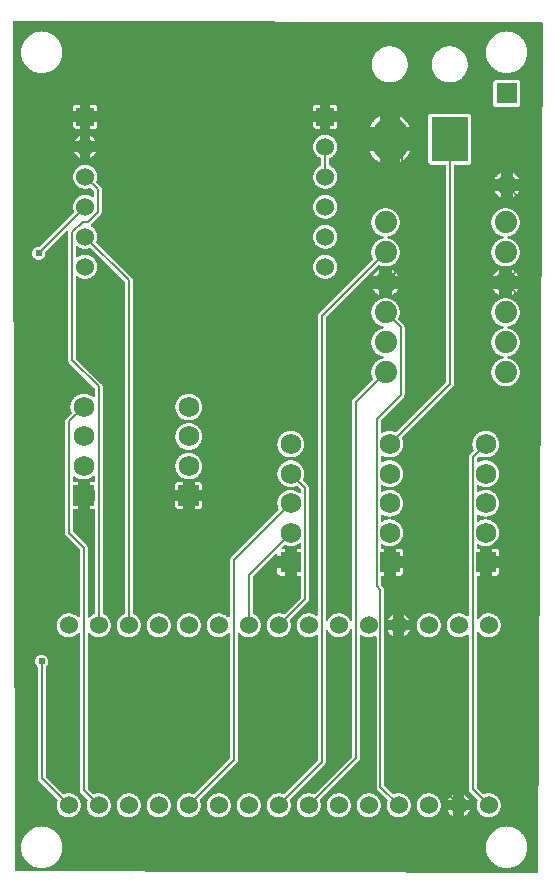
<source format=gtl>
G04 Layer: TopLayer*
G04 EasyEDA v6.4.5, 2020-09-15T20:10:03+02:00*
G04 89610be28746463fae7f6a063ad526cf,a876551235204336a4c6776009a4e884,10*
G04 Gerber Generator version 0.2*
G04 Scale: 100 percent, Rotated: No, Reflected: No *
G04 Dimensions in inches *
G04 leading zeros omitted , absolute positions ,2 integer and 4 decimal *
%FSLAX24Y24*%
%MOIN*%
G90*
G70D02*

%ADD11C,0.006000*%
%ADD12C,0.008000*%
%ADD13C,0.024000*%
%ADD14R,0.124000X0.150000*%
%ADD15R,0.068897X0.068897*%
%ADD16C,0.068897*%
%ADD18C,0.060000*%
%ADD19C,0.074000*%
%ADD20C,0.070000*%
%ADD21R,0.070000X0.070000*%
%ADD22C,0.124000*%

%LPD*%
G36*
G01X141Y28498D02*
G01X135Y28498D01*
G01X129Y28496D01*
G01X119Y28492D01*
G01X114Y28488D01*
G01X110Y28484D01*
G01X107Y28480D01*
G01X104Y28475D01*
G01X102Y28469D01*
G01X101Y28464D01*
G01X101Y24600D01*
G01X150Y190D01*
G01X151Y184D01*
G01X152Y179D01*
G01X154Y173D01*
G01X157Y169D01*
G01X160Y164D01*
G01X164Y160D01*
G01X169Y157D01*
G01X173Y154D01*
G01X179Y152D01*
G01X184Y151D01*
G01X190Y150D01*
G01X17559Y101D01*
G01X17565Y101D01*
G01X17571Y103D01*
G01X17581Y107D01*
G01X17593Y119D01*
G01X17596Y124D01*
G01X17597Y130D01*
G01X17599Y135D01*
G01X17599Y141D01*
G01X17748Y28409D01*
G01X17747Y28415D01*
G01X17746Y28420D01*
G01X17744Y28426D01*
G01X17742Y28430D01*
G01X17738Y28435D01*
G01X17734Y28439D01*
G01X17730Y28442D01*
G01X17725Y28445D01*
G01X17719Y28447D01*
G01X17714Y28448D01*
G01X17708Y28449D01*
G01X141Y28498D01*
G37*

%LPC*%
G36*
G01X16573Y1641D02*
G01X16526Y1641D01*
G01X16502Y1640D01*
G01X16479Y1638D01*
G01X16455Y1635D01*
G01X16432Y1631D01*
G01X16386Y1621D01*
G01X16340Y1609D01*
G01X16296Y1593D01*
G01X16274Y1584D01*
G01X16252Y1574D01*
G01X16210Y1552D01*
G01X16170Y1528D01*
G01X16151Y1515D01*
G01X16132Y1501D01*
G01X16113Y1486D01*
G01X16095Y1471D01*
G01X16077Y1455D01*
G01X16060Y1438D01*
G01X16028Y1404D01*
G01X16013Y1386D01*
G01X15998Y1367D01*
G01X15985Y1348D01*
G01X15971Y1329D01*
G01X15959Y1309D01*
G01X15947Y1288D01*
G01X15935Y1268D01*
G01X15925Y1246D01*
G01X15915Y1225D01*
G01X15906Y1203D01*
G01X15890Y1159D01*
G01X15872Y1090D01*
G01X15864Y1044D01*
G01X15861Y1020D01*
G01X15860Y997D01*
G01X15858Y973D01*
G01X15858Y926D01*
G01X15860Y902D01*
G01X15861Y879D01*
G01X15864Y855D01*
G01X15872Y809D01*
G01X15890Y740D01*
G01X15906Y696D01*
G01X15915Y674D01*
G01X15925Y653D01*
G01X15935Y631D01*
G01X15947Y611D01*
G01X15959Y590D01*
G01X15971Y570D01*
G01X15985Y551D01*
G01X15998Y532D01*
G01X16013Y513D01*
G01X16028Y495D01*
G01X16060Y461D01*
G01X16077Y444D01*
G01X16095Y428D01*
G01X16113Y413D01*
G01X16132Y398D01*
G01X16151Y384D01*
G01X16170Y371D01*
G01X16210Y347D01*
G01X16252Y325D01*
G01X16274Y315D01*
G01X16296Y306D01*
G01X16340Y290D01*
G01X16386Y278D01*
G01X16432Y268D01*
G01X16455Y264D01*
G01X16479Y261D01*
G01X16502Y259D01*
G01X16526Y258D01*
G01X16573Y258D01*
G01X16597Y259D01*
G01X16620Y261D01*
G01X16644Y264D01*
G01X16667Y268D01*
G01X16713Y278D01*
G01X16759Y290D01*
G01X16803Y306D01*
G01X16825Y315D01*
G01X16847Y325D01*
G01X16889Y347D01*
G01X16929Y371D01*
G01X16948Y384D01*
G01X16967Y398D01*
G01X16986Y413D01*
G01X17004Y428D01*
G01X17022Y444D01*
G01X17039Y461D01*
G01X17071Y495D01*
G01X17086Y513D01*
G01X17101Y532D01*
G01X17114Y551D01*
G01X17128Y570D01*
G01X17140Y590D01*
G01X17152Y611D01*
G01X17164Y631D01*
G01X17174Y653D01*
G01X17184Y674D01*
G01X17193Y696D01*
G01X17209Y740D01*
G01X17227Y809D01*
G01X17235Y855D01*
G01X17238Y879D01*
G01X17239Y902D01*
G01X17241Y926D01*
G01X17241Y973D01*
G01X17239Y997D01*
G01X17238Y1020D01*
G01X17235Y1044D01*
G01X17227Y1090D01*
G01X17209Y1159D01*
G01X17193Y1203D01*
G01X17184Y1225D01*
G01X17174Y1246D01*
G01X17164Y1268D01*
G01X17152Y1288D01*
G01X17140Y1309D01*
G01X17128Y1329D01*
G01X17114Y1348D01*
G01X17101Y1367D01*
G01X17086Y1386D01*
G01X17071Y1404D01*
G01X17039Y1438D01*
G01X17022Y1455D01*
G01X17004Y1471D01*
G01X16986Y1486D01*
G01X16967Y1501D01*
G01X16948Y1515D01*
G01X16929Y1528D01*
G01X16889Y1552D01*
G01X16847Y1574D01*
G01X16825Y1584D01*
G01X16803Y1593D01*
G01X16759Y1609D01*
G01X16713Y1621D01*
G01X16667Y1631D01*
G01X16644Y1635D01*
G01X16620Y1638D01*
G01X16597Y1640D01*
G01X16573Y1641D01*
G37*
G36*
G01X1073Y1641D02*
G01X1026Y1641D01*
G01X1002Y1640D01*
G01X979Y1638D01*
G01X955Y1635D01*
G01X932Y1631D01*
G01X886Y1621D01*
G01X840Y1609D01*
G01X796Y1593D01*
G01X774Y1584D01*
G01X753Y1574D01*
G01X731Y1563D01*
G01X711Y1552D01*
G01X690Y1540D01*
G01X670Y1528D01*
G01X651Y1515D01*
G01X632Y1501D01*
G01X613Y1486D01*
G01X595Y1471D01*
G01X578Y1455D01*
G01X544Y1421D01*
G01X528Y1404D01*
G01X513Y1386D01*
G01X498Y1367D01*
G01X484Y1348D01*
G01X471Y1329D01*
G01X459Y1309D01*
G01X447Y1288D01*
G01X436Y1268D01*
G01X425Y1246D01*
G01X415Y1225D01*
G01X406Y1203D01*
G01X390Y1159D01*
G01X378Y1113D01*
G01X368Y1067D01*
G01X364Y1044D01*
G01X361Y1020D01*
G01X359Y997D01*
G01X358Y973D01*
G01X358Y926D01*
G01X359Y902D01*
G01X361Y879D01*
G01X364Y855D01*
G01X368Y832D01*
G01X378Y786D01*
G01X390Y740D01*
G01X406Y696D01*
G01X415Y674D01*
G01X425Y653D01*
G01X436Y631D01*
G01X447Y611D01*
G01X459Y590D01*
G01X471Y570D01*
G01X484Y551D01*
G01X498Y532D01*
G01X513Y513D01*
G01X528Y495D01*
G01X544Y478D01*
G01X578Y444D01*
G01X595Y428D01*
G01X613Y413D01*
G01X632Y398D01*
G01X651Y384D01*
G01X670Y371D01*
G01X690Y359D01*
G01X711Y347D01*
G01X731Y336D01*
G01X753Y325D01*
G01X774Y315D01*
G01X796Y306D01*
G01X840Y290D01*
G01X886Y278D01*
G01X932Y268D01*
G01X955Y264D01*
G01X979Y261D01*
G01X1002Y259D01*
G01X1026Y258D01*
G01X1073Y258D01*
G01X1097Y259D01*
G01X1120Y261D01*
G01X1144Y264D01*
G01X1167Y268D01*
G01X1213Y278D01*
G01X1259Y290D01*
G01X1303Y306D01*
G01X1325Y315D01*
G01X1346Y325D01*
G01X1368Y336D01*
G01X1388Y347D01*
G01X1409Y359D01*
G01X1429Y371D01*
G01X1448Y384D01*
G01X1467Y398D01*
G01X1486Y413D01*
G01X1504Y428D01*
G01X1521Y444D01*
G01X1555Y478D01*
G01X1571Y495D01*
G01X1586Y513D01*
G01X1601Y532D01*
G01X1615Y551D01*
G01X1628Y570D01*
G01X1640Y590D01*
G01X1652Y611D01*
G01X1663Y631D01*
G01X1674Y653D01*
G01X1684Y674D01*
G01X1693Y696D01*
G01X1709Y740D01*
G01X1721Y786D01*
G01X1731Y832D01*
G01X1735Y855D01*
G01X1738Y879D01*
G01X1740Y902D01*
G01X1741Y926D01*
G01X1741Y973D01*
G01X1740Y997D01*
G01X1738Y1020D01*
G01X1735Y1044D01*
G01X1731Y1067D01*
G01X1721Y1113D01*
G01X1709Y1159D01*
G01X1693Y1203D01*
G01X1684Y1225D01*
G01X1674Y1246D01*
G01X1663Y1268D01*
G01X1652Y1288D01*
G01X1640Y1309D01*
G01X1628Y1329D01*
G01X1615Y1348D01*
G01X1601Y1367D01*
G01X1586Y1386D01*
G01X1571Y1404D01*
G01X1555Y1421D01*
G01X1521Y1455D01*
G01X1504Y1471D01*
G01X1486Y1486D01*
G01X1467Y1501D01*
G01X1448Y1515D01*
G01X1429Y1528D01*
G01X1409Y1540D01*
G01X1388Y1552D01*
G01X1368Y1563D01*
G01X1346Y1574D01*
G01X1325Y1584D01*
G01X1303Y1593D01*
G01X1259Y1609D01*
G01X1213Y1621D01*
G01X1167Y1631D01*
G01X1144Y1635D01*
G01X1120Y1638D01*
G01X1097Y1640D01*
G01X1073Y1641D01*
G37*
G36*
G01X10968Y2750D02*
G01X10950Y2751D01*
G01X10931Y2750D01*
G01X10914Y2749D01*
G01X10896Y2747D01*
G01X10878Y2744D01*
G01X10860Y2740D01*
G01X10843Y2736D01*
G01X10826Y2731D01*
G01X10809Y2725D01*
G01X10792Y2718D01*
G01X10776Y2711D01*
G01X10760Y2703D01*
G01X10744Y2694D01*
G01X10728Y2684D01*
G01X10714Y2674D01*
G01X10700Y2663D01*
G01X10672Y2639D01*
G01X10660Y2627D01*
G01X10647Y2613D01*
G01X10636Y2600D01*
G01X10625Y2585D01*
G01X10615Y2571D01*
G01X10605Y2555D01*
G01X10596Y2540D01*
G01X10588Y2523D01*
G01X10581Y2507D01*
G01X10574Y2490D01*
G01X10568Y2473D01*
G01X10563Y2456D01*
G01X10559Y2439D01*
G01X10555Y2421D01*
G01X10552Y2403D01*
G01X10550Y2386D01*
G01X10549Y2367D01*
G01X10548Y2350D01*
G01X10549Y2332D01*
G01X10550Y2313D01*
G01X10552Y2296D01*
G01X10555Y2278D01*
G01X10559Y2260D01*
G01X10563Y2243D01*
G01X10568Y2226D01*
G01X10574Y2209D01*
G01X10581Y2192D01*
G01X10588Y2176D01*
G01X10596Y2159D01*
G01X10605Y2144D01*
G01X10615Y2128D01*
G01X10625Y2114D01*
G01X10647Y2086D01*
G01X10660Y2072D01*
G01X10672Y2060D01*
G01X10700Y2036D01*
G01X10714Y2025D01*
G01X10728Y2015D01*
G01X10744Y2005D01*
G01X10760Y1996D01*
G01X10776Y1988D01*
G01X10792Y1981D01*
G01X10809Y1974D01*
G01X10826Y1968D01*
G01X10843Y1963D01*
G01X10860Y1959D01*
G01X10878Y1955D01*
G01X10896Y1952D01*
G01X10914Y1950D01*
G01X10931Y1949D01*
G01X10950Y1948D01*
G01X10968Y1949D01*
G01X10985Y1950D01*
G01X11003Y1952D01*
G01X11021Y1955D01*
G01X11039Y1959D01*
G01X11056Y1963D01*
G01X11073Y1968D01*
G01X11090Y1974D01*
G01X11107Y1981D01*
G01X11123Y1988D01*
G01X11139Y1996D01*
G01X11155Y2005D01*
G01X11171Y2015D01*
G01X11185Y2025D01*
G01X11200Y2036D01*
G01X11213Y2048D01*
G01X11227Y2060D01*
G01X11239Y2072D01*
G01X11252Y2086D01*
G01X11274Y2114D01*
G01X11284Y2128D01*
G01X11294Y2144D01*
G01X11303Y2159D01*
G01X11311Y2176D01*
G01X11318Y2192D01*
G01X11325Y2209D01*
G01X11331Y2226D01*
G01X11336Y2243D01*
G01X11340Y2260D01*
G01X11344Y2278D01*
G01X11347Y2296D01*
G01X11349Y2313D01*
G01X11350Y2332D01*
G01X11351Y2350D01*
G01X11350Y2367D01*
G01X11349Y2386D01*
G01X11347Y2403D01*
G01X11344Y2421D01*
G01X11340Y2439D01*
G01X11336Y2456D01*
G01X11331Y2473D01*
G01X11325Y2490D01*
G01X11318Y2507D01*
G01X11311Y2523D01*
G01X11303Y2540D01*
G01X11294Y2555D01*
G01X11284Y2571D01*
G01X11274Y2585D01*
G01X11263Y2600D01*
G01X11252Y2613D01*
G01X11239Y2627D01*
G01X11227Y2639D01*
G01X11213Y2651D01*
G01X11200Y2663D01*
G01X11185Y2674D01*
G01X11171Y2684D01*
G01X11155Y2694D01*
G01X11139Y2703D01*
G01X11123Y2711D01*
G01X11107Y2718D01*
G01X11090Y2725D01*
G01X11073Y2731D01*
G01X11056Y2736D01*
G01X11039Y2740D01*
G01X11021Y2744D01*
G01X11003Y2747D01*
G01X10985Y2749D01*
G01X10968Y2750D01*
G37*
G36*
G01X7968Y2750D02*
G01X7950Y2751D01*
G01X7931Y2750D01*
G01X7914Y2749D01*
G01X7896Y2747D01*
G01X7878Y2744D01*
G01X7860Y2740D01*
G01X7843Y2736D01*
G01X7826Y2731D01*
G01X7809Y2725D01*
G01X7792Y2718D01*
G01X7776Y2711D01*
G01X7760Y2703D01*
G01X7744Y2694D01*
G01X7728Y2684D01*
G01X7714Y2674D01*
G01X7700Y2663D01*
G01X7672Y2639D01*
G01X7660Y2627D01*
G01X7647Y2613D01*
G01X7636Y2600D01*
G01X7625Y2585D01*
G01X7615Y2571D01*
G01X7605Y2555D01*
G01X7596Y2540D01*
G01X7588Y2523D01*
G01X7581Y2507D01*
G01X7574Y2490D01*
G01X7568Y2473D01*
G01X7563Y2456D01*
G01X7559Y2439D01*
G01X7555Y2421D01*
G01X7552Y2403D01*
G01X7550Y2386D01*
G01X7549Y2367D01*
G01X7548Y2350D01*
G01X7549Y2332D01*
G01X7550Y2313D01*
G01X7552Y2296D01*
G01X7555Y2278D01*
G01X7559Y2260D01*
G01X7563Y2243D01*
G01X7568Y2226D01*
G01X7574Y2209D01*
G01X7581Y2192D01*
G01X7588Y2176D01*
G01X7596Y2159D01*
G01X7605Y2144D01*
G01X7615Y2128D01*
G01X7625Y2114D01*
G01X7647Y2086D01*
G01X7660Y2072D01*
G01X7672Y2060D01*
G01X7700Y2036D01*
G01X7714Y2025D01*
G01X7728Y2015D01*
G01X7744Y2005D01*
G01X7760Y1996D01*
G01X7776Y1988D01*
G01X7792Y1981D01*
G01X7809Y1974D01*
G01X7826Y1968D01*
G01X7843Y1963D01*
G01X7860Y1959D01*
G01X7878Y1955D01*
G01X7896Y1952D01*
G01X7914Y1950D01*
G01X7931Y1949D01*
G01X7950Y1948D01*
G01X7968Y1949D01*
G01X7985Y1950D01*
G01X8003Y1952D01*
G01X8021Y1955D01*
G01X8039Y1959D01*
G01X8056Y1963D01*
G01X8073Y1968D01*
G01X8090Y1974D01*
G01X8107Y1981D01*
G01X8123Y1988D01*
G01X8139Y1996D01*
G01X8155Y2005D01*
G01X8171Y2015D01*
G01X8185Y2025D01*
G01X8200Y2036D01*
G01X8213Y2048D01*
G01X8227Y2060D01*
G01X8239Y2072D01*
G01X8252Y2086D01*
G01X8274Y2114D01*
G01X8284Y2128D01*
G01X8294Y2144D01*
G01X8303Y2159D01*
G01X8311Y2176D01*
G01X8318Y2192D01*
G01X8325Y2209D01*
G01X8331Y2226D01*
G01X8336Y2243D01*
G01X8340Y2260D01*
G01X8344Y2278D01*
G01X8347Y2296D01*
G01X8349Y2313D01*
G01X8350Y2332D01*
G01X8351Y2350D01*
G01X8350Y2367D01*
G01X8349Y2386D01*
G01X8347Y2403D01*
G01X8344Y2421D01*
G01X8340Y2439D01*
G01X8336Y2456D01*
G01X8331Y2473D01*
G01X8325Y2490D01*
G01X8318Y2507D01*
G01X8311Y2523D01*
G01X8303Y2540D01*
G01X8294Y2555D01*
G01X8284Y2571D01*
G01X8274Y2585D01*
G01X8263Y2600D01*
G01X8252Y2613D01*
G01X8239Y2627D01*
G01X8227Y2639D01*
G01X8213Y2651D01*
G01X8200Y2663D01*
G01X8185Y2674D01*
G01X8171Y2684D01*
G01X8155Y2694D01*
G01X8139Y2703D01*
G01X8123Y2711D01*
G01X8107Y2718D01*
G01X8090Y2725D01*
G01X8073Y2731D01*
G01X8056Y2736D01*
G01X8039Y2740D01*
G01X8021Y2744D01*
G01X8003Y2747D01*
G01X7985Y2749D01*
G01X7968Y2750D01*
G37*
G36*
G01X3967Y2750D02*
G01X3950Y2751D01*
G01X3932Y2750D01*
G01X3913Y2749D01*
G01X3896Y2747D01*
G01X3878Y2744D01*
G01X3860Y2740D01*
G01X3843Y2736D01*
G01X3826Y2731D01*
G01X3809Y2725D01*
G01X3792Y2718D01*
G01X3776Y2711D01*
G01X3759Y2703D01*
G01X3744Y2694D01*
G01X3728Y2684D01*
G01X3714Y2674D01*
G01X3700Y2663D01*
G01X3672Y2639D01*
G01X3660Y2627D01*
G01X3648Y2613D01*
G01X3636Y2600D01*
G01X3625Y2585D01*
G01X3615Y2571D01*
G01X3605Y2555D01*
G01X3596Y2540D01*
G01X3588Y2523D01*
G01X3581Y2507D01*
G01X3574Y2490D01*
G01X3568Y2473D01*
G01X3563Y2456D01*
G01X3559Y2439D01*
G01X3555Y2421D01*
G01X3552Y2403D01*
G01X3550Y2386D01*
G01X3549Y2367D01*
G01X3548Y2350D01*
G01X3549Y2332D01*
G01X3550Y2313D01*
G01X3552Y2296D01*
G01X3555Y2278D01*
G01X3559Y2260D01*
G01X3563Y2243D01*
G01X3568Y2226D01*
G01X3574Y2209D01*
G01X3581Y2192D01*
G01X3588Y2176D01*
G01X3596Y2159D01*
G01X3605Y2144D01*
G01X3615Y2128D01*
G01X3625Y2114D01*
G01X3636Y2100D01*
G01X3660Y2072D01*
G01X3672Y2060D01*
G01X3700Y2036D01*
G01X3714Y2025D01*
G01X3728Y2015D01*
G01X3744Y2005D01*
G01X3759Y1996D01*
G01X3776Y1988D01*
G01X3792Y1981D01*
G01X3809Y1974D01*
G01X3826Y1968D01*
G01X3843Y1963D01*
G01X3860Y1959D01*
G01X3878Y1955D01*
G01X3896Y1952D01*
G01X3913Y1950D01*
G01X3932Y1949D01*
G01X3950Y1948D01*
G01X3967Y1949D01*
G01X3986Y1950D01*
G01X4003Y1952D01*
G01X4021Y1955D01*
G01X4039Y1959D01*
G01X4056Y1963D01*
G01X4073Y1968D01*
G01X4090Y1974D01*
G01X4107Y1981D01*
G01X4123Y1988D01*
G01X4140Y1996D01*
G01X4155Y2005D01*
G01X4171Y2015D01*
G01X4185Y2025D01*
G01X4200Y2036D01*
G01X4213Y2048D01*
G01X4227Y2060D01*
G01X4239Y2072D01*
G01X4263Y2100D01*
G01X4274Y2114D01*
G01X4284Y2128D01*
G01X4294Y2144D01*
G01X4303Y2159D01*
G01X4311Y2176D01*
G01X4318Y2192D01*
G01X4325Y2209D01*
G01X4331Y2226D01*
G01X4336Y2243D01*
G01X4340Y2260D01*
G01X4344Y2278D01*
G01X4347Y2296D01*
G01X4349Y2313D01*
G01X4350Y2332D01*
G01X4351Y2350D01*
G01X4350Y2367D01*
G01X4349Y2386D01*
G01X4347Y2403D01*
G01X4344Y2421D01*
G01X4340Y2439D01*
G01X4336Y2456D01*
G01X4331Y2473D01*
G01X4325Y2490D01*
G01X4318Y2507D01*
G01X4311Y2523D01*
G01X4303Y2540D01*
G01X4294Y2555D01*
G01X4284Y2571D01*
G01X4274Y2585D01*
G01X4263Y2600D01*
G01X4251Y2613D01*
G01X4239Y2627D01*
G01X4227Y2639D01*
G01X4213Y2651D01*
G01X4200Y2663D01*
G01X4185Y2674D01*
G01X4171Y2684D01*
G01X4155Y2694D01*
G01X4140Y2703D01*
G01X4123Y2711D01*
G01X4107Y2718D01*
G01X4090Y2725D01*
G01X4073Y2731D01*
G01X4056Y2736D01*
G01X4039Y2740D01*
G01X4021Y2744D01*
G01X4003Y2747D01*
G01X3986Y2749D01*
G01X3967Y2750D01*
G37*
G36*
G01X11968Y2750D02*
G01X11950Y2751D01*
G01X11931Y2750D01*
G01X11914Y2749D01*
G01X11896Y2747D01*
G01X11878Y2744D01*
G01X11860Y2740D01*
G01X11843Y2736D01*
G01X11826Y2731D01*
G01X11809Y2725D01*
G01X11792Y2718D01*
G01X11776Y2711D01*
G01X11760Y2703D01*
G01X11744Y2694D01*
G01X11728Y2684D01*
G01X11714Y2674D01*
G01X11700Y2663D01*
G01X11672Y2639D01*
G01X11660Y2627D01*
G01X11647Y2613D01*
G01X11636Y2600D01*
G01X11625Y2585D01*
G01X11615Y2571D01*
G01X11605Y2555D01*
G01X11596Y2540D01*
G01X11588Y2523D01*
G01X11581Y2507D01*
G01X11574Y2490D01*
G01X11568Y2473D01*
G01X11563Y2456D01*
G01X11559Y2439D01*
G01X11555Y2421D01*
G01X11552Y2403D01*
G01X11550Y2386D01*
G01X11549Y2367D01*
G01X11548Y2350D01*
G01X11549Y2332D01*
G01X11550Y2313D01*
G01X11552Y2296D01*
G01X11555Y2278D01*
G01X11559Y2260D01*
G01X11563Y2243D01*
G01X11568Y2226D01*
G01X11574Y2209D01*
G01X11581Y2192D01*
G01X11588Y2176D01*
G01X11596Y2159D01*
G01X11605Y2144D01*
G01X11615Y2128D01*
G01X11625Y2114D01*
G01X11647Y2086D01*
G01X11660Y2072D01*
G01X11672Y2060D01*
G01X11700Y2036D01*
G01X11714Y2025D01*
G01X11728Y2015D01*
G01X11744Y2005D01*
G01X11760Y1996D01*
G01X11776Y1988D01*
G01X11792Y1981D01*
G01X11809Y1974D01*
G01X11826Y1968D01*
G01X11843Y1963D01*
G01X11860Y1959D01*
G01X11878Y1955D01*
G01X11896Y1952D01*
G01X11914Y1950D01*
G01X11931Y1949D01*
G01X11950Y1948D01*
G01X11968Y1949D01*
G01X11985Y1950D01*
G01X12003Y1952D01*
G01X12021Y1955D01*
G01X12039Y1959D01*
G01X12056Y1963D01*
G01X12073Y1968D01*
G01X12090Y1974D01*
G01X12107Y1981D01*
G01X12123Y1988D01*
G01X12139Y1996D01*
G01X12155Y2005D01*
G01X12171Y2015D01*
G01X12185Y2025D01*
G01X12200Y2036D01*
G01X12213Y2048D01*
G01X12227Y2060D01*
G01X12239Y2072D01*
G01X12252Y2086D01*
G01X12274Y2114D01*
G01X12284Y2128D01*
G01X12294Y2144D01*
G01X12303Y2159D01*
G01X12311Y2176D01*
G01X12318Y2192D01*
G01X12325Y2209D01*
G01X12331Y2226D01*
G01X12336Y2243D01*
G01X12340Y2260D01*
G01X12344Y2278D01*
G01X12347Y2296D01*
G01X12349Y2313D01*
G01X12350Y2332D01*
G01X12351Y2350D01*
G01X12350Y2367D01*
G01X12349Y2386D01*
G01X12347Y2403D01*
G01X12344Y2421D01*
G01X12340Y2439D01*
G01X12336Y2456D01*
G01X12331Y2473D01*
G01X12325Y2490D01*
G01X12318Y2507D01*
G01X12311Y2523D01*
G01X12303Y2540D01*
G01X12294Y2555D01*
G01X12284Y2571D01*
G01X12274Y2585D01*
G01X12263Y2600D01*
G01X12252Y2613D01*
G01X12239Y2627D01*
G01X12227Y2639D01*
G01X12213Y2651D01*
G01X12200Y2663D01*
G01X12185Y2674D01*
G01X12171Y2684D01*
G01X12155Y2694D01*
G01X12139Y2703D01*
G01X12123Y2711D01*
G01X12107Y2718D01*
G01X12090Y2725D01*
G01X12073Y2731D01*
G01X12056Y2736D01*
G01X12039Y2740D01*
G01X12021Y2744D01*
G01X12003Y2747D01*
G01X11985Y2749D01*
G01X11968Y2750D01*
G37*
G36*
G01X6968Y2750D02*
G01X6950Y2751D01*
G01X6931Y2750D01*
G01X6914Y2749D01*
G01X6896Y2747D01*
G01X6878Y2744D01*
G01X6860Y2740D01*
G01X6843Y2736D01*
G01X6826Y2731D01*
G01X6809Y2725D01*
G01X6792Y2718D01*
G01X6776Y2711D01*
G01X6760Y2703D01*
G01X6744Y2694D01*
G01X6728Y2684D01*
G01X6714Y2674D01*
G01X6700Y2663D01*
G01X6672Y2639D01*
G01X6660Y2627D01*
G01X6647Y2613D01*
G01X6636Y2600D01*
G01X6625Y2585D01*
G01X6615Y2571D01*
G01X6605Y2555D01*
G01X6596Y2540D01*
G01X6588Y2523D01*
G01X6581Y2507D01*
G01X6574Y2490D01*
G01X6568Y2473D01*
G01X6563Y2456D01*
G01X6559Y2439D01*
G01X6555Y2421D01*
G01X6552Y2403D01*
G01X6550Y2386D01*
G01X6549Y2367D01*
G01X6548Y2350D01*
G01X6549Y2332D01*
G01X6550Y2313D01*
G01X6552Y2296D01*
G01X6555Y2278D01*
G01X6559Y2260D01*
G01X6563Y2243D01*
G01X6568Y2226D01*
G01X6574Y2209D01*
G01X6581Y2192D01*
G01X6588Y2176D01*
G01X6596Y2159D01*
G01X6605Y2144D01*
G01X6615Y2128D01*
G01X6625Y2114D01*
G01X6647Y2086D01*
G01X6660Y2072D01*
G01X6672Y2060D01*
G01X6700Y2036D01*
G01X6714Y2025D01*
G01X6728Y2015D01*
G01X6744Y2005D01*
G01X6760Y1996D01*
G01X6776Y1988D01*
G01X6792Y1981D01*
G01X6809Y1974D01*
G01X6826Y1968D01*
G01X6843Y1963D01*
G01X6860Y1959D01*
G01X6878Y1955D01*
G01X6896Y1952D01*
G01X6914Y1950D01*
G01X6931Y1949D01*
G01X6950Y1948D01*
G01X6968Y1949D01*
G01X6985Y1950D01*
G01X7003Y1952D01*
G01X7021Y1955D01*
G01X7039Y1959D01*
G01X7056Y1963D01*
G01X7073Y1968D01*
G01X7090Y1974D01*
G01X7107Y1981D01*
G01X7123Y1988D01*
G01X7139Y1996D01*
G01X7155Y2005D01*
G01X7171Y2015D01*
G01X7185Y2025D01*
G01X7200Y2036D01*
G01X7213Y2048D01*
G01X7227Y2060D01*
G01X7239Y2072D01*
G01X7252Y2086D01*
G01X7274Y2114D01*
G01X7284Y2128D01*
G01X7294Y2144D01*
G01X7303Y2159D01*
G01X7311Y2176D01*
G01X7318Y2192D01*
G01X7325Y2209D01*
G01X7331Y2226D01*
G01X7336Y2243D01*
G01X7340Y2260D01*
G01X7344Y2278D01*
G01X7347Y2296D01*
G01X7349Y2313D01*
G01X7350Y2332D01*
G01X7351Y2350D01*
G01X7350Y2367D01*
G01X7349Y2386D01*
G01X7347Y2403D01*
G01X7344Y2421D01*
G01X7340Y2439D01*
G01X7336Y2456D01*
G01X7331Y2473D01*
G01X7325Y2490D01*
G01X7318Y2507D01*
G01X7311Y2523D01*
G01X7303Y2540D01*
G01X7294Y2555D01*
G01X7284Y2571D01*
G01X7274Y2585D01*
G01X7263Y2600D01*
G01X7252Y2613D01*
G01X7239Y2627D01*
G01X7227Y2639D01*
G01X7213Y2651D01*
G01X7200Y2663D01*
G01X7185Y2674D01*
G01X7171Y2684D01*
G01X7155Y2694D01*
G01X7139Y2703D01*
G01X7123Y2711D01*
G01X7107Y2718D01*
G01X7090Y2725D01*
G01X7073Y2731D01*
G01X7056Y2736D01*
G01X7039Y2740D01*
G01X7021Y2744D01*
G01X7003Y2747D01*
G01X6985Y2749D01*
G01X6968Y2750D01*
G37*
G36*
G01X4968Y2750D02*
G01X4950Y2751D01*
G01X4931Y2750D01*
G01X4914Y2749D01*
G01X4896Y2747D01*
G01X4878Y2744D01*
G01X4860Y2740D01*
G01X4843Y2736D01*
G01X4826Y2731D01*
G01X4809Y2725D01*
G01X4792Y2718D01*
G01X4776Y2711D01*
G01X4760Y2703D01*
G01X4744Y2694D01*
G01X4728Y2684D01*
G01X4714Y2674D01*
G01X4700Y2663D01*
G01X4672Y2639D01*
G01X4660Y2627D01*
G01X4648Y2613D01*
G01X4636Y2600D01*
G01X4625Y2585D01*
G01X4615Y2571D01*
G01X4605Y2555D01*
G01X4596Y2540D01*
G01X4588Y2523D01*
G01X4581Y2507D01*
G01X4574Y2490D01*
G01X4568Y2473D01*
G01X4563Y2456D01*
G01X4559Y2439D01*
G01X4555Y2421D01*
G01X4552Y2403D01*
G01X4550Y2386D01*
G01X4549Y2367D01*
G01X4548Y2350D01*
G01X4549Y2332D01*
G01X4550Y2313D01*
G01X4552Y2296D01*
G01X4555Y2278D01*
G01X4559Y2260D01*
G01X4563Y2243D01*
G01X4568Y2226D01*
G01X4574Y2209D01*
G01X4581Y2192D01*
G01X4588Y2176D01*
G01X4596Y2159D01*
G01X4605Y2144D01*
G01X4615Y2128D01*
G01X4625Y2114D01*
G01X4636Y2100D01*
G01X4660Y2072D01*
G01X4672Y2060D01*
G01X4700Y2036D01*
G01X4714Y2025D01*
G01X4728Y2015D01*
G01X4744Y2005D01*
G01X4760Y1996D01*
G01X4776Y1988D01*
G01X4792Y1981D01*
G01X4809Y1974D01*
G01X4826Y1968D01*
G01X4843Y1963D01*
G01X4860Y1959D01*
G01X4878Y1955D01*
G01X4896Y1952D01*
G01X4914Y1950D01*
G01X4931Y1949D01*
G01X4950Y1948D01*
G01X4968Y1949D01*
G01X4985Y1950D01*
G01X5003Y1952D01*
G01X5021Y1955D01*
G01X5039Y1959D01*
G01X5056Y1963D01*
G01X5073Y1968D01*
G01X5090Y1974D01*
G01X5107Y1981D01*
G01X5123Y1988D01*
G01X5139Y1996D01*
G01X5155Y2005D01*
G01X5171Y2015D01*
G01X5185Y2025D01*
G01X5200Y2036D01*
G01X5213Y2048D01*
G01X5227Y2060D01*
G01X5239Y2072D01*
G01X5252Y2086D01*
G01X5274Y2114D01*
G01X5284Y2128D01*
G01X5294Y2144D01*
G01X5303Y2159D01*
G01X5311Y2176D01*
G01X5318Y2192D01*
G01X5325Y2209D01*
G01X5331Y2226D01*
G01X5336Y2243D01*
G01X5340Y2260D01*
G01X5344Y2278D01*
G01X5347Y2296D01*
G01X5349Y2313D01*
G01X5350Y2332D01*
G01X5351Y2350D01*
G01X5350Y2367D01*
G01X5349Y2386D01*
G01X5347Y2403D01*
G01X5344Y2421D01*
G01X5340Y2439D01*
G01X5336Y2456D01*
G01X5331Y2473D01*
G01X5325Y2490D01*
G01X5318Y2507D01*
G01X5311Y2523D01*
G01X5303Y2540D01*
G01X5294Y2555D01*
G01X5284Y2571D01*
G01X5274Y2585D01*
G01X5263Y2600D01*
G01X5252Y2613D01*
G01X5239Y2627D01*
G01X5227Y2639D01*
G01X5213Y2651D01*
G01X5200Y2663D01*
G01X5185Y2674D01*
G01X5171Y2684D01*
G01X5155Y2694D01*
G01X5139Y2703D01*
G01X5123Y2711D01*
G01X5107Y2718D01*
G01X5090Y2725D01*
G01X5073Y2731D01*
G01X5056Y2736D01*
G01X5039Y2740D01*
G01X5021Y2744D01*
G01X5003Y2747D01*
G01X4985Y2749D01*
G01X4968Y2750D01*
G37*
G36*
G01X13968Y2750D02*
G01X13950Y2751D01*
G01X13931Y2750D01*
G01X13914Y2749D01*
G01X13896Y2747D01*
G01X13878Y2744D01*
G01X13860Y2740D01*
G01X13843Y2736D01*
G01X13826Y2731D01*
G01X13809Y2725D01*
G01X13792Y2718D01*
G01X13776Y2711D01*
G01X13760Y2703D01*
G01X13744Y2694D01*
G01X13728Y2684D01*
G01X13714Y2674D01*
G01X13700Y2663D01*
G01X13672Y2639D01*
G01X13660Y2627D01*
G01X13647Y2613D01*
G01X13636Y2600D01*
G01X13625Y2585D01*
G01X13615Y2571D01*
G01X13605Y2555D01*
G01X13596Y2540D01*
G01X13588Y2523D01*
G01X13581Y2507D01*
G01X13574Y2490D01*
G01X13568Y2473D01*
G01X13563Y2456D01*
G01X13559Y2439D01*
G01X13555Y2421D01*
G01X13552Y2403D01*
G01X13550Y2386D01*
G01X13549Y2367D01*
G01X13548Y2350D01*
G01X13549Y2332D01*
G01X13550Y2313D01*
G01X13552Y2296D01*
G01X13555Y2278D01*
G01X13559Y2260D01*
G01X13563Y2243D01*
G01X13568Y2226D01*
G01X13574Y2209D01*
G01X13581Y2192D01*
G01X13588Y2176D01*
G01X13596Y2159D01*
G01X13605Y2144D01*
G01X13615Y2128D01*
G01X13625Y2114D01*
G01X13647Y2086D01*
G01X13660Y2072D01*
G01X13672Y2060D01*
G01X13700Y2036D01*
G01X13714Y2025D01*
G01X13728Y2015D01*
G01X13744Y2005D01*
G01X13760Y1996D01*
G01X13776Y1988D01*
G01X13792Y1981D01*
G01X13809Y1974D01*
G01X13826Y1968D01*
G01X13843Y1963D01*
G01X13860Y1959D01*
G01X13878Y1955D01*
G01X13896Y1952D01*
G01X13914Y1950D01*
G01X13931Y1949D01*
G01X13950Y1948D01*
G01X13968Y1949D01*
G01X13985Y1950D01*
G01X14003Y1952D01*
G01X14021Y1955D01*
G01X14039Y1959D01*
G01X14056Y1963D01*
G01X14073Y1968D01*
G01X14090Y1974D01*
G01X14107Y1981D01*
G01X14123Y1988D01*
G01X14139Y1996D01*
G01X14155Y2005D01*
G01X14171Y2015D01*
G01X14185Y2025D01*
G01X14200Y2036D01*
G01X14213Y2048D01*
G01X14227Y2060D01*
G01X14239Y2072D01*
G01X14252Y2086D01*
G01X14274Y2114D01*
G01X14284Y2128D01*
G01X14294Y2144D01*
G01X14303Y2159D01*
G01X14311Y2176D01*
G01X14318Y2192D01*
G01X14325Y2209D01*
G01X14331Y2226D01*
G01X14336Y2243D01*
G01X14340Y2260D01*
G01X14344Y2278D01*
G01X14347Y2296D01*
G01X14349Y2313D01*
G01X14350Y2332D01*
G01X14351Y2350D01*
G01X14350Y2367D01*
G01X14349Y2386D01*
G01X14347Y2403D01*
G01X14344Y2421D01*
G01X14340Y2439D01*
G01X14336Y2456D01*
G01X14331Y2473D01*
G01X14325Y2490D01*
G01X14318Y2507D01*
G01X14311Y2523D01*
G01X14303Y2540D01*
G01X14294Y2555D01*
G01X14284Y2571D01*
G01X14274Y2585D01*
G01X14263Y2600D01*
G01X14252Y2613D01*
G01X14239Y2627D01*
G01X14227Y2639D01*
G01X14213Y2651D01*
G01X14200Y2663D01*
G01X14185Y2674D01*
G01X14171Y2684D01*
G01X14155Y2694D01*
G01X14139Y2703D01*
G01X14123Y2711D01*
G01X14107Y2718D01*
G01X14090Y2725D01*
G01X14073Y2731D01*
G01X14056Y2736D01*
G01X14039Y2740D01*
G01X14021Y2744D01*
G01X14003Y2747D01*
G01X13985Y2749D01*
G01X13968Y2750D01*
G37*
G36*
G01X1076Y7369D02*
G01X1050Y7371D01*
G01X1036Y7370D01*
G01X1023Y7369D01*
G01X1010Y7367D01*
G01X984Y7361D01*
G01X971Y7356D01*
G01X959Y7351D01*
G01X935Y7339D01*
G01X913Y7323D01*
G01X903Y7315D01*
G01X893Y7306D01*
G01X884Y7296D01*
G01X876Y7286D01*
G01X860Y7264D01*
G01X848Y7240D01*
G01X843Y7228D01*
G01X838Y7215D01*
G01X832Y7189D01*
G01X830Y7176D01*
G01X828Y7150D01*
G01X829Y7136D01*
G01X830Y7123D01*
G01X832Y7109D01*
G01X835Y7096D01*
G01X843Y7070D01*
G01X848Y7058D01*
G01X855Y7046D01*
G01X861Y7034D01*
G01X877Y7012D01*
G01X886Y7001D01*
G01X909Y6978D01*
G01X912Y6974D01*
G01X915Y6969D01*
G01X917Y6963D01*
G01X918Y6958D01*
G01X919Y6952D01*
G01X919Y3239D01*
G01X920Y3229D01*
G01X922Y3219D01*
G01X928Y3199D01*
G01X938Y3181D01*
G01X950Y3165D01*
G01X957Y3157D01*
G01X1569Y2544D01*
G01X1573Y2540D01*
G01X1577Y2534D01*
G01X1581Y2522D01*
G01X1581Y2516D01*
G01X1580Y2508D01*
G01X1578Y2501D01*
G01X1571Y2483D01*
G01X1565Y2464D01*
G01X1560Y2446D01*
G01X1556Y2427D01*
G01X1553Y2407D01*
G01X1550Y2388D01*
G01X1548Y2350D01*
G01X1549Y2332D01*
G01X1550Y2313D01*
G01X1552Y2296D01*
G01X1555Y2278D01*
G01X1559Y2260D01*
G01X1563Y2243D01*
G01X1568Y2226D01*
G01X1574Y2209D01*
G01X1581Y2192D01*
G01X1588Y2176D01*
G01X1596Y2159D01*
G01X1605Y2144D01*
G01X1615Y2128D01*
G01X1625Y2114D01*
G01X1636Y2100D01*
G01X1660Y2072D01*
G01X1672Y2060D01*
G01X1700Y2036D01*
G01X1714Y2025D01*
G01X1728Y2015D01*
G01X1744Y2005D01*
G01X1759Y1996D01*
G01X1776Y1988D01*
G01X1792Y1981D01*
G01X1809Y1974D01*
G01X1826Y1968D01*
G01X1843Y1963D01*
G01X1860Y1959D01*
G01X1878Y1955D01*
G01X1896Y1952D01*
G01X1913Y1950D01*
G01X1932Y1949D01*
G01X1950Y1948D01*
G01X1967Y1949D01*
G01X1986Y1950D01*
G01X2003Y1952D01*
G01X2021Y1955D01*
G01X2039Y1959D01*
G01X2056Y1963D01*
G01X2073Y1968D01*
G01X2090Y1974D01*
G01X2107Y1981D01*
G01X2123Y1988D01*
G01X2140Y1996D01*
G01X2155Y2005D01*
G01X2171Y2015D01*
G01X2185Y2025D01*
G01X2200Y2036D01*
G01X2213Y2048D01*
G01X2227Y2060D01*
G01X2239Y2072D01*
G01X2263Y2100D01*
G01X2274Y2114D01*
G01X2284Y2128D01*
G01X2294Y2144D01*
G01X2303Y2159D01*
G01X2311Y2176D01*
G01X2318Y2192D01*
G01X2325Y2209D01*
G01X2331Y2226D01*
G01X2336Y2243D01*
G01X2340Y2260D01*
G01X2344Y2278D01*
G01X2347Y2296D01*
G01X2349Y2313D01*
G01X2350Y2332D01*
G01X2351Y2350D01*
G01X2350Y2367D01*
G01X2349Y2386D01*
G01X2347Y2403D01*
G01X2344Y2421D01*
G01X2340Y2439D01*
G01X2336Y2456D01*
G01X2331Y2473D01*
G01X2325Y2490D01*
G01X2318Y2507D01*
G01X2311Y2523D01*
G01X2303Y2540D01*
G01X2294Y2555D01*
G01X2284Y2571D01*
G01X2274Y2585D01*
G01X2263Y2600D01*
G01X2251Y2613D01*
G01X2239Y2627D01*
G01X2227Y2639D01*
G01X2213Y2651D01*
G01X2200Y2663D01*
G01X2185Y2674D01*
G01X2171Y2684D01*
G01X2155Y2694D01*
G01X2140Y2703D01*
G01X2123Y2711D01*
G01X2107Y2718D01*
G01X2090Y2725D01*
G01X2073Y2731D01*
G01X2056Y2736D01*
G01X2039Y2740D01*
G01X2021Y2744D01*
G01X2003Y2747D01*
G01X1986Y2749D01*
G01X1967Y2750D01*
G01X1950Y2751D01*
G01X1930Y2750D01*
G01X1911Y2749D01*
G01X1892Y2746D01*
G01X1872Y2743D01*
G01X1853Y2739D01*
G01X1835Y2734D01*
G01X1816Y2728D01*
G01X1798Y2721D01*
G01X1791Y2719D01*
G01X1783Y2718D01*
G01X1777Y2718D01*
G01X1765Y2722D01*
G01X1759Y2726D01*
G01X1755Y2730D01*
G01X1192Y3292D01*
G01X1188Y3297D01*
G01X1185Y3302D01*
G01X1182Y3308D01*
G01X1180Y3320D01*
G01X1180Y6952D01*
G01X1181Y6958D01*
G01X1182Y6963D01*
G01X1184Y6969D01*
G01X1187Y6974D01*
G01X1190Y6978D01*
G01X1213Y7001D01*
G01X1222Y7012D01*
G01X1238Y7034D01*
G01X1244Y7046D01*
G01X1251Y7058D01*
G01X1256Y7070D01*
G01X1264Y7096D01*
G01X1267Y7109D01*
G01X1269Y7123D01*
G01X1270Y7136D01*
G01X1271Y7150D01*
G01X1269Y7176D01*
G01X1267Y7189D01*
G01X1261Y7215D01*
G01X1256Y7228D01*
G01X1251Y7240D01*
G01X1239Y7264D01*
G01X1223Y7286D01*
G01X1215Y7296D01*
G01X1206Y7306D01*
G01X1196Y7315D01*
G01X1186Y7323D01*
G01X1164Y7339D01*
G01X1140Y7351D01*
G01X1128Y7356D01*
G01X1115Y7361D01*
G01X1089Y7367D01*
G01X1076Y7369D01*
G37*
G36*
G01X15868Y14832D02*
G01X15831Y14832D01*
G01X15774Y14826D01*
G01X15756Y14822D01*
G01X15737Y14818D01*
G01X15719Y14813D01*
G01X15701Y14807D01*
G01X15683Y14800D01*
G01X15632Y14776D01*
G01X15616Y14766D01*
G01X15600Y14755D01*
G01X15585Y14745D01*
G01X15555Y14721D01*
G01X15541Y14708D01*
G01X15528Y14695D01*
G01X15515Y14681D01*
G01X15491Y14651D01*
G01X15481Y14636D01*
G01X15470Y14620D01*
G01X15460Y14604D01*
G01X15452Y14587D01*
G01X15443Y14570D01*
G01X15436Y14553D01*
G01X15430Y14535D01*
G01X15423Y14517D01*
G01X15418Y14499D01*
G01X15414Y14480D01*
G01X15410Y14462D01*
G01X15406Y14424D01*
G01X15404Y14386D01*
G01X15405Y14367D01*
G01X15406Y14349D01*
G01X15410Y14311D01*
G01X15414Y14292D01*
G01X15418Y14274D01*
G01X15436Y14220D01*
G01X15444Y14203D01*
G01X15446Y14197D01*
G01X15447Y14192D01*
G01X15447Y14180D01*
G01X15443Y14168D01*
G01X15440Y14163D01*
G01X15435Y14158D01*
G01X15321Y14043D01*
G01X15314Y14036D01*
G01X15307Y14028D01*
G01X15297Y14010D01*
G01X15293Y14001D01*
G01X15289Y13991D01*
G01X15286Y13981D01*
G01X15284Y13971D01*
G01X15282Y13951D01*
G01X15282Y8673D01*
G01X15281Y8668D01*
G01X15279Y8663D01*
G01X15276Y8657D01*
G01X15273Y8653D01*
G01X15269Y8649D01*
G01X15259Y8643D01*
G01X15254Y8641D01*
G01X15248Y8640D01*
G01X15243Y8639D01*
G01X15231Y8641D01*
G01X15226Y8643D01*
G01X15216Y8649D01*
G01X15202Y8661D01*
G01X15188Y8672D01*
G01X15173Y8683D01*
G01X15157Y8692D01*
G01X15142Y8701D01*
G01X15126Y8710D01*
G01X15092Y8724D01*
G01X15075Y8730D01*
G01X15057Y8736D01*
G01X15040Y8740D01*
G01X15022Y8744D01*
G01X15004Y8747D01*
G01X14986Y8749D01*
G01X14950Y8751D01*
G01X14931Y8750D01*
G01X14914Y8749D01*
G01X14896Y8747D01*
G01X14878Y8744D01*
G01X14860Y8740D01*
G01X14843Y8736D01*
G01X14826Y8731D01*
G01X14809Y8725D01*
G01X14792Y8718D01*
G01X14776Y8711D01*
G01X14760Y8703D01*
G01X14744Y8694D01*
G01X14728Y8684D01*
G01X14714Y8674D01*
G01X14700Y8663D01*
G01X14672Y8639D01*
G01X14660Y8627D01*
G01X14647Y8613D01*
G01X14636Y8600D01*
G01X14625Y8585D01*
G01X14615Y8571D01*
G01X14605Y8555D01*
G01X14596Y8540D01*
G01X14588Y8523D01*
G01X14581Y8507D01*
G01X14574Y8490D01*
G01X14568Y8473D01*
G01X14563Y8456D01*
G01X14559Y8439D01*
G01X14555Y8421D01*
G01X14552Y8403D01*
G01X14550Y8386D01*
G01X14549Y8367D01*
G01X14548Y8350D01*
G01X14549Y8332D01*
G01X14550Y8313D01*
G01X14552Y8296D01*
G01X14555Y8278D01*
G01X14559Y8260D01*
G01X14563Y8243D01*
G01X14568Y8226D01*
G01X14574Y8209D01*
G01X14581Y8192D01*
G01X14588Y8176D01*
G01X14596Y8159D01*
G01X14605Y8144D01*
G01X14615Y8128D01*
G01X14625Y8114D01*
G01X14647Y8086D01*
G01X14660Y8072D01*
G01X14672Y8060D01*
G01X14700Y8036D01*
G01X14714Y8025D01*
G01X14728Y8015D01*
G01X14744Y8005D01*
G01X14760Y7996D01*
G01X14776Y7988D01*
G01X14792Y7981D01*
G01X14809Y7974D01*
G01X14826Y7968D01*
G01X14843Y7963D01*
G01X14860Y7959D01*
G01X14878Y7955D01*
G01X14896Y7952D01*
G01X14914Y7950D01*
G01X14931Y7949D01*
G01X14950Y7948D01*
G01X14986Y7950D01*
G01X15004Y7952D01*
G01X15022Y7955D01*
G01X15040Y7959D01*
G01X15057Y7963D01*
G01X15075Y7969D01*
G01X15092Y7975D01*
G01X15126Y7989D01*
G01X15142Y7998D01*
G01X15157Y8007D01*
G01X15173Y8016D01*
G01X15188Y8027D01*
G01X15202Y8038D01*
G01X15216Y8050D01*
G01X15226Y8056D01*
G01X15231Y8058D01*
G01X15243Y8060D01*
G01X15248Y8059D01*
G01X15254Y8058D01*
G01X15259Y8056D01*
G01X15269Y8050D01*
G01X15273Y8046D01*
G01X15276Y8042D01*
G01X15279Y8036D01*
G01X15281Y8031D01*
G01X15282Y8026D01*
G01X15282Y2886D01*
G01X15283Y2875D01*
G01X15284Y2865D01*
G01X15286Y2855D01*
G01X15289Y2845D01*
G01X15293Y2835D01*
G01X15297Y2826D01*
G01X15302Y2817D01*
G01X15307Y2809D01*
G01X15321Y2793D01*
G01X15569Y2544D01*
G01X15573Y2540D01*
G01X15577Y2534D01*
G01X15581Y2522D01*
G01X15581Y2508D01*
G01X15578Y2501D01*
G01X15571Y2483D01*
G01X15565Y2464D01*
G01X15560Y2446D01*
G01X15556Y2427D01*
G01X15553Y2407D01*
G01X15550Y2388D01*
G01X15548Y2350D01*
G01X15549Y2332D01*
G01X15550Y2313D01*
G01X15552Y2296D01*
G01X15555Y2278D01*
G01X15559Y2260D01*
G01X15563Y2243D01*
G01X15568Y2226D01*
G01X15574Y2209D01*
G01X15581Y2192D01*
G01X15588Y2176D01*
G01X15596Y2159D01*
G01X15605Y2144D01*
G01X15615Y2128D01*
G01X15625Y2114D01*
G01X15647Y2086D01*
G01X15660Y2072D01*
G01X15672Y2060D01*
G01X15700Y2036D01*
G01X15714Y2025D01*
G01X15728Y2015D01*
G01X15744Y2005D01*
G01X15760Y1996D01*
G01X15776Y1988D01*
G01X15792Y1981D01*
G01X15809Y1974D01*
G01X15826Y1968D01*
G01X15843Y1963D01*
G01X15860Y1959D01*
G01X15878Y1955D01*
G01X15896Y1952D01*
G01X15914Y1950D01*
G01X15931Y1949D01*
G01X15950Y1948D01*
G01X15968Y1949D01*
G01X15985Y1950D01*
G01X16003Y1952D01*
G01X16021Y1955D01*
G01X16039Y1959D01*
G01X16056Y1963D01*
G01X16073Y1968D01*
G01X16090Y1974D01*
G01X16107Y1981D01*
G01X16123Y1988D01*
G01X16139Y1996D01*
G01X16155Y2005D01*
G01X16171Y2015D01*
G01X16185Y2025D01*
G01X16200Y2036D01*
G01X16213Y2048D01*
G01X16227Y2060D01*
G01X16239Y2072D01*
G01X16252Y2086D01*
G01X16274Y2114D01*
G01X16284Y2128D01*
G01X16294Y2144D01*
G01X16303Y2159D01*
G01X16311Y2176D01*
G01X16318Y2192D01*
G01X16325Y2209D01*
G01X16331Y2226D01*
G01X16336Y2243D01*
G01X16340Y2260D01*
G01X16344Y2278D01*
G01X16347Y2296D01*
G01X16349Y2313D01*
G01X16350Y2332D01*
G01X16351Y2350D01*
G01X16350Y2367D01*
G01X16349Y2386D01*
G01X16347Y2403D01*
G01X16344Y2421D01*
G01X16340Y2439D01*
G01X16336Y2456D01*
G01X16331Y2473D01*
G01X16325Y2490D01*
G01X16318Y2507D01*
G01X16311Y2523D01*
G01X16303Y2540D01*
G01X16294Y2555D01*
G01X16284Y2571D01*
G01X16274Y2585D01*
G01X16263Y2600D01*
G01X16252Y2613D01*
G01X16239Y2627D01*
G01X16227Y2639D01*
G01X16213Y2651D01*
G01X16200Y2663D01*
G01X16185Y2674D01*
G01X16171Y2684D01*
G01X16155Y2694D01*
G01X16139Y2703D01*
G01X16123Y2711D01*
G01X16107Y2718D01*
G01X16090Y2725D01*
G01X16073Y2731D01*
G01X16056Y2736D01*
G01X16039Y2740D01*
G01X16021Y2744D01*
G01X16003Y2747D01*
G01X15985Y2749D01*
G01X15968Y2750D01*
G01X15950Y2751D01*
G01X15930Y2750D01*
G01X15911Y2749D01*
G01X15892Y2746D01*
G01X15872Y2743D01*
G01X15853Y2739D01*
G01X15835Y2734D01*
G01X15816Y2728D01*
G01X15798Y2721D01*
G01X15791Y2719D01*
G01X15783Y2718D01*
G01X15777Y2718D01*
G01X15765Y2722D01*
G01X15755Y2730D01*
G01X15556Y2928D01*
G01X15552Y2933D01*
G01X15549Y2938D01*
G01X15545Y2950D01*
G01X15544Y2956D01*
G01X15544Y8102D01*
G01X15545Y8108D01*
G01X15546Y8113D01*
G01X15548Y8119D01*
G01X15551Y8124D01*
G01X15554Y8128D01*
G01X15558Y8132D01*
G01X15563Y8136D01*
G01X15573Y8140D01*
G01X15579Y8142D01*
G01X15591Y8142D01*
G01X15597Y8140D01*
G01X15609Y8134D01*
G01X15614Y8130D01*
G01X15618Y8125D01*
G01X15628Y8109D01*
G01X15640Y8095D01*
G01X15652Y8080D01*
G01X15678Y8054D01*
G01X15692Y8042D01*
G01X15707Y8030D01*
G01X15722Y8019D01*
G01X15738Y8009D01*
G01X15753Y8000D01*
G01X15770Y7991D01*
G01X15787Y7983D01*
G01X15804Y7976D01*
G01X15822Y7969D01*
G01X15839Y7964D01*
G01X15857Y7959D01*
G01X15876Y7955D01*
G01X15894Y7952D01*
G01X15912Y7950D01*
G01X15950Y7948D01*
G01X15968Y7949D01*
G01X15985Y7950D01*
G01X16003Y7952D01*
G01X16021Y7955D01*
G01X16039Y7959D01*
G01X16056Y7963D01*
G01X16073Y7968D01*
G01X16090Y7974D01*
G01X16107Y7981D01*
G01X16123Y7988D01*
G01X16139Y7996D01*
G01X16155Y8005D01*
G01X16171Y8015D01*
G01X16185Y8025D01*
G01X16200Y8036D01*
G01X16213Y8048D01*
G01X16227Y8060D01*
G01X16239Y8072D01*
G01X16252Y8086D01*
G01X16274Y8114D01*
G01X16284Y8128D01*
G01X16294Y8144D01*
G01X16303Y8159D01*
G01X16311Y8176D01*
G01X16318Y8192D01*
G01X16325Y8209D01*
G01X16331Y8226D01*
G01X16336Y8243D01*
G01X16340Y8260D01*
G01X16344Y8278D01*
G01X16347Y8296D01*
G01X16349Y8313D01*
G01X16350Y8332D01*
G01X16351Y8350D01*
G01X16350Y8367D01*
G01X16349Y8386D01*
G01X16347Y8403D01*
G01X16344Y8421D01*
G01X16340Y8439D01*
G01X16336Y8456D01*
G01X16331Y8473D01*
G01X16325Y8490D01*
G01X16318Y8507D01*
G01X16311Y8523D01*
G01X16303Y8540D01*
G01X16294Y8555D01*
G01X16284Y8571D01*
G01X16274Y8585D01*
G01X16263Y8600D01*
G01X16252Y8613D01*
G01X16239Y8627D01*
G01X16227Y8639D01*
G01X16213Y8651D01*
G01X16200Y8663D01*
G01X16185Y8674D01*
G01X16171Y8684D01*
G01X16155Y8694D01*
G01X16139Y8703D01*
G01X16123Y8711D01*
G01X16107Y8718D01*
G01X16090Y8725D01*
G01X16073Y8731D01*
G01X16056Y8736D01*
G01X16039Y8740D01*
G01X16021Y8744D01*
G01X16003Y8747D01*
G01X15985Y8749D01*
G01X15968Y8750D01*
G01X15950Y8751D01*
G01X15912Y8749D01*
G01X15894Y8747D01*
G01X15876Y8744D01*
G01X15857Y8740D01*
G01X15839Y8735D01*
G01X15822Y8730D01*
G01X15804Y8723D01*
G01X15787Y8716D01*
G01X15770Y8708D01*
G01X15753Y8699D01*
G01X15738Y8690D01*
G01X15722Y8680D01*
G01X15707Y8669D01*
G01X15692Y8657D01*
G01X15678Y8645D01*
G01X15652Y8619D01*
G01X15640Y8604D01*
G01X15628Y8590D01*
G01X15614Y8569D01*
G01X15609Y8565D01*
G01X15597Y8559D01*
G01X15591Y8557D01*
G01X15579Y8557D01*
G01X15573Y8559D01*
G01X15563Y8563D01*
G01X15558Y8567D01*
G01X15554Y8571D01*
G01X15551Y8575D01*
G01X15548Y8580D01*
G01X15546Y8586D01*
G01X15545Y8591D01*
G01X15544Y8597D01*
G01X15544Y9964D01*
G01X15545Y9970D01*
G01X15546Y9975D01*
G01X15548Y9981D01*
G01X15551Y9986D01*
G01X15554Y9990D01*
G01X15558Y9994D01*
G01X15563Y9998D01*
G01X15568Y10001D01*
G01X15573Y10003D01*
G01X15579Y10004D01*
G01X15652Y10004D01*
G01X15652Y10252D01*
G01X15585Y10252D01*
G01X15573Y10254D01*
G01X15568Y10256D01*
G01X15558Y10262D01*
G01X15554Y10266D01*
G01X15548Y10276D01*
G01X15546Y10281D01*
G01X15545Y10286D01*
G01X15544Y10292D01*
G01X15544Y10607D01*
G01X15545Y10613D01*
G01X15546Y10618D01*
G01X15548Y10623D01*
G01X15554Y10633D01*
G01X15558Y10637D01*
G01X15568Y10643D01*
G01X15573Y10645D01*
G01X15585Y10647D01*
G01X15652Y10647D01*
G01X15652Y10895D01*
G01X15579Y10895D01*
G01X15573Y10897D01*
G01X15568Y10898D01*
G01X15563Y10901D01*
G01X15558Y10905D01*
G01X15554Y10909D01*
G01X15551Y10913D01*
G01X15548Y10918D01*
G01X15546Y10924D01*
G01X15545Y10929D01*
G01X15544Y10935D01*
G01X15544Y11027D01*
G01X15545Y11033D01*
G01X15546Y11038D01*
G01X15548Y11044D01*
G01X15551Y11049D01*
G01X15554Y11053D01*
G01X15558Y11057D01*
G01X15563Y11061D01*
G01X15573Y11065D01*
G01X15579Y11067D01*
G01X15590Y11067D01*
G01X15596Y11065D01*
G01X15606Y11061D01*
G01X15623Y11050D01*
G01X15640Y11040D01*
G01X15658Y11032D01*
G01X15676Y11023D01*
G01X15694Y11016D01*
G01X15732Y11004D01*
G01X15751Y10999D01*
G01X15771Y10995D01*
G01X15790Y10992D01*
G01X15810Y10990D01*
G01X15850Y10988D01*
G01X15868Y10989D01*
G01X15887Y10990D01*
G01X15906Y10992D01*
G01X15925Y10995D01*
G01X15943Y10998D01*
G01X15962Y11003D01*
G01X15980Y11008D01*
G01X15998Y11014D01*
G01X16016Y11021D01*
G01X16033Y11028D01*
G01X16050Y11036D01*
G01X16067Y11045D01*
G01X16099Y11065D01*
G01X16129Y11087D01*
G01X16144Y11099D01*
G01X16158Y11112D01*
G01X16184Y11140D01*
G01X16196Y11154D01*
G01X16208Y11169D01*
G01X16218Y11184D01*
G01X16229Y11200D01*
G01X16239Y11217D01*
G01X16247Y11233D01*
G01X16256Y11250D01*
G01X16263Y11268D01*
G01X16269Y11285D01*
G01X16276Y11303D01*
G01X16281Y11321D01*
G01X16289Y11359D01*
G01X16291Y11377D01*
G01X16293Y11396D01*
G01X16295Y11434D01*
G01X16294Y11453D01*
G01X16293Y11471D01*
G01X16289Y11509D01*
G01X16285Y11528D01*
G01X16281Y11546D01*
G01X16276Y11564D01*
G01X16269Y11582D01*
G01X16263Y11600D01*
G01X16256Y11617D01*
G01X16247Y11634D01*
G01X16239Y11651D01*
G01X16229Y11667D01*
G01X16218Y11683D01*
G01X16208Y11699D01*
G01X16196Y11714D01*
G01X16184Y11728D01*
G01X16171Y11742D01*
G01X16158Y11755D01*
G01X16144Y11768D01*
G01X16114Y11792D01*
G01X16099Y11803D01*
G01X16067Y11823D01*
G01X16050Y11832D01*
G01X16033Y11840D01*
G01X16016Y11847D01*
G01X15998Y11854D01*
G01X15980Y11860D01*
G01X15962Y11865D01*
G01X15943Y11869D01*
G01X15925Y11873D01*
G01X15906Y11876D01*
G01X15887Y11878D01*
G01X15868Y11879D01*
G01X15830Y11879D01*
G01X15810Y11878D01*
G01X15790Y11875D01*
G01X15771Y11872D01*
G01X15751Y11868D01*
G01X15713Y11858D01*
G01X15694Y11851D01*
G01X15676Y11844D01*
G01X15658Y11836D01*
G01X15640Y11827D01*
G01X15606Y11807D01*
G01X15601Y11804D01*
G01X15596Y11802D01*
G01X15590Y11801D01*
G01X15579Y11801D01*
G01X15573Y11802D01*
G01X15568Y11804D01*
G01X15558Y11810D01*
G01X15554Y11814D01*
G01X15548Y11824D01*
G01X15546Y11829D01*
G01X15545Y11835D01*
G01X15544Y11840D01*
G01X15544Y12011D01*
G01X15546Y12023D01*
G01X15548Y12028D01*
G01X15554Y12038D01*
G01X15558Y12042D01*
G01X15568Y12048D01*
G01X15573Y12050D01*
G01X15579Y12051D01*
G01X15590Y12051D01*
G01X15596Y12050D01*
G01X15601Y12048D01*
G01X15606Y12045D01*
G01X15623Y12034D01*
G01X15640Y12025D01*
G01X15658Y12016D01*
G01X15694Y12000D01*
G01X15732Y11988D01*
G01X15751Y11984D01*
G01X15771Y11980D01*
G01X15790Y11976D01*
G01X15810Y11974D01*
G01X15830Y11973D01*
G01X15868Y11973D01*
G01X15887Y11974D01*
G01X15906Y11976D01*
G01X15925Y11979D01*
G01X15943Y11982D01*
G01X15962Y11987D01*
G01X15980Y11992D01*
G01X15998Y11998D01*
G01X16016Y12005D01*
G01X16033Y12012D01*
G01X16050Y12020D01*
G01X16067Y12029D01*
G01X16099Y12049D01*
G01X16129Y12071D01*
G01X16144Y12084D01*
G01X16158Y12096D01*
G01X16184Y12124D01*
G01X16196Y12138D01*
G01X16208Y12153D01*
G01X16218Y12169D01*
G01X16229Y12184D01*
G01X16239Y12201D01*
G01X16247Y12217D01*
G01X16256Y12234D01*
G01X16263Y12252D01*
G01X16269Y12269D01*
G01X16276Y12288D01*
G01X16281Y12306D01*
G01X16285Y12324D01*
G01X16289Y12343D01*
G01X16291Y12361D01*
G01X16293Y12380D01*
G01X16295Y12418D01*
G01X16293Y12456D01*
G01X16291Y12475D01*
G01X16289Y12493D01*
G01X16285Y12512D01*
G01X16281Y12530D01*
G01X16276Y12548D01*
G01X16269Y12567D01*
G01X16263Y12584D01*
G01X16256Y12601D01*
G01X16239Y12635D01*
G01X16229Y12651D01*
G01X16218Y12667D01*
G01X16208Y12683D01*
G01X16196Y12698D01*
G01X16184Y12712D01*
G01X16158Y12740D01*
G01X16144Y12753D01*
G01X16129Y12765D01*
G01X16099Y12787D01*
G01X16067Y12807D01*
G01X16050Y12816D01*
G01X16033Y12824D01*
G01X16016Y12831D01*
G01X15998Y12838D01*
G01X15980Y12844D01*
G01X15962Y12849D01*
G01X15943Y12853D01*
G01X15925Y12857D01*
G01X15906Y12860D01*
G01X15887Y12862D01*
G01X15868Y12863D01*
G01X15830Y12863D01*
G01X15810Y12862D01*
G01X15790Y12859D01*
G01X15771Y12857D01*
G01X15751Y12853D01*
G01X15732Y12848D01*
G01X15694Y12836D01*
G01X15658Y12820D01*
G01X15640Y12811D01*
G01X15623Y12802D01*
G01X15606Y12791D01*
G01X15601Y12788D01*
G01X15596Y12786D01*
G01X15590Y12785D01*
G01X15579Y12785D01*
G01X15573Y12786D01*
G01X15568Y12788D01*
G01X15558Y12794D01*
G01X15554Y12798D01*
G01X15548Y12808D01*
G01X15546Y12813D01*
G01X15544Y12825D01*
G01X15544Y12996D01*
G01X15545Y13001D01*
G01X15546Y13007D01*
G01X15548Y13012D01*
G01X15554Y13022D01*
G01X15558Y13026D01*
G01X15568Y13032D01*
G01X15573Y13034D01*
G01X15585Y13036D01*
G01X15590Y13035D01*
G01X15596Y13034D01*
G01X15601Y13032D01*
G01X15606Y13029D01*
G01X15640Y13009D01*
G01X15658Y13000D01*
G01X15676Y12992D01*
G01X15694Y12985D01*
G01X15713Y12978D01*
G01X15751Y12968D01*
G01X15771Y12964D01*
G01X15790Y12961D01*
G01X15830Y12957D01*
G01X15868Y12957D01*
G01X15925Y12963D01*
G01X15943Y12967D01*
G01X15962Y12971D01*
G01X15980Y12976D01*
G01X15998Y12982D01*
G01X16016Y12989D01*
G01X16033Y12996D01*
G01X16050Y13005D01*
G01X16067Y13013D01*
G01X16099Y13033D01*
G01X16114Y13044D01*
G01X16144Y13068D01*
G01X16158Y13081D01*
G01X16171Y13094D01*
G01X16184Y13108D01*
G01X16208Y13138D01*
G01X16218Y13153D01*
G01X16229Y13169D01*
G01X16239Y13185D01*
G01X16247Y13202D01*
G01X16256Y13219D01*
G01X16263Y13236D01*
G01X16269Y13254D01*
G01X16276Y13272D01*
G01X16281Y13290D01*
G01X16285Y13309D01*
G01X16289Y13327D01*
G01X16293Y13365D01*
G01X16294Y13383D01*
G01X16295Y13402D01*
G01X16293Y13440D01*
G01X16289Y13478D01*
G01X16285Y13496D01*
G01X16281Y13515D01*
G01X16276Y13533D01*
G01X16269Y13551D01*
G01X16263Y13569D01*
G01X16256Y13586D01*
G01X16247Y13603D01*
G01X16239Y13619D01*
G01X16229Y13636D01*
G01X16218Y13652D01*
G01X16208Y13667D01*
G01X16184Y13697D01*
G01X16171Y13711D01*
G01X16158Y13724D01*
G01X16144Y13737D01*
G01X16114Y13761D01*
G01X16099Y13771D01*
G01X16083Y13782D01*
G01X16067Y13791D01*
G01X16050Y13800D01*
G01X16016Y13816D01*
G01X15962Y13834D01*
G01X15943Y13838D01*
G01X15925Y13841D01*
G01X15906Y13844D01*
G01X15887Y13846D01*
G01X15868Y13847D01*
G01X15850Y13848D01*
G01X15810Y13846D01*
G01X15790Y13844D01*
G01X15771Y13841D01*
G01X15751Y13837D01*
G01X15732Y13832D01*
G01X15694Y13820D01*
G01X15676Y13813D01*
G01X15658Y13805D01*
G01X15640Y13796D01*
G01X15606Y13776D01*
G01X15601Y13773D01*
G01X15596Y13771D01*
G01X15590Y13769D01*
G01X15579Y13769D01*
G01X15573Y13771D01*
G01X15568Y13773D01*
G01X15558Y13779D01*
G01X15554Y13783D01*
G01X15551Y13788D01*
G01X15548Y13792D01*
G01X15546Y13798D01*
G01X15545Y13803D01*
G01X15544Y13809D01*
G01X15544Y13880D01*
G01X15545Y13886D01*
G01X15549Y13898D01*
G01X15552Y13903D01*
G01X15556Y13908D01*
G01X15621Y13973D01*
G01X15626Y13977D01*
G01X15631Y13980D01*
G01X15643Y13984D01*
G01X15655Y13984D01*
G01X15660Y13983D01*
G01X15666Y13981D01*
G01X15683Y13973D01*
G01X15737Y13955D01*
G01X15756Y13951D01*
G01X15774Y13948D01*
G01X15793Y13945D01*
G01X15812Y13943D01*
G01X15850Y13941D01*
G01X15868Y13942D01*
G01X15887Y13943D01*
G01X15906Y13945D01*
G01X15925Y13948D01*
G01X15943Y13951D01*
G01X15962Y13955D01*
G01X16016Y13973D01*
G01X16033Y13980D01*
G01X16067Y13998D01*
G01X16083Y14007D01*
G01X16099Y14017D01*
G01X16114Y14028D01*
G01X16144Y14052D01*
G01X16158Y14065D01*
G01X16171Y14078D01*
G01X16184Y14092D01*
G01X16208Y14122D01*
G01X16218Y14137D01*
G01X16229Y14153D01*
G01X16239Y14169D01*
G01X16247Y14186D01*
G01X16256Y14203D01*
G01X16263Y14221D01*
G01X16269Y14238D01*
G01X16276Y14256D01*
G01X16281Y14274D01*
G01X16285Y14293D01*
G01X16289Y14311D01*
G01X16293Y14349D01*
G01X16294Y14367D01*
G01X16295Y14386D01*
G01X16293Y14424D01*
G01X16289Y14462D01*
G01X16285Y14480D01*
G01X16281Y14499D01*
G01X16276Y14517D01*
G01X16269Y14535D01*
G01X16263Y14553D01*
G01X16256Y14570D01*
G01X16247Y14587D01*
G01X16239Y14604D01*
G01X16229Y14620D01*
G01X16218Y14636D01*
G01X16208Y14651D01*
G01X16184Y14681D01*
G01X16171Y14695D01*
G01X16158Y14708D01*
G01X16144Y14721D01*
G01X16114Y14745D01*
G01X16099Y14755D01*
G01X16083Y14766D01*
G01X16067Y14776D01*
G01X16016Y14800D01*
G01X15998Y14807D01*
G01X15980Y14813D01*
G01X15962Y14818D01*
G01X15943Y14822D01*
G01X15925Y14826D01*
G01X15868Y14832D01*
G37*
G36*
G01X9368Y13847D02*
G01X9350Y13848D01*
G01X9312Y13846D01*
G01X9293Y13844D01*
G01X9274Y13841D01*
G01X9256Y13838D01*
G01X9237Y13834D01*
G01X9183Y13816D01*
G01X9149Y13800D01*
G01X9132Y13791D01*
G01X9116Y13782D01*
G01X9100Y13771D01*
G01X9085Y13761D01*
G01X9055Y13737D01*
G01X9041Y13724D01*
G01X9028Y13711D01*
G01X9015Y13697D01*
G01X8991Y13667D01*
G01X8981Y13652D01*
G01X8970Y13636D01*
G01X8960Y13619D01*
G01X8952Y13603D01*
G01X8943Y13586D01*
G01X8936Y13569D01*
G01X8930Y13551D01*
G01X8923Y13533D01*
G01X8918Y13515D01*
G01X8914Y13496D01*
G01X8910Y13478D01*
G01X8906Y13440D01*
G01X8904Y13402D01*
G01X8905Y13383D01*
G01X8906Y13365D01*
G01X8910Y13327D01*
G01X8914Y13309D01*
G01X8918Y13290D01*
G01X8923Y13272D01*
G01X8930Y13254D01*
G01X8936Y13236D01*
G01X8943Y13219D01*
G01X8952Y13202D01*
G01X8960Y13185D01*
G01X8970Y13169D01*
G01X8981Y13153D01*
G01X8991Y13138D01*
G01X9015Y13108D01*
G01X9028Y13094D01*
G01X9041Y13081D01*
G01X9055Y13068D01*
G01X9085Y13044D01*
G01X9100Y13033D01*
G01X9132Y13013D01*
G01X9149Y13005D01*
G01X9166Y12996D01*
G01X9183Y12989D01*
G01X9201Y12982D01*
G01X9219Y12976D01*
G01X9237Y12971D01*
G01X9256Y12967D01*
G01X9274Y12963D01*
G01X9331Y12957D01*
G01X9368Y12957D01*
G01X9425Y12963D01*
G01X9444Y12967D01*
G01X9462Y12971D01*
G01X9480Y12976D01*
G01X9498Y12982D01*
G01X9534Y12996D01*
G01X9544Y13000D01*
G01X9556Y13000D01*
G01X9568Y12996D01*
G01X9578Y12988D01*
G01X9687Y12880D01*
G01X9691Y12875D01*
G01X9694Y12870D01*
G01X9697Y12864D01*
G01X9698Y12858D01*
G01X9698Y12787D01*
G01X9697Y12781D01*
G01X9695Y12776D01*
G01X9689Y12766D01*
G01X9685Y12762D01*
G01X9675Y12756D01*
G01X9670Y12754D01*
G01X9664Y12753D01*
G01X9652Y12753D01*
G01X9645Y12755D01*
G01X9639Y12758D01*
G01X9633Y12762D01*
G01X9618Y12773D01*
G01X9602Y12785D01*
G01X9570Y12805D01*
G01X9536Y12823D01*
G01X9500Y12837D01*
G01X9464Y12849D01*
G01X9426Y12857D01*
G01X9407Y12860D01*
G01X9388Y12862D01*
G01X9369Y12863D01*
G01X9331Y12863D01*
G01X9312Y12862D01*
G01X9293Y12860D01*
G01X9274Y12857D01*
G01X9256Y12853D01*
G01X9237Y12849D01*
G01X9219Y12844D01*
G01X9201Y12838D01*
G01X9183Y12831D01*
G01X9166Y12824D01*
G01X9149Y12816D01*
G01X9132Y12807D01*
G01X9100Y12787D01*
G01X9070Y12765D01*
G01X9055Y12753D01*
G01X9041Y12740D01*
G01X9015Y12712D01*
G01X9003Y12698D01*
G01X8991Y12683D01*
G01X8981Y12667D01*
G01X8970Y12651D01*
G01X8960Y12635D01*
G01X8943Y12601D01*
G01X8936Y12584D01*
G01X8930Y12567D01*
G01X8923Y12548D01*
G01X8918Y12530D01*
G01X8914Y12512D01*
G01X8910Y12493D01*
G01X8908Y12475D01*
G01X8906Y12456D01*
G01X8904Y12418D01*
G01X8906Y12380D01*
G01X8910Y12342D01*
G01X8914Y12324D01*
G01X8918Y12305D01*
G01X8936Y12251D01*
G01X8944Y12234D01*
G01X8946Y12229D01*
G01X8947Y12223D01*
G01X8947Y12211D01*
G01X8946Y12205D01*
G01X8943Y12199D01*
G01X8940Y12194D01*
G01X8936Y12189D01*
G01X7357Y10611D01*
G01X7350Y10604D01*
G01X7343Y10596D01*
G01X7328Y10569D01*
G01X7322Y10549D01*
G01X7320Y10539D01*
G01X7318Y10519D01*
G01X7318Y8638D01*
G01X7317Y8632D01*
G01X7315Y8626D01*
G01X7312Y8621D01*
G01X7309Y8617D01*
G01X7305Y8613D01*
G01X7300Y8609D01*
G01X7290Y8605D01*
G01X7284Y8603D01*
G01X7278Y8603D01*
G01X7272Y8604D01*
G01X7265Y8605D01*
G01X7259Y8608D01*
G01X7253Y8612D01*
G01X7249Y8617D01*
G01X7236Y8630D01*
G01X7208Y8656D01*
G01X7194Y8667D01*
G01X7179Y8678D01*
G01X7163Y8689D01*
G01X7147Y8698D01*
G01X7130Y8707D01*
G01X7096Y8723D01*
G01X7060Y8735D01*
G01X7043Y8740D01*
G01X7024Y8744D01*
G01X7006Y8746D01*
G01X6987Y8749D01*
G01X6968Y8750D01*
G01X6950Y8751D01*
G01X6931Y8750D01*
G01X6914Y8749D01*
G01X6896Y8747D01*
G01X6878Y8744D01*
G01X6860Y8740D01*
G01X6843Y8736D01*
G01X6826Y8731D01*
G01X6809Y8725D01*
G01X6792Y8718D01*
G01X6776Y8711D01*
G01X6760Y8703D01*
G01X6744Y8694D01*
G01X6728Y8684D01*
G01X6714Y8674D01*
G01X6700Y8663D01*
G01X6672Y8639D01*
G01X6660Y8627D01*
G01X6647Y8613D01*
G01X6636Y8600D01*
G01X6625Y8585D01*
G01X6615Y8571D01*
G01X6605Y8555D01*
G01X6596Y8540D01*
G01X6588Y8523D01*
G01X6581Y8507D01*
G01X6574Y8490D01*
G01X6568Y8473D01*
G01X6563Y8456D01*
G01X6559Y8439D01*
G01X6555Y8421D01*
G01X6552Y8403D01*
G01X6550Y8386D01*
G01X6549Y8367D01*
G01X6548Y8350D01*
G01X6549Y8332D01*
G01X6550Y8313D01*
G01X6552Y8296D01*
G01X6555Y8278D01*
G01X6559Y8260D01*
G01X6563Y8243D01*
G01X6568Y8226D01*
G01X6574Y8209D01*
G01X6581Y8192D01*
G01X6588Y8176D01*
G01X6596Y8159D01*
G01X6605Y8144D01*
G01X6615Y8128D01*
G01X6625Y8114D01*
G01X6647Y8086D01*
G01X6660Y8072D01*
G01X6672Y8060D01*
G01X6700Y8036D01*
G01X6714Y8025D01*
G01X6728Y8015D01*
G01X6744Y8005D01*
G01X6760Y7996D01*
G01X6776Y7988D01*
G01X6792Y7981D01*
G01X6809Y7974D01*
G01X6826Y7968D01*
G01X6843Y7963D01*
G01X6860Y7959D01*
G01X6878Y7955D01*
G01X6896Y7952D01*
G01X6914Y7950D01*
G01X6931Y7949D01*
G01X6950Y7948D01*
G01X6968Y7949D01*
G01X6987Y7950D01*
G01X7006Y7953D01*
G01X7024Y7955D01*
G01X7043Y7959D01*
G01X7060Y7964D01*
G01X7096Y7976D01*
G01X7130Y7992D01*
G01X7147Y8001D01*
G01X7163Y8010D01*
G01X7179Y8021D01*
G01X7194Y8032D01*
G01X7208Y8043D01*
G01X7236Y8069D01*
G01X7249Y8082D01*
G01X7253Y8087D01*
G01X7259Y8091D01*
G01X7265Y8094D01*
G01X7272Y8095D01*
G01X7278Y8096D01*
G01X7284Y8096D01*
G01X7290Y8094D01*
G01X7300Y8090D01*
G01X7305Y8086D01*
G01X7309Y8082D01*
G01X7312Y8078D01*
G01X7315Y8073D01*
G01X7317Y8067D01*
G01X7318Y8061D01*
G01X7318Y3914D01*
G01X7317Y3908D01*
G01X7314Y3902D01*
G01X7311Y3897D01*
G01X7307Y3892D01*
G01X6144Y2730D01*
G01X6134Y2722D01*
G01X6122Y2718D01*
G01X6116Y2718D01*
G01X6108Y2719D01*
G01X6101Y2721D01*
G01X6083Y2728D01*
G01X6064Y2734D01*
G01X6046Y2739D01*
G01X6027Y2743D01*
G01X6007Y2746D01*
G01X5988Y2749D01*
G01X5950Y2751D01*
G01X5931Y2750D01*
G01X5914Y2749D01*
G01X5896Y2747D01*
G01X5878Y2744D01*
G01X5860Y2740D01*
G01X5843Y2736D01*
G01X5826Y2731D01*
G01X5809Y2725D01*
G01X5792Y2718D01*
G01X5776Y2711D01*
G01X5760Y2703D01*
G01X5744Y2694D01*
G01X5728Y2684D01*
G01X5714Y2674D01*
G01X5700Y2663D01*
G01X5672Y2639D01*
G01X5660Y2627D01*
G01X5647Y2613D01*
G01X5636Y2600D01*
G01X5625Y2585D01*
G01X5615Y2571D01*
G01X5605Y2555D01*
G01X5596Y2540D01*
G01X5588Y2523D01*
G01X5581Y2507D01*
G01X5574Y2490D01*
G01X5568Y2473D01*
G01X5563Y2456D01*
G01X5559Y2439D01*
G01X5555Y2421D01*
G01X5552Y2403D01*
G01X5550Y2386D01*
G01X5549Y2367D01*
G01X5548Y2350D01*
G01X5549Y2332D01*
G01X5550Y2313D01*
G01X5552Y2296D01*
G01X5555Y2278D01*
G01X5559Y2260D01*
G01X5563Y2243D01*
G01X5568Y2226D01*
G01X5574Y2209D01*
G01X5581Y2192D01*
G01X5588Y2176D01*
G01X5596Y2159D01*
G01X5605Y2144D01*
G01X5615Y2128D01*
G01X5625Y2114D01*
G01X5647Y2086D01*
G01X5660Y2072D01*
G01X5672Y2060D01*
G01X5700Y2036D01*
G01X5714Y2025D01*
G01X5728Y2015D01*
G01X5744Y2005D01*
G01X5760Y1996D01*
G01X5776Y1988D01*
G01X5792Y1981D01*
G01X5809Y1974D01*
G01X5826Y1968D01*
G01X5843Y1963D01*
G01X5860Y1959D01*
G01X5878Y1955D01*
G01X5896Y1952D01*
G01X5914Y1950D01*
G01X5931Y1949D01*
G01X5950Y1948D01*
G01X5968Y1949D01*
G01X5985Y1950D01*
G01X6003Y1952D01*
G01X6021Y1955D01*
G01X6039Y1959D01*
G01X6056Y1963D01*
G01X6073Y1968D01*
G01X6090Y1974D01*
G01X6107Y1981D01*
G01X6123Y1988D01*
G01X6139Y1996D01*
G01X6155Y2005D01*
G01X6171Y2015D01*
G01X6185Y2025D01*
G01X6200Y2036D01*
G01X6213Y2048D01*
G01X6227Y2060D01*
G01X6239Y2072D01*
G01X6252Y2086D01*
G01X6274Y2114D01*
G01X6284Y2128D01*
G01X6294Y2144D01*
G01X6303Y2159D01*
G01X6311Y2176D01*
G01X6318Y2192D01*
G01X6325Y2209D01*
G01X6331Y2226D01*
G01X6336Y2243D01*
G01X6340Y2260D01*
G01X6344Y2278D01*
G01X6347Y2296D01*
G01X6349Y2313D01*
G01X6350Y2332D01*
G01X6351Y2350D01*
G01X6349Y2388D01*
G01X6346Y2407D01*
G01X6343Y2427D01*
G01X6339Y2446D01*
G01X6334Y2464D01*
G01X6328Y2483D01*
G01X6321Y2501D01*
G01X6318Y2508D01*
G01X6318Y2522D01*
G01X6322Y2534D01*
G01X6326Y2540D01*
G01X6330Y2544D01*
G01X7542Y3757D01*
G01X7556Y3773D01*
G01X7561Y3781D01*
G01X7571Y3799D01*
G01X7577Y3819D01*
G01X7579Y3829D01*
G01X7580Y3839D01*
G01X7581Y3850D01*
G01X7581Y8061D01*
G01X7582Y8067D01*
G01X7584Y8073D01*
G01X7587Y8078D01*
G01X7590Y8082D01*
G01X7594Y8086D01*
G01X7599Y8090D01*
G01X7609Y8094D01*
G01X7615Y8096D01*
G01X7621Y8096D01*
G01X7627Y8095D01*
G01X7634Y8094D01*
G01X7640Y8091D01*
G01X7646Y8087D01*
G01X7650Y8082D01*
G01X7663Y8069D01*
G01X7691Y8043D01*
G01X7705Y8032D01*
G01X7720Y8021D01*
G01X7736Y8010D01*
G01X7752Y8001D01*
G01X7769Y7992D01*
G01X7803Y7976D01*
G01X7839Y7964D01*
G01X7856Y7959D01*
G01X7875Y7955D01*
G01X7893Y7953D01*
G01X7912Y7950D01*
G01X7950Y7948D01*
G01X7968Y7949D01*
G01X7985Y7950D01*
G01X8003Y7952D01*
G01X8021Y7955D01*
G01X8039Y7959D01*
G01X8056Y7963D01*
G01X8073Y7968D01*
G01X8090Y7974D01*
G01X8107Y7981D01*
G01X8123Y7988D01*
G01X8139Y7996D01*
G01X8155Y8005D01*
G01X8171Y8015D01*
G01X8185Y8025D01*
G01X8200Y8036D01*
G01X8213Y8048D01*
G01X8227Y8060D01*
G01X8239Y8072D01*
G01X8252Y8086D01*
G01X8274Y8114D01*
G01X8284Y8128D01*
G01X8294Y8144D01*
G01X8303Y8159D01*
G01X8311Y8176D01*
G01X8318Y8192D01*
G01X8325Y8209D01*
G01X8331Y8226D01*
G01X8336Y8243D01*
G01X8340Y8260D01*
G01X8344Y8278D01*
G01X8347Y8296D01*
G01X8349Y8313D01*
G01X8350Y8332D01*
G01X8351Y8350D01*
G01X8350Y8367D01*
G01X8349Y8386D01*
G01X8347Y8403D01*
G01X8344Y8421D01*
G01X8336Y8457D01*
G01X8331Y8474D01*
G01X8325Y8491D01*
G01X8318Y8508D01*
G01X8302Y8540D01*
G01X8293Y8556D01*
G01X8284Y8571D01*
G01X8262Y8601D01*
G01X8251Y8614D01*
G01X8238Y8628D01*
G01X8226Y8640D01*
G01X8212Y8653D01*
G01X8184Y8675D01*
G01X8169Y8685D01*
G01X8153Y8695D01*
G01X8138Y8704D01*
G01X8122Y8712D01*
G01X8105Y8719D01*
G01X8095Y8725D01*
G01X8091Y8729D01*
G01X8087Y8734D01*
G01X8084Y8739D01*
G01X8082Y8744D01*
G01X8081Y8750D01*
G01X8081Y9969D01*
G01X8082Y9975D01*
G01X8085Y9981D01*
G01X8088Y9986D01*
G01X8092Y9991D01*
G01X8836Y10734D01*
G01X8840Y10738D01*
G01X8846Y10742D01*
G01X8858Y10746D01*
G01X8870Y10746D01*
G01X8875Y10744D01*
G01X8881Y10742D01*
G01X8886Y10740D01*
G01X8898Y10728D01*
G01X8901Y10723D01*
G01X8902Y10717D01*
G01X8904Y10712D01*
G01X8904Y10647D01*
G01X9152Y10647D01*
G01X9152Y10895D01*
G01X9087Y10895D01*
G01X9081Y10897D01*
G01X9076Y10898D01*
G01X9071Y10901D01*
G01X9059Y10913D01*
G01X9056Y10918D01*
G01X9055Y10924D01*
G01X9053Y10929D01*
G01X9053Y10941D01*
G01X9057Y10953D01*
G01X9060Y10959D01*
G01X9121Y11020D01*
G01X9126Y11024D01*
G01X9131Y11027D01*
G01X9137Y11030D01*
G01X9149Y11032D01*
G01X9155Y11031D01*
G01X9160Y11030D01*
G01X9166Y11028D01*
G01X9183Y11021D01*
G01X9201Y11014D01*
G01X9219Y11008D01*
G01X9237Y11003D01*
G01X9256Y10998D01*
G01X9274Y10995D01*
G01X9293Y10992D01*
G01X9312Y10990D01*
G01X9350Y10988D01*
G01X9388Y10990D01*
G01X9407Y10992D01*
G01X9426Y10995D01*
G01X9464Y11003D01*
G01X9518Y11021D01*
G01X9536Y11029D01*
G01X9570Y11047D01*
G01X9602Y11067D01*
G01X9618Y11078D01*
G01X9633Y11090D01*
G01X9639Y11094D01*
G01X9645Y11097D01*
G01X9652Y11099D01*
G01X9664Y11099D01*
G01X9670Y11098D01*
G01X9675Y11096D01*
G01X9685Y11090D01*
G01X9689Y11086D01*
G01X9695Y11076D01*
G01X9697Y11071D01*
G01X9698Y11065D01*
G01X9698Y10929D01*
G01X9697Y10924D01*
G01X9695Y10918D01*
G01X9692Y10913D01*
G01X9689Y10909D01*
G01X9685Y10905D01*
G01X9680Y10901D01*
G01X9675Y10898D01*
G01X9670Y10897D01*
G01X9664Y10895D01*
G01X9547Y10895D01*
G01X9547Y10647D01*
G01X9659Y10647D01*
G01X9664Y10646D01*
G01X9670Y10645D01*
G01X9675Y10643D01*
G01X9685Y10637D01*
G01X9689Y10633D01*
G01X9695Y10623D01*
G01X9697Y10618D01*
G01X9698Y10613D01*
G01X9698Y10286D01*
G01X9697Y10281D01*
G01X9695Y10276D01*
G01X9689Y10266D01*
G01X9685Y10262D01*
G01X9675Y10256D01*
G01X9670Y10254D01*
G01X9664Y10253D01*
G01X9659Y10252D01*
G01X9547Y10252D01*
G01X9547Y10004D01*
G01X9664Y10004D01*
G01X9670Y10003D01*
G01X9675Y10001D01*
G01X9680Y9998D01*
G01X9685Y9994D01*
G01X9689Y9990D01*
G01X9692Y9986D01*
G01X9695Y9981D01*
G01X9697Y9975D01*
G01X9698Y9970D01*
G01X9698Y9294D01*
G01X9697Y9288D01*
G01X9694Y9282D01*
G01X9691Y9277D01*
G01X9687Y9272D01*
G01X9144Y8730D01*
G01X9134Y8722D01*
G01X9122Y8718D01*
G01X9116Y8718D01*
G01X9108Y8719D01*
G01X9101Y8721D01*
G01X9083Y8728D01*
G01X9064Y8734D01*
G01X9046Y8739D01*
G01X9027Y8743D01*
G01X9007Y8746D01*
G01X8988Y8749D01*
G01X8950Y8751D01*
G01X8931Y8750D01*
G01X8914Y8749D01*
G01X8896Y8747D01*
G01X8878Y8744D01*
G01X8860Y8740D01*
G01X8843Y8736D01*
G01X8826Y8731D01*
G01X8809Y8725D01*
G01X8792Y8718D01*
G01X8776Y8711D01*
G01X8760Y8703D01*
G01X8744Y8694D01*
G01X8728Y8684D01*
G01X8714Y8674D01*
G01X8700Y8663D01*
G01X8672Y8639D01*
G01X8660Y8627D01*
G01X8647Y8613D01*
G01X8636Y8600D01*
G01X8625Y8585D01*
G01X8615Y8571D01*
G01X8605Y8555D01*
G01X8596Y8540D01*
G01X8588Y8523D01*
G01X8581Y8507D01*
G01X8574Y8490D01*
G01X8568Y8473D01*
G01X8563Y8456D01*
G01X8559Y8439D01*
G01X8555Y8421D01*
G01X8552Y8403D01*
G01X8550Y8386D01*
G01X8549Y8367D01*
G01X8548Y8350D01*
G01X8549Y8332D01*
G01X8550Y8313D01*
G01X8552Y8296D01*
G01X8555Y8278D01*
G01X8559Y8260D01*
G01X8563Y8243D01*
G01X8568Y8226D01*
G01X8574Y8209D01*
G01X8581Y8192D01*
G01X8588Y8176D01*
G01X8596Y8159D01*
G01X8605Y8144D01*
G01X8615Y8128D01*
G01X8625Y8114D01*
G01X8647Y8086D01*
G01X8660Y8072D01*
G01X8672Y8060D01*
G01X8700Y8036D01*
G01X8714Y8025D01*
G01X8728Y8015D01*
G01X8744Y8005D01*
G01X8760Y7996D01*
G01X8776Y7988D01*
G01X8792Y7981D01*
G01X8809Y7974D01*
G01X8826Y7968D01*
G01X8843Y7963D01*
G01X8860Y7959D01*
G01X8878Y7955D01*
G01X8896Y7952D01*
G01X8914Y7950D01*
G01X8931Y7949D01*
G01X8950Y7948D01*
G01X8968Y7949D01*
G01X8985Y7950D01*
G01X9003Y7952D01*
G01X9021Y7955D01*
G01X9039Y7959D01*
G01X9056Y7963D01*
G01X9073Y7968D01*
G01X9090Y7974D01*
G01X9107Y7981D01*
G01X9123Y7988D01*
G01X9139Y7996D01*
G01X9155Y8005D01*
G01X9171Y8015D01*
G01X9185Y8025D01*
G01X9200Y8036D01*
G01X9213Y8048D01*
G01X9227Y8060D01*
G01X9239Y8072D01*
G01X9252Y8086D01*
G01X9274Y8114D01*
G01X9284Y8128D01*
G01X9294Y8144D01*
G01X9303Y8159D01*
G01X9311Y8176D01*
G01X9318Y8192D01*
G01X9325Y8209D01*
G01X9331Y8226D01*
G01X9336Y8243D01*
G01X9340Y8260D01*
G01X9344Y8278D01*
G01X9347Y8296D01*
G01X9349Y8313D01*
G01X9350Y8332D01*
G01X9351Y8350D01*
G01X9349Y8388D01*
G01X9346Y8407D01*
G01X9343Y8427D01*
G01X9339Y8446D01*
G01X9334Y8464D01*
G01X9328Y8483D01*
G01X9321Y8501D01*
G01X9318Y8508D01*
G01X9318Y8522D01*
G01X9322Y8534D01*
G01X9326Y8540D01*
G01X9330Y8544D01*
G01X9922Y9137D01*
G01X9929Y9144D01*
G01X9935Y9153D01*
G01X9941Y9161D01*
G01X9951Y9179D01*
G01X9957Y9199D01*
G01X9959Y9209D01*
G01X9960Y9219D01*
G01X9960Y12933D01*
G01X9959Y12943D01*
G01X9957Y12953D01*
G01X9951Y12973D01*
G01X9941Y12991D01*
G01X9935Y13000D01*
G01X9929Y13007D01*
G01X9922Y13015D01*
G01X9764Y13174D01*
G01X9760Y13178D01*
G01X9756Y13184D01*
G01X9752Y13196D01*
G01X9752Y13208D01*
G01X9753Y13213D01*
G01X9755Y13219D01*
G01X9763Y13236D01*
G01X9769Y13254D01*
G01X9776Y13272D01*
G01X9781Y13290D01*
G01X9785Y13308D01*
G01X9789Y13327D01*
G01X9793Y13365D01*
G01X9794Y13383D01*
G01X9795Y13402D01*
G01X9793Y13440D01*
G01X9789Y13478D01*
G01X9785Y13496D01*
G01X9781Y13515D01*
G01X9776Y13533D01*
G01X9769Y13551D01*
G01X9763Y13569D01*
G01X9756Y13586D01*
G01X9747Y13603D01*
G01X9739Y13619D01*
G01X9729Y13636D01*
G01X9718Y13652D01*
G01X9708Y13667D01*
G01X9684Y13697D01*
G01X9671Y13711D01*
G01X9658Y13724D01*
G01X9644Y13737D01*
G01X9614Y13761D01*
G01X9599Y13771D01*
G01X9583Y13782D01*
G01X9567Y13791D01*
G01X9550Y13800D01*
G01X9516Y13816D01*
G01X9462Y13834D01*
G01X9443Y13838D01*
G01X9425Y13841D01*
G01X9406Y13844D01*
G01X9387Y13846D01*
G01X9368Y13847D01*
G37*
G36*
G01X2517Y23700D02*
G01X2500Y23701D01*
G01X2482Y23700D01*
G01X2463Y23699D01*
G01X2446Y23697D01*
G01X2428Y23694D01*
G01X2410Y23690D01*
G01X2393Y23686D01*
G01X2376Y23681D01*
G01X2359Y23675D01*
G01X2342Y23668D01*
G01X2326Y23661D01*
G01X2309Y23653D01*
G01X2294Y23644D01*
G01X2278Y23634D01*
G01X2264Y23624D01*
G01X2236Y23602D01*
G01X2222Y23589D01*
G01X2210Y23577D01*
G01X2198Y23563D01*
G01X2186Y23550D01*
G01X2175Y23535D01*
G01X2165Y23521D01*
G01X2155Y23505D01*
G01X2146Y23490D01*
G01X2138Y23473D01*
G01X2131Y23457D01*
G01X2124Y23440D01*
G01X2118Y23423D01*
G01X2113Y23406D01*
G01X2109Y23389D01*
G01X2105Y23371D01*
G01X2102Y23353D01*
G01X2100Y23336D01*
G01X2099Y23317D01*
G01X2098Y23300D01*
G01X2099Y23282D01*
G01X2100Y23263D01*
G01X2102Y23246D01*
G01X2105Y23228D01*
G01X2109Y23210D01*
G01X2113Y23193D01*
G01X2118Y23176D01*
G01X2124Y23159D01*
G01X2131Y23142D01*
G01X2138Y23126D01*
G01X2146Y23109D01*
G01X2155Y23094D01*
G01X2165Y23078D01*
G01X2175Y23064D01*
G01X2186Y23050D01*
G01X2210Y23022D01*
G01X2222Y23010D01*
G01X2250Y22986D01*
G01X2264Y22975D01*
G01X2278Y22965D01*
G01X2294Y22955D01*
G01X2309Y22946D01*
G01X2326Y22938D01*
G01X2342Y22931D01*
G01X2359Y22924D01*
G01X2376Y22918D01*
G01X2393Y22913D01*
G01X2410Y22909D01*
G01X2428Y22905D01*
G01X2446Y22902D01*
G01X2463Y22900D01*
G01X2482Y22899D01*
G01X2500Y22898D01*
G01X2538Y22900D01*
G01X2557Y22903D01*
G01X2577Y22906D01*
G01X2596Y22910D01*
G01X2614Y22915D01*
G01X2633Y22921D01*
G01X2651Y22928D01*
G01X2658Y22930D01*
G01X2666Y22931D01*
G01X2672Y22931D01*
G01X2684Y22927D01*
G01X2690Y22923D01*
G01X2694Y22919D01*
G01X2776Y22838D01*
G01X2780Y22833D01*
G01X2783Y22828D01*
G01X2786Y22822D01*
G01X2788Y22810D01*
G01X2788Y22664D01*
G01X2787Y22659D01*
G01X2786Y22653D01*
G01X2784Y22648D01*
G01X2781Y22642D01*
G01X2778Y22638D01*
G01X2774Y22634D01*
G01X2769Y22630D01*
G01X2759Y22626D01*
G01X2753Y22625D01*
G01X2748Y22624D01*
G01X2736Y22626D01*
G01X2730Y22628D01*
G01X2725Y22631D01*
G01X2709Y22641D01*
G01X2694Y22650D01*
G01X2677Y22659D01*
G01X2661Y22667D01*
G01X2644Y22674D01*
G01X2626Y22680D01*
G01X2609Y22685D01*
G01X2591Y22690D01*
G01X2573Y22694D01*
G01X2555Y22697D01*
G01X2536Y22699D01*
G01X2500Y22701D01*
G01X2482Y22700D01*
G01X2463Y22699D01*
G01X2446Y22697D01*
G01X2428Y22694D01*
G01X2410Y22690D01*
G01X2393Y22686D01*
G01X2376Y22681D01*
G01X2359Y22675D01*
G01X2342Y22668D01*
G01X2326Y22661D01*
G01X2309Y22653D01*
G01X2294Y22644D01*
G01X2278Y22634D01*
G01X2264Y22624D01*
G01X2236Y22602D01*
G01X2222Y22589D01*
G01X2210Y22577D01*
G01X2198Y22563D01*
G01X2186Y22550D01*
G01X2175Y22535D01*
G01X2165Y22521D01*
G01X2155Y22505D01*
G01X2146Y22490D01*
G01X2138Y22473D01*
G01X2131Y22457D01*
G01X2124Y22440D01*
G01X2118Y22423D01*
G01X2113Y22406D01*
G01X2109Y22389D01*
G01X2105Y22371D01*
G01X2102Y22353D01*
G01X2100Y22336D01*
G01X2099Y22317D01*
G01X2098Y22300D01*
G01X2099Y22280D01*
G01X2100Y22261D01*
G01X2103Y22242D01*
G01X2106Y22222D01*
G01X2110Y22203D01*
G01X2115Y22185D01*
G01X2121Y22166D01*
G01X2128Y22148D01*
G01X2130Y22141D01*
G01X2131Y22133D01*
G01X2131Y22127D01*
G01X2127Y22115D01*
G01X2123Y22109D01*
G01X992Y20978D01*
G01X986Y20974D01*
G01X974Y20970D01*
G01X965Y20970D01*
G01X950Y20971D01*
G01X936Y20970D01*
G01X923Y20969D01*
G01X910Y20967D01*
G01X884Y20961D01*
G01X871Y20956D01*
G01X859Y20951D01*
G01X835Y20939D01*
G01X813Y20923D01*
G01X803Y20915D01*
G01X793Y20906D01*
G01X784Y20896D01*
G01X776Y20886D01*
G01X760Y20864D01*
G01X748Y20840D01*
G01X743Y20828D01*
G01X738Y20815D01*
G01X732Y20789D01*
G01X730Y20776D01*
G01X728Y20750D01*
G01X729Y20736D01*
G01X730Y20723D01*
G01X732Y20710D01*
G01X738Y20684D01*
G01X743Y20671D01*
G01X748Y20659D01*
G01X760Y20635D01*
G01X776Y20613D01*
G01X784Y20603D01*
G01X793Y20593D01*
G01X803Y20584D01*
G01X813Y20576D01*
G01X835Y20560D01*
G01X859Y20548D01*
G01X871Y20543D01*
G01X884Y20538D01*
G01X910Y20532D01*
G01X923Y20530D01*
G01X936Y20529D01*
G01X950Y20528D01*
G01X976Y20530D01*
G01X989Y20532D01*
G01X1015Y20538D01*
G01X1028Y20543D01*
G01X1040Y20548D01*
G01X1064Y20560D01*
G01X1086Y20576D01*
G01X1096Y20584D01*
G01X1106Y20593D01*
G01X1115Y20603D01*
G01X1123Y20613D01*
G01X1139Y20635D01*
G01X1151Y20659D01*
G01X1156Y20671D01*
G01X1161Y20684D01*
G01X1167Y20710D01*
G01X1169Y20723D01*
G01X1170Y20736D01*
G01X1171Y20750D01*
G01X1170Y20765D01*
G01X1170Y20774D01*
G01X1174Y20786D01*
G01X1178Y20792D01*
G01X1182Y20796D01*
G01X1864Y21479D01*
G01X1869Y21483D01*
G01X1875Y21486D01*
G01X1880Y21489D01*
G01X1886Y21490D01*
G01X1893Y21491D01*
G01X1898Y21490D01*
G01X1904Y21489D01*
G01X1909Y21487D01*
G01X1919Y21481D01*
G01X1923Y21477D01*
G01X1926Y21473D01*
G01X1929Y21467D01*
G01X1931Y21462D01*
G01X1932Y21457D01*
G01X1933Y21451D01*
G01X1933Y21449D01*
G01X1932Y21444D01*
G01X1932Y17196D01*
G01X1933Y17185D01*
G01X1934Y17175D01*
G01X1936Y17165D01*
G01X1942Y17145D01*
G01X1952Y17127D01*
G01X1957Y17119D01*
G01X1971Y17103D01*
G01X2807Y16267D01*
G01X2811Y16262D01*
G01X2814Y16257D01*
G01X2817Y16251D01*
G01X2819Y16239D01*
G01X2819Y15983D01*
G01X2818Y15978D01*
G01X2817Y15972D01*
G01X2815Y15967D01*
G01X2812Y15961D01*
G01X2809Y15957D01*
G01X2805Y15953D01*
G01X2795Y15947D01*
G01X2790Y15945D01*
G01X2778Y15943D01*
G01X2773Y15944D01*
G01X2767Y15945D01*
G01X2761Y15947D01*
G01X2756Y15950D01*
G01X2751Y15954D01*
G01X2737Y15967D01*
G01X2721Y15979D01*
G01X2706Y15990D01*
G01X2690Y16001D01*
G01X2656Y16021D01*
G01X2638Y16030D01*
G01X2621Y16038D01*
G01X2603Y16044D01*
G01X2584Y16051D01*
G01X2546Y16061D01*
G01X2527Y16065D01*
G01X2508Y16068D01*
G01X2488Y16070D01*
G01X2469Y16071D01*
G01X2430Y16071D01*
G01X2412Y16070D01*
G01X2393Y16068D01*
G01X2374Y16065D01*
G01X2356Y16061D01*
G01X2337Y16057D01*
G01X2319Y16052D01*
G01X2283Y16040D01*
G01X2249Y16024D01*
G01X2232Y16015D01*
G01X2200Y15995D01*
G01X2184Y15984D01*
G01X2170Y15973D01*
G01X2155Y15961D01*
G01X2141Y15948D01*
G01X2128Y15934D01*
G01X2115Y15921D01*
G01X2091Y15891D01*
G01X2080Y15876D01*
G01X2070Y15860D01*
G01X2061Y15843D01*
G01X2052Y15827D01*
G01X2044Y15809D01*
G01X2036Y15792D01*
G01X2030Y15775D01*
G01X2023Y15757D01*
G01X2018Y15738D01*
G01X2014Y15720D01*
G01X2011Y15701D01*
G01X2008Y15683D01*
G01X2006Y15664D01*
G01X2004Y15626D01*
G01X2006Y15588D01*
G01X2008Y15569D01*
G01X2011Y15551D01*
G01X2014Y15532D01*
G01X2019Y15513D01*
G01X2024Y15495D01*
G01X2036Y15459D01*
G01X2044Y15442D01*
G01X2046Y15436D01*
G01X2047Y15431D01*
G01X2048Y15425D01*
G01X2046Y15413D01*
G01X2043Y15407D01*
G01X2040Y15402D01*
G01X2036Y15397D01*
G01X1877Y15238D01*
G01X1870Y15230D01*
G01X1863Y15223D01*
G01X1848Y15196D01*
G01X1842Y15176D01*
G01X1840Y15166D01*
G01X1838Y15146D01*
G01X1838Y11409D01*
G01X1839Y11398D01*
G01X1840Y11388D01*
G01X1842Y11378D01*
G01X1845Y11368D01*
G01X1848Y11359D01*
G01X1853Y11349D01*
G01X1858Y11340D01*
G01X1863Y11332D01*
G01X1870Y11323D01*
G01X1877Y11316D01*
G01X2307Y10885D01*
G01X2311Y10880D01*
G01X2314Y10875D01*
G01X2317Y10869D01*
G01X2319Y10857D01*
G01X2319Y8643D01*
G01X2318Y8638D01*
G01X2317Y8632D01*
G01X2315Y8626D01*
G01X2312Y8621D01*
G01X2309Y8617D01*
G01X2305Y8613D01*
G01X2300Y8609D01*
G01X2290Y8605D01*
G01X2284Y8603D01*
G01X2278Y8603D01*
G01X2272Y8604D01*
G01X2265Y8605D01*
G01X2259Y8608D01*
G01X2253Y8612D01*
G01X2249Y8617D01*
G01X2223Y8643D01*
G01X2208Y8656D01*
G01X2194Y8667D01*
G01X2179Y8678D01*
G01X2163Y8689D01*
G01X2147Y8698D01*
G01X2130Y8707D01*
G01X2096Y8723D01*
G01X2078Y8729D01*
G01X2061Y8735D01*
G01X2042Y8740D01*
G01X2024Y8744D01*
G01X2005Y8746D01*
G01X1987Y8749D01*
G01X1968Y8750D01*
G01X1950Y8751D01*
G01X1932Y8750D01*
G01X1913Y8749D01*
G01X1896Y8747D01*
G01X1878Y8744D01*
G01X1860Y8740D01*
G01X1843Y8736D01*
G01X1826Y8731D01*
G01X1809Y8725D01*
G01X1792Y8718D01*
G01X1776Y8711D01*
G01X1759Y8703D01*
G01X1744Y8694D01*
G01X1728Y8684D01*
G01X1714Y8674D01*
G01X1700Y8663D01*
G01X1672Y8639D01*
G01X1660Y8627D01*
G01X1648Y8613D01*
G01X1636Y8600D01*
G01X1625Y8585D01*
G01X1615Y8571D01*
G01X1605Y8555D01*
G01X1596Y8540D01*
G01X1588Y8523D01*
G01X1581Y8507D01*
G01X1574Y8490D01*
G01X1568Y8473D01*
G01X1563Y8456D01*
G01X1559Y8439D01*
G01X1555Y8421D01*
G01X1552Y8403D01*
G01X1550Y8386D01*
G01X1549Y8367D01*
G01X1548Y8350D01*
G01X1549Y8332D01*
G01X1550Y8313D01*
G01X1552Y8296D01*
G01X1555Y8278D01*
G01X1559Y8260D01*
G01X1563Y8243D01*
G01X1568Y8226D01*
G01X1574Y8209D01*
G01X1581Y8192D01*
G01X1588Y8176D01*
G01X1596Y8159D01*
G01X1605Y8144D01*
G01X1615Y8128D01*
G01X1625Y8114D01*
G01X1636Y8100D01*
G01X1660Y8072D01*
G01X1672Y8060D01*
G01X1700Y8036D01*
G01X1714Y8025D01*
G01X1728Y8015D01*
G01X1744Y8005D01*
G01X1759Y7996D01*
G01X1776Y7988D01*
G01X1792Y7981D01*
G01X1809Y7974D01*
G01X1826Y7968D01*
G01X1843Y7963D01*
G01X1860Y7959D01*
G01X1878Y7955D01*
G01X1896Y7952D01*
G01X1913Y7950D01*
G01X1932Y7949D01*
G01X1950Y7948D01*
G01X1968Y7949D01*
G01X1987Y7950D01*
G01X2005Y7953D01*
G01X2024Y7955D01*
G01X2042Y7959D01*
G01X2061Y7964D01*
G01X2078Y7970D01*
G01X2096Y7976D01*
G01X2130Y7992D01*
G01X2147Y8001D01*
G01X2163Y8010D01*
G01X2179Y8021D01*
G01X2194Y8032D01*
G01X2208Y8043D01*
G01X2223Y8056D01*
G01X2249Y8082D01*
G01X2253Y8087D01*
G01X2259Y8091D01*
G01X2265Y8094D01*
G01X2272Y8095D01*
G01X2278Y8096D01*
G01X2284Y8096D01*
G01X2290Y8094D01*
G01X2300Y8090D01*
G01X2305Y8086D01*
G01X2309Y8082D01*
G01X2312Y8078D01*
G01X2315Y8073D01*
G01X2317Y8067D01*
G01X2318Y8061D01*
G01X2319Y8056D01*
G01X2319Y2839D01*
G01X2320Y2829D01*
G01X2322Y2819D01*
G01X2328Y2799D01*
G01X2338Y2781D01*
G01X2350Y2765D01*
G01X2357Y2757D01*
G01X2569Y2544D01*
G01X2573Y2540D01*
G01X2577Y2534D01*
G01X2581Y2522D01*
G01X2581Y2516D01*
G01X2580Y2508D01*
G01X2578Y2501D01*
G01X2571Y2483D01*
G01X2565Y2464D01*
G01X2560Y2446D01*
G01X2556Y2427D01*
G01X2553Y2407D01*
G01X2550Y2388D01*
G01X2548Y2350D01*
G01X2549Y2332D01*
G01X2550Y2313D01*
G01X2552Y2296D01*
G01X2555Y2278D01*
G01X2559Y2260D01*
G01X2563Y2243D01*
G01X2568Y2226D01*
G01X2574Y2209D01*
G01X2581Y2192D01*
G01X2588Y2176D01*
G01X2596Y2159D01*
G01X2605Y2144D01*
G01X2615Y2128D01*
G01X2625Y2114D01*
G01X2636Y2100D01*
G01X2660Y2072D01*
G01X2672Y2060D01*
G01X2700Y2036D01*
G01X2714Y2025D01*
G01X2728Y2015D01*
G01X2744Y2005D01*
G01X2759Y1996D01*
G01X2776Y1988D01*
G01X2792Y1981D01*
G01X2809Y1974D01*
G01X2826Y1968D01*
G01X2843Y1963D01*
G01X2860Y1959D01*
G01X2878Y1955D01*
G01X2896Y1952D01*
G01X2913Y1950D01*
G01X2932Y1949D01*
G01X2950Y1948D01*
G01X2967Y1949D01*
G01X2986Y1950D01*
G01X3003Y1952D01*
G01X3021Y1955D01*
G01X3039Y1959D01*
G01X3056Y1963D01*
G01X3073Y1968D01*
G01X3090Y1974D01*
G01X3107Y1981D01*
G01X3123Y1988D01*
G01X3140Y1996D01*
G01X3155Y2005D01*
G01X3171Y2015D01*
G01X3185Y2025D01*
G01X3200Y2036D01*
G01X3213Y2048D01*
G01X3227Y2060D01*
G01X3239Y2072D01*
G01X3263Y2100D01*
G01X3274Y2114D01*
G01X3284Y2128D01*
G01X3294Y2144D01*
G01X3303Y2159D01*
G01X3311Y2176D01*
G01X3318Y2192D01*
G01X3325Y2209D01*
G01X3331Y2226D01*
G01X3336Y2243D01*
G01X3340Y2260D01*
G01X3344Y2278D01*
G01X3347Y2296D01*
G01X3349Y2313D01*
G01X3350Y2332D01*
G01X3351Y2350D01*
G01X3350Y2367D01*
G01X3349Y2386D01*
G01X3347Y2403D01*
G01X3344Y2421D01*
G01X3340Y2439D01*
G01X3336Y2456D01*
G01X3331Y2473D01*
G01X3325Y2490D01*
G01X3318Y2507D01*
G01X3311Y2523D01*
G01X3303Y2540D01*
G01X3294Y2555D01*
G01X3284Y2571D01*
G01X3274Y2585D01*
G01X3263Y2600D01*
G01X3251Y2613D01*
G01X3239Y2627D01*
G01X3227Y2639D01*
G01X3213Y2651D01*
G01X3200Y2663D01*
G01X3185Y2674D01*
G01X3171Y2684D01*
G01X3155Y2694D01*
G01X3140Y2703D01*
G01X3123Y2711D01*
G01X3107Y2718D01*
G01X3090Y2725D01*
G01X3073Y2731D01*
G01X3056Y2736D01*
G01X3039Y2740D01*
G01X3021Y2744D01*
G01X3003Y2747D01*
G01X2986Y2749D01*
G01X2967Y2750D01*
G01X2950Y2751D01*
G01X2930Y2750D01*
G01X2911Y2749D01*
G01X2892Y2746D01*
G01X2872Y2743D01*
G01X2853Y2739D01*
G01X2835Y2734D01*
G01X2816Y2728D01*
G01X2798Y2721D01*
G01X2791Y2719D01*
G01X2783Y2718D01*
G01X2777Y2718D01*
G01X2765Y2722D01*
G01X2759Y2726D01*
G01X2755Y2730D01*
G01X2592Y2892D01*
G01X2588Y2897D01*
G01X2585Y2902D01*
G01X2582Y2908D01*
G01X2580Y2920D01*
G01X2580Y8056D01*
G01X2581Y8061D01*
G01X2582Y8067D01*
G01X2584Y8073D01*
G01X2587Y8078D01*
G01X2590Y8082D01*
G01X2594Y8086D01*
G01X2599Y8090D01*
G01X2609Y8094D01*
G01X2615Y8096D01*
G01X2621Y8096D01*
G01X2627Y8095D01*
G01X2634Y8094D01*
G01X2640Y8091D01*
G01X2646Y8087D01*
G01X2650Y8082D01*
G01X2676Y8056D01*
G01X2691Y8043D01*
G01X2705Y8032D01*
G01X2720Y8021D01*
G01X2736Y8010D01*
G01X2752Y8001D01*
G01X2769Y7992D01*
G01X2803Y7976D01*
G01X2821Y7970D01*
G01X2838Y7964D01*
G01X2857Y7959D01*
G01X2875Y7955D01*
G01X2894Y7953D01*
G01X2912Y7950D01*
G01X2950Y7948D01*
G01X2967Y7949D01*
G01X2986Y7950D01*
G01X3003Y7952D01*
G01X3021Y7955D01*
G01X3039Y7959D01*
G01X3056Y7963D01*
G01X3073Y7968D01*
G01X3090Y7974D01*
G01X3107Y7981D01*
G01X3123Y7988D01*
G01X3140Y7996D01*
G01X3155Y8005D01*
G01X3171Y8015D01*
G01X3185Y8025D01*
G01X3200Y8036D01*
G01X3213Y8048D01*
G01X3227Y8060D01*
G01X3239Y8072D01*
G01X3263Y8100D01*
G01X3274Y8114D01*
G01X3284Y8128D01*
G01X3294Y8144D01*
G01X3303Y8159D01*
G01X3311Y8176D01*
G01X3318Y8192D01*
G01X3325Y8209D01*
G01X3331Y8226D01*
G01X3336Y8243D01*
G01X3340Y8260D01*
G01X3344Y8278D01*
G01X3347Y8296D01*
G01X3349Y8313D01*
G01X3350Y8332D01*
G01X3351Y8350D01*
G01X3350Y8367D01*
G01X3349Y8386D01*
G01X3347Y8403D01*
G01X3344Y8421D01*
G01X3336Y8457D01*
G01X3331Y8474D01*
G01X3325Y8491D01*
G01X3318Y8508D01*
G01X3311Y8524D01*
G01X3293Y8556D01*
G01X3284Y8571D01*
G01X3262Y8601D01*
G01X3251Y8614D01*
G01X3238Y8628D01*
G01X3226Y8640D01*
G01X3212Y8653D01*
G01X3184Y8675D01*
G01X3169Y8685D01*
G01X3153Y8695D01*
G01X3138Y8704D01*
G01X3121Y8712D01*
G01X3105Y8719D01*
G01X3095Y8725D01*
G01X3091Y8729D01*
G01X3087Y8734D01*
G01X3084Y8739D01*
G01X3082Y8744D01*
G01X3080Y8756D01*
G01X3080Y16320D01*
G01X3079Y16330D01*
G01X3077Y16340D01*
G01X3071Y16360D01*
G01X3061Y16378D01*
G01X3049Y16394D01*
G01X3042Y16402D01*
G01X2206Y17238D01*
G01X2202Y17243D01*
G01X2199Y17248D01*
G01X2196Y17254D01*
G01X2194Y17266D01*
G01X2194Y19947D01*
G01X2195Y19953D01*
G01X2196Y19958D01*
G01X2198Y19964D01*
G01X2201Y19969D01*
G01X2204Y19973D01*
G01X2208Y19977D01*
G01X2213Y19981D01*
G01X2223Y19985D01*
G01X2229Y19986D01*
G01X2234Y19987D01*
G01X2241Y19986D01*
G01X2247Y19985D01*
G01X2259Y19979D01*
G01X2273Y19968D01*
G01X2289Y19958D01*
G01X2321Y19940D01*
G01X2338Y19932D01*
G01X2355Y19925D01*
G01X2373Y19919D01*
G01X2390Y19914D01*
G01X2408Y19909D01*
G01X2426Y19905D01*
G01X2444Y19902D01*
G01X2463Y19900D01*
G01X2481Y19899D01*
G01X2500Y19898D01*
G01X2517Y19899D01*
G01X2536Y19900D01*
G01X2553Y19902D01*
G01X2571Y19905D01*
G01X2589Y19909D01*
G01X2606Y19913D01*
G01X2623Y19918D01*
G01X2640Y19924D01*
G01X2657Y19931D01*
G01X2673Y19938D01*
G01X2690Y19946D01*
G01X2705Y19955D01*
G01X2721Y19965D01*
G01X2735Y19975D01*
G01X2750Y19986D01*
G01X2763Y19998D01*
G01X2777Y20010D01*
G01X2789Y20022D01*
G01X2813Y20050D01*
G01X2824Y20064D01*
G01X2834Y20078D01*
G01X2844Y20094D01*
G01X2853Y20109D01*
G01X2861Y20126D01*
G01X2868Y20142D01*
G01X2875Y20159D01*
G01X2881Y20176D01*
G01X2886Y20193D01*
G01X2890Y20210D01*
G01X2894Y20228D01*
G01X2897Y20246D01*
G01X2899Y20263D01*
G01X2900Y20282D01*
G01X2901Y20300D01*
G01X2900Y20317D01*
G01X2899Y20336D01*
G01X2897Y20353D01*
G01X2894Y20371D01*
G01X2890Y20389D01*
G01X2886Y20406D01*
G01X2881Y20423D01*
G01X2875Y20440D01*
G01X2868Y20457D01*
G01X2861Y20473D01*
G01X2853Y20490D01*
G01X2844Y20505D01*
G01X2834Y20521D01*
G01X2824Y20535D01*
G01X2813Y20550D01*
G01X2801Y20563D01*
G01X2789Y20577D01*
G01X2777Y20589D01*
G01X2763Y20602D01*
G01X2750Y20613D01*
G01X2735Y20624D01*
G01X2721Y20634D01*
G01X2705Y20644D01*
G01X2690Y20653D01*
G01X2673Y20661D01*
G01X2657Y20668D01*
G01X2640Y20675D01*
G01X2623Y20681D01*
G01X2606Y20686D01*
G01X2589Y20690D01*
G01X2571Y20694D01*
G01X2553Y20697D01*
G01X2536Y20699D01*
G01X2517Y20700D01*
G01X2500Y20701D01*
G01X2481Y20700D01*
G01X2463Y20699D01*
G01X2444Y20697D01*
G01X2426Y20694D01*
G01X2408Y20690D01*
G01X2390Y20685D01*
G01X2373Y20680D01*
G01X2355Y20674D01*
G01X2338Y20667D01*
G01X2321Y20659D01*
G01X2289Y20641D01*
G01X2273Y20631D01*
G01X2259Y20620D01*
G01X2247Y20614D01*
G01X2241Y20613D01*
G01X2234Y20612D01*
G01X2229Y20613D01*
G01X2223Y20614D01*
G01X2213Y20618D01*
G01X2208Y20622D01*
G01X2204Y20626D01*
G01X2201Y20630D01*
G01X2198Y20635D01*
G01X2196Y20641D01*
G01X2195Y20646D01*
G01X2194Y20652D01*
G01X2194Y20947D01*
G01X2195Y20953D01*
G01X2196Y20958D01*
G01X2198Y20964D01*
G01X2201Y20969D01*
G01X2204Y20973D01*
G01X2208Y20977D01*
G01X2213Y20981D01*
G01X2223Y20985D01*
G01X2229Y20986D01*
G01X2234Y20987D01*
G01X2241Y20986D01*
G01X2247Y20985D01*
G01X2259Y20979D01*
G01X2273Y20968D01*
G01X2289Y20958D01*
G01X2321Y20940D01*
G01X2338Y20932D01*
G01X2355Y20925D01*
G01X2373Y20919D01*
G01X2390Y20914D01*
G01X2408Y20909D01*
G01X2426Y20905D01*
G01X2444Y20902D01*
G01X2463Y20900D01*
G01X2481Y20899D01*
G01X2500Y20898D01*
G01X2538Y20900D01*
G01X2557Y20903D01*
G01X2577Y20906D01*
G01X2596Y20910D01*
G01X2614Y20915D01*
G01X2633Y20921D01*
G01X2651Y20928D01*
G01X2658Y20930D01*
G01X2666Y20931D01*
G01X2672Y20931D01*
G01X2684Y20927D01*
G01X2690Y20923D01*
G01X2694Y20919D01*
G01X3807Y19807D01*
G01X3811Y19802D01*
G01X3814Y19797D01*
G01X3817Y19791D01*
G01X3819Y19779D01*
G01X3819Y8756D01*
G01X3817Y8744D01*
G01X3815Y8739D01*
G01X3812Y8734D01*
G01X3808Y8729D01*
G01X3804Y8725D01*
G01X3794Y8719D01*
G01X3778Y8712D01*
G01X3761Y8704D01*
G01X3746Y8695D01*
G01X3730Y8685D01*
G01X3715Y8675D01*
G01X3687Y8653D01*
G01X3673Y8640D01*
G01X3661Y8628D01*
G01X3648Y8614D01*
G01X3637Y8601D01*
G01X3615Y8571D01*
G01X3606Y8556D01*
G01X3588Y8524D01*
G01X3581Y8508D01*
G01X3574Y8491D01*
G01X3568Y8474D01*
G01X3563Y8457D01*
G01X3555Y8421D01*
G01X3552Y8403D01*
G01X3550Y8386D01*
G01X3549Y8367D01*
G01X3548Y8350D01*
G01X3549Y8332D01*
G01X3550Y8313D01*
G01X3552Y8296D01*
G01X3555Y8278D01*
G01X3559Y8260D01*
G01X3563Y8243D01*
G01X3568Y8226D01*
G01X3574Y8209D01*
G01X3581Y8192D01*
G01X3588Y8176D01*
G01X3596Y8159D01*
G01X3605Y8144D01*
G01X3615Y8128D01*
G01X3625Y8114D01*
G01X3636Y8100D01*
G01X3660Y8072D01*
G01X3672Y8060D01*
G01X3700Y8036D01*
G01X3714Y8025D01*
G01X3728Y8015D01*
G01X3744Y8005D01*
G01X3759Y7996D01*
G01X3776Y7988D01*
G01X3792Y7981D01*
G01X3809Y7974D01*
G01X3826Y7968D01*
G01X3843Y7963D01*
G01X3860Y7959D01*
G01X3878Y7955D01*
G01X3896Y7952D01*
G01X3913Y7950D01*
G01X3932Y7949D01*
G01X3950Y7948D01*
G01X3967Y7949D01*
G01X3986Y7950D01*
G01X4003Y7952D01*
G01X4021Y7955D01*
G01X4039Y7959D01*
G01X4056Y7963D01*
G01X4073Y7968D01*
G01X4090Y7974D01*
G01X4107Y7981D01*
G01X4123Y7988D01*
G01X4140Y7996D01*
G01X4155Y8005D01*
G01X4171Y8015D01*
G01X4185Y8025D01*
G01X4200Y8036D01*
G01X4213Y8048D01*
G01X4227Y8060D01*
G01X4239Y8072D01*
G01X4263Y8100D01*
G01X4274Y8114D01*
G01X4284Y8128D01*
G01X4294Y8144D01*
G01X4303Y8159D01*
G01X4311Y8176D01*
G01X4318Y8192D01*
G01X4325Y8209D01*
G01X4331Y8226D01*
G01X4336Y8243D01*
G01X4340Y8260D01*
G01X4344Y8278D01*
G01X4347Y8296D01*
G01X4349Y8313D01*
G01X4350Y8332D01*
G01X4351Y8350D01*
G01X4350Y8367D01*
G01X4349Y8386D01*
G01X4347Y8403D01*
G01X4344Y8421D01*
G01X4336Y8457D01*
G01X4331Y8474D01*
G01X4325Y8491D01*
G01X4318Y8508D01*
G01X4311Y8524D01*
G01X4293Y8556D01*
G01X4284Y8571D01*
G01X4262Y8601D01*
G01X4251Y8614D01*
G01X4238Y8628D01*
G01X4226Y8640D01*
G01X4212Y8653D01*
G01X4184Y8675D01*
G01X4169Y8685D01*
G01X4153Y8695D01*
G01X4138Y8704D01*
G01X4121Y8712D01*
G01X4105Y8719D01*
G01X4095Y8725D01*
G01X4091Y8729D01*
G01X4087Y8734D01*
G01X4084Y8739D01*
G01X4082Y8744D01*
G01X4080Y8756D01*
G01X4080Y19860D01*
G01X4079Y19870D01*
G01X4077Y19880D01*
G01X4071Y19900D01*
G01X4061Y19918D01*
G01X4055Y19927D01*
G01X4049Y19934D01*
G01X4042Y19942D01*
G01X2880Y21105D01*
G01X2876Y21109D01*
G01X2872Y21115D01*
G01X2868Y21127D01*
G01X2868Y21133D01*
G01X2869Y21141D01*
G01X2871Y21148D01*
G01X2878Y21166D01*
G01X2884Y21185D01*
G01X2889Y21203D01*
G01X2893Y21222D01*
G01X2896Y21242D01*
G01X2899Y21261D01*
G01X2900Y21280D01*
G01X2901Y21300D01*
G01X2899Y21336D01*
G01X2897Y21355D01*
G01X2894Y21373D01*
G01X2886Y21409D01*
G01X2874Y21443D01*
G01X2867Y21460D01*
G01X2859Y21477D01*
G01X2851Y21493D01*
G01X2831Y21525D01*
G01X2821Y21540D01*
G01X2785Y21582D01*
G01X2771Y21594D01*
G01X2757Y21607D01*
G01X2743Y21618D01*
G01X2728Y21629D01*
G01X2713Y21639D01*
G01X2697Y21648D01*
G01X2692Y21652D01*
G01X2688Y21656D01*
G01X2684Y21661D01*
G01X2681Y21666D01*
G01X2679Y21671D01*
G01X2677Y21683D01*
G01X2678Y21690D01*
G01X2679Y21696D01*
G01X2681Y21701D01*
G01X2685Y21707D01*
G01X2689Y21711D01*
G01X3011Y22034D01*
G01X3025Y22050D01*
G01X3030Y22058D01*
G01X3040Y22076D01*
G01X3046Y22096D01*
G01X3048Y22106D01*
G01X3049Y22116D01*
G01X3050Y22127D01*
G01X3050Y22880D01*
G01X3049Y22891D01*
G01X3048Y22901D01*
G01X3046Y22911D01*
G01X3040Y22931D01*
G01X3030Y22949D01*
G01X3025Y22957D01*
G01X3011Y22973D01*
G01X2880Y23105D01*
G01X2876Y23109D01*
G01X2872Y23115D01*
G01X2868Y23127D01*
G01X2868Y23133D01*
G01X2869Y23141D01*
G01X2871Y23148D01*
G01X2878Y23166D01*
G01X2884Y23185D01*
G01X2889Y23203D01*
G01X2893Y23222D01*
G01X2896Y23242D01*
G01X2899Y23261D01*
G01X2900Y23280D01*
G01X2901Y23300D01*
G01X2900Y23317D01*
G01X2899Y23336D01*
G01X2897Y23353D01*
G01X2894Y23371D01*
G01X2890Y23389D01*
G01X2886Y23406D01*
G01X2881Y23423D01*
G01X2875Y23440D01*
G01X2868Y23457D01*
G01X2861Y23473D01*
G01X2853Y23490D01*
G01X2844Y23505D01*
G01X2834Y23521D01*
G01X2824Y23535D01*
G01X2813Y23550D01*
G01X2801Y23563D01*
G01X2789Y23577D01*
G01X2777Y23589D01*
G01X2763Y23602D01*
G01X2750Y23613D01*
G01X2735Y23624D01*
G01X2721Y23634D01*
G01X2705Y23644D01*
G01X2690Y23653D01*
G01X2673Y23661D01*
G01X2657Y23668D01*
G01X2640Y23675D01*
G01X2623Y23681D01*
G01X2606Y23686D01*
G01X2589Y23690D01*
G01X2571Y23694D01*
G01X2553Y23697D01*
G01X2536Y23699D01*
G01X2517Y23700D01*
G37*
G36*
G01X15269Y25401D02*
G01X14030Y25401D01*
G01X14020Y25400D01*
G01X14011Y25399D01*
G01X14002Y25397D01*
G01X13993Y25394D01*
G01X13985Y25390D01*
G01X13976Y25385D01*
G01X13969Y25380D01*
G01X13961Y25374D01*
G01X13949Y25360D01*
G01X13944Y25353D01*
G01X13939Y25344D01*
G01X13935Y25336D01*
G01X13932Y25327D01*
G01X13930Y25318D01*
G01X13928Y25300D01*
G01X13928Y23800D01*
G01X13929Y23790D01*
G01X13930Y23781D01*
G01X13932Y23772D01*
G01X13935Y23763D01*
G01X13939Y23755D01*
G01X13944Y23746D01*
G01X13949Y23739D01*
G01X13961Y23725D01*
G01X13969Y23719D01*
G01X13976Y23714D01*
G01X13985Y23709D01*
G01X13993Y23705D01*
G01X14002Y23702D01*
G01X14011Y23700D01*
G01X14020Y23699D01*
G01X14030Y23698D01*
G01X14484Y23698D01*
G01X14490Y23697D01*
G01X14495Y23695D01*
G01X14505Y23689D01*
G01X14509Y23685D01*
G01X14515Y23675D01*
G01X14517Y23670D01*
G01X14518Y23664D01*
G01X14518Y16451D01*
G01X14517Y16445D01*
G01X14514Y16439D01*
G01X14511Y16434D01*
G01X14507Y16429D01*
G01X12878Y14801D01*
G01X12873Y14796D01*
G01X12868Y14793D01*
G01X12856Y14789D01*
G01X12844Y14789D01*
G01X12839Y14790D01*
G01X12833Y14792D01*
G01X12816Y14800D01*
G01X12798Y14807D01*
G01X12762Y14817D01*
G01X12743Y14822D01*
G01X12725Y14826D01*
G01X12668Y14832D01*
G01X12630Y14832D01*
G01X12590Y14828D01*
G01X12571Y14825D01*
G01X12551Y14821D01*
G01X12513Y14811D01*
G01X12494Y14804D01*
G01X12476Y14797D01*
G01X12458Y14789D01*
G01X12440Y14780D01*
G01X12406Y14760D01*
G01X12401Y14757D01*
G01X12396Y14755D01*
G01X12390Y14754D01*
G01X12385Y14753D01*
G01X12373Y14755D01*
G01X12368Y14757D01*
G01X12358Y14763D01*
G01X12354Y14767D01*
G01X12348Y14777D01*
G01X12346Y14782D01*
G01X12345Y14788D01*
G01X12344Y14793D01*
G01X12344Y15150D01*
G01X12345Y15156D01*
G01X12349Y15168D01*
G01X12352Y15173D01*
G01X12356Y15178D01*
G01X13104Y15926D01*
G01X13118Y15942D01*
G01X13123Y15950D01*
G01X13128Y15959D01*
G01X13132Y15968D01*
G01X13136Y15978D01*
G01X13139Y15988D01*
G01X13141Y15998D01*
G01X13142Y16008D01*
G01X13143Y16019D01*
G01X13143Y18278D01*
G01X13141Y18298D01*
G01X13139Y18308D01*
G01X13136Y18318D01*
G01X13132Y18328D01*
G01X13128Y18337D01*
G01X13118Y18355D01*
G01X13111Y18363D01*
G01X13104Y18370D01*
G01X12943Y18532D01*
G01X12939Y18536D01*
G01X12935Y18542D01*
G01X12931Y18554D01*
G01X12931Y18566D01*
G01X12933Y18571D01*
G01X12935Y18577D01*
G01X12943Y18596D01*
G01X12951Y18616D01*
G01X12958Y18636D01*
G01X12964Y18655D01*
G01X12969Y18676D01*
G01X12973Y18696D01*
G01X12979Y18738D01*
G01X12981Y18780D01*
G01X12979Y18818D01*
G01X12977Y18838D01*
G01X12971Y18876D01*
G01X12961Y18914D01*
G01X12955Y18932D01*
G01X12948Y18951D01*
G01X12941Y18969D01*
G01X12933Y18986D01*
G01X12924Y19003D01*
G01X12914Y19021D01*
G01X12904Y19037D01*
G01X12893Y19053D01*
G01X12881Y19069D01*
G01X12869Y19084D01*
G01X12843Y19112D01*
G01X12829Y19126D01*
G01X12814Y19139D01*
G01X12784Y19163D01*
G01X12768Y19173D01*
G01X12751Y19184D01*
G01X12734Y19194D01*
G01X12717Y19203D01*
G01X12699Y19211D01*
G01X12663Y19225D01*
G01X12644Y19231D01*
G01X12626Y19236D01*
G01X12588Y19244D01*
G01X12568Y19247D01*
G01X12549Y19249D01*
G01X12529Y19250D01*
G01X12510Y19251D01*
G01X12470Y19249D01*
G01X12451Y19247D01*
G01X12431Y19244D01*
G01X12393Y19236D01*
G01X12375Y19231D01*
G01X12356Y19225D01*
G01X12320Y19211D01*
G01X12302Y19203D01*
G01X12285Y19194D01*
G01X12268Y19184D01*
G01X12252Y19173D01*
G01X12235Y19163D01*
G01X12205Y19139D01*
G01X12190Y19126D01*
G01X12176Y19112D01*
G01X12150Y19084D01*
G01X12138Y19069D01*
G01X12126Y19053D01*
G01X12115Y19037D01*
G01X12105Y19021D01*
G01X12095Y19003D01*
G01X12086Y18986D01*
G01X12078Y18969D01*
G01X12071Y18951D01*
G01X12064Y18932D01*
G01X12058Y18914D01*
G01X12048Y18876D01*
G01X12042Y18838D01*
G01X12040Y18818D01*
G01X12039Y18799D01*
G01X12039Y18760D01*
G01X12040Y18741D01*
G01X12042Y18721D01*
G01X12048Y18683D01*
G01X12058Y18645D01*
G01X12064Y18627D01*
G01X12071Y18609D01*
G01X12078Y18590D01*
G01X12086Y18573D01*
G01X12095Y18555D01*
G01X12105Y18538D01*
G01X12115Y18522D01*
G01X12126Y18506D01*
G01X12138Y18490D01*
G01X12150Y18475D01*
G01X12176Y18447D01*
G01X12190Y18433D01*
G01X12205Y18420D01*
G01X12235Y18396D01*
G01X12252Y18386D01*
G01X12268Y18375D01*
G01X12285Y18365D01*
G01X12302Y18357D01*
G01X12320Y18348D01*
G01X12356Y18334D01*
G01X12375Y18328D01*
G01X12393Y18323D01*
G01X12412Y18319D01*
G01X12418Y18317D01*
G01X12423Y18314D01*
G01X12429Y18311D01*
G01X12433Y18307D01*
G01X12437Y18302D01*
G01X12440Y18297D01*
G01X12442Y18292D01*
G01X12444Y18280D01*
G01X12443Y18273D01*
G01X12442Y18267D01*
G01X12440Y18262D01*
G01X12437Y18257D01*
G01X12433Y18252D01*
G01X12429Y18248D01*
G01X12423Y18245D01*
G01X12418Y18242D01*
G01X12412Y18240D01*
G01X12393Y18236D01*
G01X12375Y18231D01*
G01X12356Y18225D01*
G01X12320Y18211D01*
G01X12302Y18203D01*
G01X12285Y18194D01*
G01X12268Y18184D01*
G01X12252Y18173D01*
G01X12235Y18163D01*
G01X12205Y18139D01*
G01X12190Y18126D01*
G01X12176Y18112D01*
G01X12150Y18084D01*
G01X12138Y18069D01*
G01X12126Y18053D01*
G01X12115Y18037D01*
G01X12105Y18021D01*
G01X12095Y18003D01*
G01X12086Y17986D01*
G01X12078Y17969D01*
G01X12071Y17951D01*
G01X12064Y17932D01*
G01X12058Y17914D01*
G01X12048Y17876D01*
G01X12042Y17838D01*
G01X12040Y17818D01*
G01X12039Y17799D01*
G01X12039Y17760D01*
G01X12040Y17741D01*
G01X12042Y17721D01*
G01X12048Y17683D01*
G01X12058Y17645D01*
G01X12064Y17627D01*
G01X12071Y17609D01*
G01X12078Y17590D01*
G01X12086Y17573D01*
G01X12095Y17555D01*
G01X12105Y17538D01*
G01X12115Y17522D01*
G01X12126Y17506D01*
G01X12138Y17490D01*
G01X12150Y17475D01*
G01X12176Y17447D01*
G01X12190Y17433D01*
G01X12205Y17420D01*
G01X12235Y17396D01*
G01X12252Y17386D01*
G01X12268Y17375D01*
G01X12285Y17365D01*
G01X12302Y17357D01*
G01X12320Y17348D01*
G01X12356Y17334D01*
G01X12375Y17328D01*
G01X12393Y17323D01*
G01X12412Y17319D01*
G01X12418Y17317D01*
G01X12423Y17314D01*
G01X12429Y17311D01*
G01X12433Y17307D01*
G01X12437Y17302D01*
G01X12440Y17297D01*
G01X12442Y17292D01*
G01X12444Y17280D01*
G01X12443Y17273D01*
G01X12442Y17267D01*
G01X12440Y17262D01*
G01X12437Y17257D01*
G01X12433Y17252D01*
G01X12429Y17248D01*
G01X12423Y17245D01*
G01X12418Y17242D01*
G01X12412Y17240D01*
G01X12393Y17236D01*
G01X12375Y17231D01*
G01X12356Y17225D01*
G01X12320Y17211D01*
G01X12302Y17203D01*
G01X12285Y17194D01*
G01X12268Y17184D01*
G01X12252Y17173D01*
G01X12235Y17163D01*
G01X12205Y17139D01*
G01X12190Y17126D01*
G01X12176Y17112D01*
G01X12150Y17084D01*
G01X12138Y17069D01*
G01X12126Y17053D01*
G01X12115Y17037D01*
G01X12105Y17021D01*
G01X12095Y17003D01*
G01X12086Y16986D01*
G01X12078Y16969D01*
G01X12071Y16951D01*
G01X12064Y16932D01*
G01X12058Y16914D01*
G01X12048Y16876D01*
G01X12042Y16838D01*
G01X12040Y16818D01*
G01X12039Y16799D01*
G01X12039Y16759D01*
G01X12040Y16738D01*
G01X12046Y16696D01*
G01X12050Y16676D01*
G01X12055Y16655D01*
G01X12061Y16636D01*
G01X12068Y16616D01*
G01X12076Y16596D01*
G01X12084Y16577D01*
G01X12086Y16571D01*
G01X12088Y16566D01*
G01X12088Y16554D01*
G01X12084Y16542D01*
G01X12081Y16536D01*
G01X12076Y16532D01*
G01X11438Y15893D01*
G01X11431Y15886D01*
G01X11425Y15878D01*
G01X11419Y15869D01*
G01X11414Y15860D01*
G01X11410Y15851D01*
G01X11406Y15841D01*
G01X11403Y15831D01*
G01X11401Y15821D01*
G01X11400Y15811D01*
G01X11400Y8512D01*
G01X11399Y8506D01*
G01X11398Y8501D01*
G01X11396Y8495D01*
G01X11393Y8490D01*
G01X11390Y8486D01*
G01X11386Y8482D01*
G01X11381Y8478D01*
G01X11376Y8476D01*
G01X11371Y8473D01*
G01X11365Y8472D01*
G01X11353Y8472D01*
G01X11348Y8474D01*
G01X11342Y8476D01*
G01X11332Y8482D01*
G01X11328Y8487D01*
G01X11322Y8497D01*
G01X11315Y8514D01*
G01X11307Y8531D01*
G01X11289Y8563D01*
G01X11279Y8578D01*
G01X11268Y8593D01*
G01X11244Y8621D01*
G01X11232Y8634D01*
G01X11218Y8647D01*
G01X11190Y8671D01*
G01X11160Y8691D01*
G01X11143Y8701D01*
G01X11127Y8709D01*
G01X11110Y8717D01*
G01X11093Y8724D01*
G01X11076Y8730D01*
G01X11059Y8735D01*
G01X11041Y8740D01*
G01X11023Y8744D01*
G01X11005Y8747D01*
G01X10986Y8749D01*
G01X10950Y8751D01*
G01X10931Y8750D01*
G01X10914Y8749D01*
G01X10896Y8747D01*
G01X10878Y8744D01*
G01X10860Y8740D01*
G01X10843Y8736D01*
G01X10825Y8731D01*
G01X10808Y8725D01*
G01X10792Y8718D01*
G01X10775Y8711D01*
G01X10743Y8693D01*
G01X10728Y8684D01*
G01X10713Y8673D01*
G01X10699Y8663D01*
G01X10685Y8651D01*
G01X10672Y8639D01*
G01X10659Y8626D01*
G01X10647Y8613D01*
G01X10635Y8599D01*
G01X10624Y8584D01*
G01X10614Y8569D01*
G01X10605Y8554D01*
G01X10596Y8538D01*
G01X10588Y8522D01*
G01X10576Y8507D01*
G01X10564Y8501D01*
G01X10558Y8500D01*
G01X10546Y8500D01*
G01X10540Y8501D01*
G01X10535Y8503D01*
G01X10525Y8509D01*
G01X10521Y8513D01*
G01X10515Y8523D01*
G01X10513Y8528D01*
G01X10511Y8540D01*
G01X10511Y18580D01*
G01X10512Y18586D01*
G01X10516Y18598D01*
G01X10519Y18603D01*
G01X10523Y18608D01*
G01X12262Y20346D01*
G01X12267Y20351D01*
G01X12272Y20354D01*
G01X12277Y20356D01*
G01X12284Y20357D01*
G01X12290Y20358D01*
G01X12296Y20358D01*
G01X12302Y20356D01*
G01X12307Y20354D01*
G01X12327Y20345D01*
G01X12348Y20337D01*
G01X12369Y20330D01*
G01X12391Y20324D01*
G01X12412Y20319D01*
G01X12431Y20315D01*
G01X12451Y20312D01*
G01X12470Y20310D01*
G01X12490Y20309D01*
G01X12529Y20309D01*
G01X12549Y20310D01*
G01X12568Y20312D01*
G01X12588Y20315D01*
G01X12626Y20323D01*
G01X12644Y20328D01*
G01X12663Y20334D01*
G01X12699Y20348D01*
G01X12717Y20357D01*
G01X12734Y20365D01*
G01X12751Y20375D01*
G01X12768Y20386D01*
G01X12784Y20396D01*
G01X12814Y20420D01*
G01X12829Y20433D01*
G01X12843Y20447D01*
G01X12869Y20475D01*
G01X12881Y20490D01*
G01X12893Y20506D01*
G01X12904Y20522D01*
G01X12914Y20538D01*
G01X12924Y20555D01*
G01X12933Y20573D01*
G01X12941Y20590D01*
G01X12948Y20609D01*
G01X12955Y20627D01*
G01X12961Y20645D01*
G01X12971Y20683D01*
G01X12977Y20721D01*
G01X12979Y20741D01*
G01X12980Y20760D01*
G01X12981Y20780D01*
G01X12979Y20818D01*
G01X12977Y20838D01*
G01X12971Y20876D01*
G01X12961Y20914D01*
G01X12955Y20932D01*
G01X12948Y20951D01*
G01X12941Y20969D01*
G01X12933Y20986D01*
G01X12924Y21003D01*
G01X12914Y21021D01*
G01X12904Y21037D01*
G01X12893Y21053D01*
G01X12881Y21069D01*
G01X12869Y21084D01*
G01X12843Y21112D01*
G01X12829Y21126D01*
G01X12814Y21139D01*
G01X12784Y21163D01*
G01X12768Y21173D01*
G01X12751Y21184D01*
G01X12734Y21194D01*
G01X12717Y21203D01*
G01X12699Y21211D01*
G01X12663Y21225D01*
G01X12644Y21231D01*
G01X12626Y21236D01*
G01X12607Y21240D01*
G01X12601Y21242D01*
G01X12596Y21245D01*
G01X12590Y21248D01*
G01X12586Y21252D01*
G01X12582Y21257D01*
G01X12579Y21262D01*
G01X12577Y21267D01*
G01X12576Y21273D01*
G01X12575Y21280D01*
G01X12577Y21292D01*
G01X12579Y21297D01*
G01X12582Y21302D01*
G01X12586Y21307D01*
G01X12590Y21311D01*
G01X12596Y21314D01*
G01X12601Y21317D01*
G01X12607Y21319D01*
G01X12626Y21323D01*
G01X12644Y21328D01*
G01X12663Y21334D01*
G01X12699Y21348D01*
G01X12717Y21357D01*
G01X12734Y21365D01*
G01X12751Y21375D01*
G01X12768Y21386D01*
G01X12784Y21396D01*
G01X12814Y21420D01*
G01X12829Y21433D01*
G01X12843Y21447D01*
G01X12869Y21475D01*
G01X12881Y21490D01*
G01X12893Y21506D01*
G01X12904Y21522D01*
G01X12914Y21538D01*
G01X12924Y21555D01*
G01X12933Y21573D01*
G01X12941Y21590D01*
G01X12948Y21609D01*
G01X12955Y21627D01*
G01X12961Y21645D01*
G01X12971Y21683D01*
G01X12977Y21721D01*
G01X12979Y21741D01*
G01X12980Y21760D01*
G01X12981Y21780D01*
G01X12979Y21818D01*
G01X12977Y21838D01*
G01X12971Y21876D01*
G01X12961Y21914D01*
G01X12955Y21932D01*
G01X12948Y21951D01*
G01X12941Y21969D01*
G01X12933Y21986D01*
G01X12924Y22004D01*
G01X12914Y22021D01*
G01X12904Y22037D01*
G01X12893Y22053D01*
G01X12881Y22069D01*
G01X12869Y22084D01*
G01X12856Y22098D01*
G01X12843Y22113D01*
G01X12828Y22126D01*
G01X12814Y22139D01*
G01X12799Y22151D01*
G01X12783Y22163D01*
G01X12767Y22174D01*
G01X12751Y22184D01*
G01X12734Y22194D01*
G01X12716Y22203D01*
G01X12699Y22211D01*
G01X12663Y22225D01*
G01X12644Y22231D01*
G01X12625Y22236D01*
G01X12587Y22244D01*
G01X12568Y22247D01*
G01X12548Y22249D01*
G01X12510Y22251D01*
G01X12490Y22250D01*
G01X12471Y22249D01*
G01X12451Y22247D01*
G01X12432Y22244D01*
G01X12394Y22236D01*
G01X12375Y22231D01*
G01X12356Y22225D01*
G01X12320Y22211D01*
G01X12303Y22203D01*
G01X12285Y22194D01*
G01X12268Y22184D01*
G01X12252Y22174D01*
G01X12236Y22163D01*
G01X12220Y22151D01*
G01X12205Y22139D01*
G01X12190Y22126D01*
G01X12177Y22113D01*
G01X12163Y22098D01*
G01X12150Y22084D01*
G01X12138Y22069D01*
G01X12126Y22053D01*
G01X12115Y22037D01*
G01X12105Y22021D01*
G01X12095Y22004D01*
G01X12086Y21986D01*
G01X12078Y21969D01*
G01X12071Y21951D01*
G01X12064Y21932D01*
G01X12058Y21914D01*
G01X12048Y21876D01*
G01X12042Y21838D01*
G01X12040Y21818D01*
G01X12039Y21799D01*
G01X12039Y21760D01*
G01X12040Y21741D01*
G01X12042Y21721D01*
G01X12048Y21683D01*
G01X12058Y21645D01*
G01X12064Y21627D01*
G01X12071Y21609D01*
G01X12078Y21590D01*
G01X12086Y21573D01*
G01X12095Y21555D01*
G01X12105Y21538D01*
G01X12115Y21522D01*
G01X12126Y21506D01*
G01X12138Y21490D01*
G01X12150Y21475D01*
G01X12176Y21447D01*
G01X12190Y21433D01*
G01X12205Y21420D01*
G01X12235Y21396D01*
G01X12252Y21386D01*
G01X12268Y21375D01*
G01X12285Y21365D01*
G01X12302Y21357D01*
G01X12320Y21348D01*
G01X12356Y21334D01*
G01X12375Y21328D01*
G01X12393Y21323D01*
G01X12412Y21319D01*
G01X12418Y21317D01*
G01X12423Y21314D01*
G01X12429Y21311D01*
G01X12433Y21307D01*
G01X12437Y21302D01*
G01X12440Y21297D01*
G01X12442Y21292D01*
G01X12444Y21280D01*
G01X12443Y21273D01*
G01X12442Y21267D01*
G01X12440Y21262D01*
G01X12437Y21257D01*
G01X12433Y21252D01*
G01X12429Y21248D01*
G01X12423Y21245D01*
G01X12418Y21242D01*
G01X12412Y21240D01*
G01X12393Y21236D01*
G01X12375Y21231D01*
G01X12356Y21225D01*
G01X12320Y21211D01*
G01X12302Y21203D01*
G01X12285Y21194D01*
G01X12268Y21184D01*
G01X12252Y21173D01*
G01X12235Y21163D01*
G01X12205Y21139D01*
G01X12190Y21126D01*
G01X12176Y21112D01*
G01X12150Y21084D01*
G01X12138Y21069D01*
G01X12126Y21053D01*
G01X12115Y21037D01*
G01X12105Y21021D01*
G01X12095Y21003D01*
G01X12086Y20986D01*
G01X12078Y20969D01*
G01X12071Y20951D01*
G01X12064Y20932D01*
G01X12058Y20914D01*
G01X12048Y20876D01*
G01X12042Y20838D01*
G01X12040Y20818D01*
G01X12039Y20799D01*
G01X12039Y20759D01*
G01X12040Y20738D01*
G01X12046Y20696D01*
G01X12050Y20676D01*
G01X12055Y20655D01*
G01X12061Y20636D01*
G01X12068Y20616D01*
G01X12076Y20596D01*
G01X12084Y20577D01*
G01X12086Y20571D01*
G01X12088Y20566D01*
G01X12088Y20554D01*
G01X12084Y20542D01*
G01X12081Y20536D01*
G01X12076Y20532D01*
G01X10288Y18743D01*
G01X10281Y18736D01*
G01X10275Y18728D01*
G01X10269Y18719D01*
G01X10264Y18710D01*
G01X10260Y18701D01*
G01X10256Y18691D01*
G01X10253Y18681D01*
G01X10251Y18671D01*
G01X10250Y18661D01*
G01X10250Y8706D01*
G01X10248Y8694D01*
G01X10246Y8689D01*
G01X10243Y8684D01*
G01X10240Y8680D01*
G01X10236Y8676D01*
G01X10231Y8672D01*
G01X10226Y8669D01*
G01X10221Y8667D01*
G01X10215Y8666D01*
G01X10203Y8666D01*
G01X10191Y8670D01*
G01X10186Y8673D01*
G01X10171Y8684D01*
G01X10156Y8693D01*
G01X10124Y8711D01*
G01X10108Y8718D01*
G01X10091Y8725D01*
G01X10074Y8731D01*
G01X10056Y8736D01*
G01X10039Y8740D01*
G01X10021Y8744D01*
G01X10003Y8747D01*
G01X9985Y8749D01*
G01X9968Y8750D01*
G01X9950Y8751D01*
G01X9931Y8750D01*
G01X9914Y8749D01*
G01X9896Y8747D01*
G01X9878Y8744D01*
G01X9860Y8740D01*
G01X9843Y8736D01*
G01X9826Y8731D01*
G01X9809Y8725D01*
G01X9792Y8718D01*
G01X9776Y8711D01*
G01X9760Y8703D01*
G01X9744Y8694D01*
G01X9728Y8684D01*
G01X9714Y8674D01*
G01X9700Y8663D01*
G01X9672Y8639D01*
G01X9660Y8627D01*
G01X9647Y8613D01*
G01X9636Y8600D01*
G01X9625Y8585D01*
G01X9615Y8571D01*
G01X9605Y8555D01*
G01X9596Y8540D01*
G01X9588Y8523D01*
G01X9581Y8507D01*
G01X9574Y8490D01*
G01X9568Y8473D01*
G01X9563Y8456D01*
G01X9559Y8439D01*
G01X9555Y8421D01*
G01X9552Y8403D01*
G01X9550Y8386D01*
G01X9549Y8367D01*
G01X9548Y8350D01*
G01X9549Y8332D01*
G01X9550Y8313D01*
G01X9552Y8296D01*
G01X9555Y8278D01*
G01X9559Y8260D01*
G01X9563Y8243D01*
G01X9568Y8226D01*
G01X9574Y8209D01*
G01X9581Y8192D01*
G01X9588Y8176D01*
G01X9596Y8159D01*
G01X9605Y8144D01*
G01X9615Y8128D01*
G01X9625Y8114D01*
G01X9647Y8086D01*
G01X9660Y8072D01*
G01X9672Y8060D01*
G01X9700Y8036D01*
G01X9714Y8025D01*
G01X9728Y8015D01*
G01X9744Y8005D01*
G01X9760Y7996D01*
G01X9776Y7988D01*
G01X9792Y7981D01*
G01X9809Y7974D01*
G01X9826Y7968D01*
G01X9843Y7963D01*
G01X9860Y7959D01*
G01X9878Y7955D01*
G01X9896Y7952D01*
G01X9914Y7950D01*
G01X9931Y7949D01*
G01X9950Y7948D01*
G01X9968Y7949D01*
G01X9985Y7950D01*
G01X10003Y7952D01*
G01X10021Y7955D01*
G01X10039Y7959D01*
G01X10056Y7963D01*
G01X10074Y7968D01*
G01X10091Y7974D01*
G01X10108Y7981D01*
G01X10124Y7988D01*
G01X10156Y8006D01*
G01X10171Y8015D01*
G01X10186Y8026D01*
G01X10191Y8029D01*
G01X10203Y8033D01*
G01X10215Y8033D01*
G01X10221Y8032D01*
G01X10226Y8030D01*
G01X10231Y8027D01*
G01X10236Y8023D01*
G01X10240Y8019D01*
G01X10243Y8015D01*
G01X10246Y8010D01*
G01X10248Y8005D01*
G01X10250Y7993D01*
G01X10250Y3851D01*
G01X10249Y3845D01*
G01X10245Y3833D01*
G01X10242Y3828D01*
G01X10238Y3823D01*
G01X9144Y2730D01*
G01X9134Y2722D01*
G01X9122Y2718D01*
G01X9116Y2718D01*
G01X9108Y2719D01*
G01X9101Y2721D01*
G01X9083Y2728D01*
G01X9064Y2734D01*
G01X9046Y2739D01*
G01X9027Y2743D01*
G01X9007Y2746D01*
G01X8988Y2749D01*
G01X8950Y2751D01*
G01X8931Y2750D01*
G01X8914Y2749D01*
G01X8896Y2747D01*
G01X8878Y2744D01*
G01X8860Y2740D01*
G01X8843Y2736D01*
G01X8826Y2731D01*
G01X8809Y2725D01*
G01X8792Y2718D01*
G01X8776Y2711D01*
G01X8760Y2703D01*
G01X8744Y2694D01*
G01X8728Y2684D01*
G01X8714Y2674D01*
G01X8700Y2663D01*
G01X8672Y2639D01*
G01X8660Y2627D01*
G01X8647Y2613D01*
G01X8636Y2600D01*
G01X8625Y2585D01*
G01X8615Y2571D01*
G01X8605Y2555D01*
G01X8596Y2540D01*
G01X8588Y2523D01*
G01X8581Y2507D01*
G01X8574Y2490D01*
G01X8568Y2473D01*
G01X8563Y2456D01*
G01X8559Y2439D01*
G01X8555Y2421D01*
G01X8552Y2403D01*
G01X8550Y2386D01*
G01X8549Y2367D01*
G01X8548Y2350D01*
G01X8549Y2332D01*
G01X8550Y2313D01*
G01X8552Y2296D01*
G01X8555Y2278D01*
G01X8559Y2260D01*
G01X8563Y2243D01*
G01X8568Y2226D01*
G01X8574Y2209D01*
G01X8581Y2192D01*
G01X8588Y2176D01*
G01X8596Y2159D01*
G01X8605Y2144D01*
G01X8615Y2128D01*
G01X8625Y2114D01*
G01X8647Y2086D01*
G01X8660Y2072D01*
G01X8672Y2060D01*
G01X8700Y2036D01*
G01X8714Y2025D01*
G01X8728Y2015D01*
G01X8744Y2005D01*
G01X8760Y1996D01*
G01X8776Y1988D01*
G01X8792Y1981D01*
G01X8809Y1974D01*
G01X8826Y1968D01*
G01X8843Y1963D01*
G01X8860Y1959D01*
G01X8878Y1955D01*
G01X8896Y1952D01*
G01X8914Y1950D01*
G01X8931Y1949D01*
G01X8950Y1948D01*
G01X8968Y1949D01*
G01X8985Y1950D01*
G01X9003Y1952D01*
G01X9021Y1955D01*
G01X9039Y1959D01*
G01X9056Y1963D01*
G01X9073Y1968D01*
G01X9090Y1974D01*
G01X9107Y1981D01*
G01X9123Y1988D01*
G01X9139Y1996D01*
G01X9155Y2005D01*
G01X9171Y2015D01*
G01X9185Y2025D01*
G01X9200Y2036D01*
G01X9213Y2048D01*
G01X9227Y2060D01*
G01X9239Y2072D01*
G01X9252Y2086D01*
G01X9274Y2114D01*
G01X9284Y2128D01*
G01X9294Y2144D01*
G01X9303Y2159D01*
G01X9311Y2176D01*
G01X9318Y2192D01*
G01X9325Y2209D01*
G01X9331Y2226D01*
G01X9336Y2243D01*
G01X9340Y2260D01*
G01X9344Y2278D01*
G01X9347Y2296D01*
G01X9349Y2313D01*
G01X9350Y2332D01*
G01X9351Y2350D01*
G01X9349Y2388D01*
G01X9346Y2407D01*
G01X9343Y2427D01*
G01X9339Y2446D01*
G01X9334Y2464D01*
G01X9328Y2483D01*
G01X9321Y2501D01*
G01X9318Y2508D01*
G01X9318Y2522D01*
G01X9322Y2534D01*
G01X9326Y2540D01*
G01X9330Y2544D01*
G01X10473Y3688D01*
G01X10480Y3696D01*
G01X10486Y3703D01*
G01X10492Y3712D01*
G01X10502Y3730D01*
G01X10508Y3750D01*
G01X10510Y3760D01*
G01X10511Y3770D01*
G01X10511Y8159D01*
G01X10513Y8171D01*
G01X10515Y8176D01*
G01X10521Y8186D01*
G01X10525Y8190D01*
G01X10535Y8196D01*
G01X10540Y8198D01*
G01X10552Y8200D01*
G01X10564Y8198D01*
G01X10576Y8192D01*
G01X10588Y8177D01*
G01X10596Y8161D01*
G01X10605Y8145D01*
G01X10614Y8130D01*
G01X10624Y8115D01*
G01X10635Y8100D01*
G01X10647Y8086D01*
G01X10659Y8073D01*
G01X10672Y8060D01*
G01X10685Y8048D01*
G01X10699Y8036D01*
G01X10713Y8026D01*
G01X10728Y8015D01*
G01X10743Y8006D01*
G01X10775Y7988D01*
G01X10792Y7981D01*
G01X10808Y7974D01*
G01X10825Y7968D01*
G01X10843Y7963D01*
G01X10860Y7959D01*
G01X10878Y7955D01*
G01X10896Y7952D01*
G01X10914Y7950D01*
G01X10931Y7949D01*
G01X10950Y7948D01*
G01X10986Y7950D01*
G01X11005Y7952D01*
G01X11023Y7955D01*
G01X11041Y7959D01*
G01X11059Y7964D01*
G01X11076Y7969D01*
G01X11093Y7975D01*
G01X11110Y7982D01*
G01X11127Y7990D01*
G01X11143Y7998D01*
G01X11160Y8008D01*
G01X11190Y8028D01*
G01X11218Y8052D01*
G01X11232Y8065D01*
G01X11244Y8078D01*
G01X11268Y8106D01*
G01X11279Y8121D01*
G01X11289Y8136D01*
G01X11307Y8168D01*
G01X11315Y8185D01*
G01X11322Y8202D01*
G01X11328Y8212D01*
G01X11332Y8217D01*
G01X11342Y8223D01*
G01X11348Y8225D01*
G01X11353Y8227D01*
G01X11365Y8227D01*
G01X11371Y8226D01*
G01X11376Y8223D01*
G01X11381Y8221D01*
G01X11386Y8217D01*
G01X11390Y8213D01*
G01X11393Y8209D01*
G01X11396Y8204D01*
G01X11398Y8198D01*
G01X11399Y8193D01*
G01X11400Y8187D01*
G01X11400Y4001D01*
G01X11399Y3995D01*
G01X11395Y3983D01*
G01X11392Y3978D01*
G01X11388Y3973D01*
G01X10144Y2730D01*
G01X10134Y2722D01*
G01X10122Y2718D01*
G01X10116Y2718D01*
G01X10108Y2719D01*
G01X10101Y2721D01*
G01X10083Y2728D01*
G01X10064Y2734D01*
G01X10046Y2739D01*
G01X10027Y2743D01*
G01X10007Y2746D01*
G01X9988Y2749D01*
G01X9950Y2751D01*
G01X9931Y2750D01*
G01X9914Y2749D01*
G01X9896Y2747D01*
G01X9878Y2744D01*
G01X9860Y2740D01*
G01X9843Y2736D01*
G01X9826Y2731D01*
G01X9809Y2725D01*
G01X9792Y2718D01*
G01X9776Y2711D01*
G01X9760Y2703D01*
G01X9744Y2694D01*
G01X9728Y2684D01*
G01X9714Y2674D01*
G01X9700Y2663D01*
G01X9672Y2639D01*
G01X9660Y2627D01*
G01X9647Y2613D01*
G01X9636Y2600D01*
G01X9625Y2585D01*
G01X9615Y2571D01*
G01X9605Y2555D01*
G01X9596Y2540D01*
G01X9588Y2523D01*
G01X9581Y2507D01*
G01X9574Y2490D01*
G01X9568Y2473D01*
G01X9563Y2456D01*
G01X9559Y2439D01*
G01X9555Y2421D01*
G01X9552Y2403D01*
G01X9550Y2386D01*
G01X9549Y2367D01*
G01X9548Y2350D01*
G01X9549Y2332D01*
G01X9550Y2313D01*
G01X9552Y2296D01*
G01X9555Y2278D01*
G01X9559Y2260D01*
G01X9563Y2243D01*
G01X9568Y2226D01*
G01X9574Y2209D01*
G01X9581Y2192D01*
G01X9588Y2176D01*
G01X9596Y2159D01*
G01X9605Y2144D01*
G01X9615Y2128D01*
G01X9625Y2114D01*
G01X9647Y2086D01*
G01X9660Y2072D01*
G01X9672Y2060D01*
G01X9700Y2036D01*
G01X9714Y2025D01*
G01X9728Y2015D01*
G01X9744Y2005D01*
G01X9760Y1996D01*
G01X9776Y1988D01*
G01X9792Y1981D01*
G01X9809Y1974D01*
G01X9826Y1968D01*
G01X9843Y1963D01*
G01X9860Y1959D01*
G01X9878Y1955D01*
G01X9896Y1952D01*
G01X9914Y1950D01*
G01X9931Y1949D01*
G01X9950Y1948D01*
G01X9968Y1949D01*
G01X9985Y1950D01*
G01X10003Y1952D01*
G01X10021Y1955D01*
G01X10039Y1959D01*
G01X10056Y1963D01*
G01X10073Y1968D01*
G01X10090Y1974D01*
G01X10107Y1981D01*
G01X10123Y1988D01*
G01X10139Y1996D01*
G01X10155Y2005D01*
G01X10171Y2015D01*
G01X10185Y2025D01*
G01X10200Y2036D01*
G01X10213Y2048D01*
G01X10227Y2060D01*
G01X10239Y2072D01*
G01X10252Y2086D01*
G01X10274Y2114D01*
G01X10284Y2128D01*
G01X10294Y2144D01*
G01X10303Y2159D01*
G01X10311Y2176D01*
G01X10318Y2192D01*
G01X10325Y2209D01*
G01X10331Y2226D01*
G01X10336Y2243D01*
G01X10340Y2260D01*
G01X10344Y2278D01*
G01X10347Y2296D01*
G01X10349Y2313D01*
G01X10350Y2332D01*
G01X10351Y2350D01*
G01X10349Y2388D01*
G01X10346Y2407D01*
G01X10343Y2427D01*
G01X10339Y2446D01*
G01X10334Y2464D01*
G01X10328Y2483D01*
G01X10321Y2501D01*
G01X10318Y2508D01*
G01X10318Y2522D01*
G01X10322Y2534D01*
G01X10326Y2540D01*
G01X10330Y2544D01*
G01X11623Y3838D01*
G01X11630Y3846D01*
G01X11636Y3853D01*
G01X11642Y3862D01*
G01X11652Y3880D01*
G01X11658Y3900D01*
G01X11660Y3910D01*
G01X11661Y3920D01*
G01X11661Y7985D01*
G01X11662Y7990D01*
G01X11663Y7996D01*
G01X11665Y8001D01*
G01X11668Y8007D01*
G01X11671Y8011D01*
G01X11675Y8015D01*
G01X11680Y8019D01*
G01X11690Y8023D01*
G01X11696Y8025D01*
G01X11702Y8025D01*
G01X11707Y8024D01*
G01X11713Y8023D01*
G01X11719Y8021D01*
G01X11724Y8018D01*
G01X11739Y8008D01*
G01X11755Y7999D01*
G01X11772Y7990D01*
G01X11788Y7982D01*
G01X11806Y7975D01*
G01X11823Y7969D01*
G01X11840Y7964D01*
G01X11858Y7959D01*
G01X11876Y7955D01*
G01X11894Y7952D01*
G01X11913Y7950D01*
G01X11931Y7949D01*
G01X11950Y7948D01*
G01X11968Y7949D01*
G01X11988Y7950D01*
G01X12006Y7953D01*
G01X12025Y7956D01*
G01X12044Y7960D01*
G01X12062Y7965D01*
G01X12098Y7977D01*
G01X12116Y7984D01*
G01X12150Y8002D01*
G01X12156Y8005D01*
G01X12163Y8007D01*
G01X12175Y8007D01*
G01X12181Y8006D01*
G01X12186Y8004D01*
G01X12196Y7998D01*
G01X12200Y7994D01*
G01X12206Y7984D01*
G01X12208Y7978D01*
G01X12209Y7973D01*
G01X12210Y7967D01*
G01X12210Y2948D01*
G01X12211Y2938D01*
G01X12213Y2928D01*
G01X12219Y2908D01*
G01X12229Y2890D01*
G01X12235Y2882D01*
G01X12241Y2873D01*
G01X12248Y2866D01*
G01X12569Y2544D01*
G01X12573Y2540D01*
G01X12577Y2534D01*
G01X12581Y2522D01*
G01X12581Y2508D01*
G01X12578Y2501D01*
G01X12571Y2483D01*
G01X12565Y2464D01*
G01X12560Y2446D01*
G01X12556Y2427D01*
G01X12553Y2407D01*
G01X12550Y2388D01*
G01X12548Y2350D01*
G01X12549Y2332D01*
G01X12550Y2313D01*
G01X12552Y2296D01*
G01X12555Y2278D01*
G01X12559Y2260D01*
G01X12563Y2243D01*
G01X12568Y2226D01*
G01X12574Y2209D01*
G01X12581Y2192D01*
G01X12588Y2176D01*
G01X12596Y2159D01*
G01X12605Y2144D01*
G01X12615Y2128D01*
G01X12625Y2114D01*
G01X12647Y2086D01*
G01X12660Y2072D01*
G01X12672Y2060D01*
G01X12700Y2036D01*
G01X12714Y2025D01*
G01X12728Y2015D01*
G01X12744Y2005D01*
G01X12760Y1996D01*
G01X12776Y1988D01*
G01X12792Y1981D01*
G01X12809Y1974D01*
G01X12826Y1968D01*
G01X12843Y1963D01*
G01X12860Y1959D01*
G01X12878Y1955D01*
G01X12896Y1952D01*
G01X12914Y1950D01*
G01X12931Y1949D01*
G01X12950Y1948D01*
G01X12968Y1949D01*
G01X12985Y1950D01*
G01X13003Y1952D01*
G01X13021Y1955D01*
G01X13039Y1959D01*
G01X13056Y1963D01*
G01X13073Y1968D01*
G01X13090Y1974D01*
G01X13107Y1981D01*
G01X13123Y1988D01*
G01X13139Y1996D01*
G01X13155Y2005D01*
G01X13171Y2015D01*
G01X13185Y2025D01*
G01X13200Y2036D01*
G01X13213Y2048D01*
G01X13227Y2060D01*
G01X13239Y2072D01*
G01X13252Y2086D01*
G01X13274Y2114D01*
G01X13284Y2128D01*
G01X13294Y2144D01*
G01X13303Y2159D01*
G01X13311Y2176D01*
G01X13318Y2192D01*
G01X13325Y2209D01*
G01X13331Y2226D01*
G01X13336Y2243D01*
G01X13340Y2260D01*
G01X13344Y2278D01*
G01X13347Y2296D01*
G01X13349Y2313D01*
G01X13350Y2332D01*
G01X13351Y2350D01*
G01X13350Y2367D01*
G01X13349Y2386D01*
G01X13347Y2403D01*
G01X13344Y2421D01*
G01X13340Y2439D01*
G01X13336Y2456D01*
G01X13331Y2473D01*
G01X13325Y2490D01*
G01X13318Y2507D01*
G01X13311Y2523D01*
G01X13303Y2540D01*
G01X13294Y2555D01*
G01X13284Y2571D01*
G01X13274Y2585D01*
G01X13263Y2600D01*
G01X13252Y2613D01*
G01X13239Y2627D01*
G01X13227Y2639D01*
G01X13213Y2651D01*
G01X13200Y2663D01*
G01X13185Y2674D01*
G01X13171Y2684D01*
G01X13155Y2694D01*
G01X13139Y2703D01*
G01X13123Y2711D01*
G01X13107Y2718D01*
G01X13090Y2725D01*
G01X13073Y2731D01*
G01X13056Y2736D01*
G01X13039Y2740D01*
G01X13021Y2744D01*
G01X13003Y2747D01*
G01X12985Y2749D01*
G01X12968Y2750D01*
G01X12950Y2751D01*
G01X12930Y2750D01*
G01X12911Y2749D01*
G01X12892Y2746D01*
G01X12872Y2743D01*
G01X12853Y2739D01*
G01X12835Y2734D01*
G01X12816Y2728D01*
G01X12798Y2721D01*
G01X12791Y2719D01*
G01X12783Y2718D01*
G01X12777Y2718D01*
G01X12765Y2722D01*
G01X12755Y2730D01*
G01X12483Y3001D01*
G01X12479Y3006D01*
G01X12476Y3011D01*
G01X12473Y3017D01*
G01X12472Y3023D01*
G01X12472Y9525D01*
G01X12470Y9545D01*
G01X12468Y9555D01*
G01X12465Y9565D01*
G01X12461Y9575D01*
G01X12457Y9584D01*
G01X12452Y9593D01*
G01X12447Y9601D01*
G01X12433Y9617D01*
G01X12356Y9694D01*
G01X12352Y9699D01*
G01X12349Y9704D01*
G01X12345Y9716D01*
G01X12344Y9722D01*
G01X12344Y9964D01*
G01X12345Y9970D01*
G01X12346Y9975D01*
G01X12348Y9981D01*
G01X12351Y9986D01*
G01X12354Y9990D01*
G01X12358Y9994D01*
G01X12363Y9998D01*
G01X12368Y10001D01*
G01X12373Y10003D01*
G01X12379Y10004D01*
G01X12452Y10004D01*
G01X12452Y10252D01*
G01X12385Y10252D01*
G01X12373Y10254D01*
G01X12368Y10256D01*
G01X12358Y10262D01*
G01X12354Y10266D01*
G01X12348Y10276D01*
G01X12346Y10281D01*
G01X12345Y10286D01*
G01X12344Y10292D01*
G01X12344Y10607D01*
G01X12345Y10613D01*
G01X12346Y10618D01*
G01X12348Y10623D01*
G01X12354Y10633D01*
G01X12358Y10637D01*
G01X12368Y10643D01*
G01X12373Y10645D01*
G01X12385Y10647D01*
G01X12452Y10647D01*
G01X12452Y10895D01*
G01X12379Y10895D01*
G01X12373Y10897D01*
G01X12368Y10898D01*
G01X12363Y10901D01*
G01X12358Y10905D01*
G01X12354Y10909D01*
G01X12351Y10913D01*
G01X12348Y10918D01*
G01X12346Y10924D01*
G01X12345Y10929D01*
G01X12344Y10935D01*
G01X12344Y11027D01*
G01X12345Y11033D01*
G01X12346Y11038D01*
G01X12348Y11044D01*
G01X12351Y11049D01*
G01X12354Y11053D01*
G01X12358Y11057D01*
G01X12363Y11061D01*
G01X12373Y11065D01*
G01X12379Y11067D01*
G01X12390Y11067D01*
G01X12396Y11065D01*
G01X12406Y11061D01*
G01X12423Y11050D01*
G01X12440Y11040D01*
G01X12458Y11032D01*
G01X12476Y11023D01*
G01X12494Y11016D01*
G01X12532Y11004D01*
G01X12551Y10999D01*
G01X12571Y10995D01*
G01X12590Y10992D01*
G01X12610Y10990D01*
G01X12650Y10988D01*
G01X12668Y10989D01*
G01X12687Y10990D01*
G01X12706Y10992D01*
G01X12725Y10995D01*
G01X12743Y10998D01*
G01X12762Y11003D01*
G01X12780Y11008D01*
G01X12798Y11014D01*
G01X12816Y11021D01*
G01X12833Y11028D01*
G01X12850Y11036D01*
G01X12867Y11045D01*
G01X12899Y11065D01*
G01X12929Y11087D01*
G01X12944Y11099D01*
G01X12958Y11112D01*
G01X12984Y11140D01*
G01X12996Y11154D01*
G01X13008Y11169D01*
G01X13018Y11184D01*
G01X13029Y11200D01*
G01X13039Y11217D01*
G01X13047Y11233D01*
G01X13056Y11250D01*
G01X13063Y11268D01*
G01X13069Y11285D01*
G01X13076Y11303D01*
G01X13081Y11321D01*
G01X13089Y11359D01*
G01X13091Y11377D01*
G01X13093Y11396D01*
G01X13095Y11434D01*
G01X13094Y11453D01*
G01X13093Y11471D01*
G01X13089Y11509D01*
G01X13085Y11528D01*
G01X13081Y11546D01*
G01X13076Y11564D01*
G01X13069Y11582D01*
G01X13063Y11600D01*
G01X13056Y11617D01*
G01X13047Y11634D01*
G01X13039Y11651D01*
G01X13029Y11667D01*
G01X13018Y11683D01*
G01X13008Y11699D01*
G01X12996Y11714D01*
G01X12984Y11728D01*
G01X12971Y11742D01*
G01X12958Y11755D01*
G01X12944Y11768D01*
G01X12914Y11792D01*
G01X12899Y11803D01*
G01X12867Y11823D01*
G01X12850Y11832D01*
G01X12833Y11840D01*
G01X12816Y11847D01*
G01X12798Y11854D01*
G01X12780Y11860D01*
G01X12762Y11865D01*
G01X12743Y11869D01*
G01X12725Y11873D01*
G01X12706Y11876D01*
G01X12687Y11878D01*
G01X12668Y11879D01*
G01X12630Y11879D01*
G01X12610Y11878D01*
G01X12590Y11875D01*
G01X12571Y11872D01*
G01X12551Y11868D01*
G01X12513Y11858D01*
G01X12494Y11851D01*
G01X12476Y11844D01*
G01X12458Y11836D01*
G01X12440Y11827D01*
G01X12406Y11807D01*
G01X12401Y11804D01*
G01X12396Y11802D01*
G01X12390Y11801D01*
G01X12379Y11801D01*
G01X12373Y11802D01*
G01X12368Y11804D01*
G01X12358Y11810D01*
G01X12354Y11814D01*
G01X12348Y11824D01*
G01X12346Y11829D01*
G01X12345Y11835D01*
G01X12344Y11840D01*
G01X12344Y12011D01*
G01X12346Y12023D01*
G01X12348Y12028D01*
G01X12354Y12038D01*
G01X12358Y12042D01*
G01X12368Y12048D01*
G01X12373Y12050D01*
G01X12379Y12051D01*
G01X12390Y12051D01*
G01X12396Y12050D01*
G01X12401Y12048D01*
G01X12406Y12045D01*
G01X12423Y12034D01*
G01X12440Y12025D01*
G01X12458Y12016D01*
G01X12494Y12000D01*
G01X12532Y11988D01*
G01X12551Y11984D01*
G01X12571Y11980D01*
G01X12590Y11976D01*
G01X12610Y11974D01*
G01X12630Y11973D01*
G01X12668Y11973D01*
G01X12687Y11974D01*
G01X12706Y11976D01*
G01X12725Y11979D01*
G01X12743Y11982D01*
G01X12762Y11987D01*
G01X12780Y11992D01*
G01X12798Y11998D01*
G01X12816Y12005D01*
G01X12833Y12012D01*
G01X12850Y12020D01*
G01X12867Y12029D01*
G01X12899Y12049D01*
G01X12929Y12071D01*
G01X12944Y12084D01*
G01X12958Y12096D01*
G01X12984Y12124D01*
G01X12996Y12138D01*
G01X13008Y12153D01*
G01X13018Y12169D01*
G01X13029Y12184D01*
G01X13039Y12201D01*
G01X13047Y12217D01*
G01X13056Y12234D01*
G01X13063Y12252D01*
G01X13069Y12269D01*
G01X13076Y12288D01*
G01X13081Y12306D01*
G01X13085Y12324D01*
G01X13089Y12343D01*
G01X13091Y12361D01*
G01X13093Y12380D01*
G01X13095Y12418D01*
G01X13093Y12456D01*
G01X13091Y12475D01*
G01X13089Y12493D01*
G01X13085Y12512D01*
G01X13081Y12530D01*
G01X13076Y12548D01*
G01X13069Y12567D01*
G01X13063Y12584D01*
G01X13056Y12601D01*
G01X13039Y12635D01*
G01X13029Y12651D01*
G01X13018Y12667D01*
G01X13008Y12683D01*
G01X12996Y12698D01*
G01X12984Y12712D01*
G01X12958Y12740D01*
G01X12944Y12753D01*
G01X12929Y12765D01*
G01X12899Y12787D01*
G01X12867Y12807D01*
G01X12850Y12816D01*
G01X12833Y12824D01*
G01X12816Y12831D01*
G01X12798Y12838D01*
G01X12780Y12844D01*
G01X12762Y12849D01*
G01X12743Y12853D01*
G01X12725Y12857D01*
G01X12706Y12860D01*
G01X12687Y12862D01*
G01X12668Y12863D01*
G01X12630Y12863D01*
G01X12610Y12862D01*
G01X12590Y12859D01*
G01X12571Y12857D01*
G01X12551Y12853D01*
G01X12532Y12848D01*
G01X12494Y12836D01*
G01X12458Y12820D01*
G01X12440Y12811D01*
G01X12423Y12802D01*
G01X12406Y12791D01*
G01X12401Y12788D01*
G01X12396Y12786D01*
G01X12390Y12785D01*
G01X12379Y12785D01*
G01X12373Y12786D01*
G01X12368Y12788D01*
G01X12358Y12794D01*
G01X12354Y12798D01*
G01X12348Y12808D01*
G01X12346Y12813D01*
G01X12344Y12825D01*
G01X12344Y12996D01*
G01X12345Y13001D01*
G01X12346Y13007D01*
G01X12348Y13012D01*
G01X12354Y13022D01*
G01X12358Y13026D01*
G01X12368Y13032D01*
G01X12373Y13034D01*
G01X12385Y13036D01*
G01X12390Y13035D01*
G01X12396Y13034D01*
G01X12401Y13032D01*
G01X12406Y13029D01*
G01X12440Y13009D01*
G01X12458Y13000D01*
G01X12476Y12992D01*
G01X12494Y12985D01*
G01X12513Y12978D01*
G01X12551Y12968D01*
G01X12571Y12964D01*
G01X12590Y12961D01*
G01X12630Y12957D01*
G01X12668Y12957D01*
G01X12725Y12963D01*
G01X12743Y12967D01*
G01X12762Y12971D01*
G01X12780Y12976D01*
G01X12798Y12982D01*
G01X12816Y12989D01*
G01X12833Y12996D01*
G01X12850Y13005D01*
G01X12867Y13013D01*
G01X12899Y13033D01*
G01X12914Y13044D01*
G01X12944Y13068D01*
G01X12958Y13081D01*
G01X12971Y13094D01*
G01X12984Y13108D01*
G01X13008Y13138D01*
G01X13018Y13153D01*
G01X13029Y13169D01*
G01X13039Y13185D01*
G01X13047Y13202D01*
G01X13056Y13219D01*
G01X13063Y13236D01*
G01X13069Y13254D01*
G01X13076Y13272D01*
G01X13081Y13290D01*
G01X13085Y13309D01*
G01X13089Y13327D01*
G01X13093Y13365D01*
G01X13094Y13383D01*
G01X13095Y13402D01*
G01X13093Y13440D01*
G01X13089Y13478D01*
G01X13085Y13496D01*
G01X13081Y13515D01*
G01X13076Y13533D01*
G01X13069Y13551D01*
G01X13063Y13569D01*
G01X13056Y13586D01*
G01X13047Y13603D01*
G01X13039Y13619D01*
G01X13029Y13636D01*
G01X13018Y13652D01*
G01X13008Y13667D01*
G01X12984Y13697D01*
G01X12971Y13711D01*
G01X12958Y13724D01*
G01X12944Y13737D01*
G01X12914Y13761D01*
G01X12899Y13771D01*
G01X12883Y13782D01*
G01X12867Y13791D01*
G01X12850Y13800D01*
G01X12816Y13816D01*
G01X12762Y13834D01*
G01X12743Y13838D01*
G01X12725Y13841D01*
G01X12706Y13844D01*
G01X12687Y13846D01*
G01X12668Y13847D01*
G01X12650Y13848D01*
G01X12610Y13846D01*
G01X12590Y13844D01*
G01X12571Y13841D01*
G01X12551Y13837D01*
G01X12532Y13832D01*
G01X12494Y13820D01*
G01X12476Y13813D01*
G01X12458Y13805D01*
G01X12440Y13796D01*
G01X12406Y13776D01*
G01X12401Y13773D01*
G01X12396Y13771D01*
G01X12390Y13769D01*
G01X12379Y13769D01*
G01X12373Y13771D01*
G01X12368Y13773D01*
G01X12358Y13779D01*
G01X12354Y13783D01*
G01X12351Y13788D01*
G01X12348Y13792D01*
G01X12346Y13798D01*
G01X12345Y13803D01*
G01X12344Y13809D01*
G01X12344Y13980D01*
G01X12345Y13986D01*
G01X12346Y13991D01*
G01X12348Y13996D01*
G01X12354Y14006D01*
G01X12358Y14010D01*
G01X12368Y14016D01*
G01X12373Y14018D01*
G01X12385Y14020D01*
G01X12390Y14019D01*
G01X12396Y14018D01*
G01X12401Y14016D01*
G01X12406Y14013D01*
G01X12440Y13993D01*
G01X12458Y13984D01*
G01X12476Y13976D01*
G01X12494Y13969D01*
G01X12513Y13962D01*
G01X12551Y13952D01*
G01X12571Y13948D01*
G01X12590Y13945D01*
G01X12610Y13943D01*
G01X12650Y13941D01*
G01X12668Y13942D01*
G01X12687Y13943D01*
G01X12706Y13945D01*
G01X12725Y13948D01*
G01X12743Y13951D01*
G01X12762Y13955D01*
G01X12816Y13973D01*
G01X12833Y13980D01*
G01X12867Y13998D01*
G01X12883Y14007D01*
G01X12899Y14017D01*
G01X12914Y14028D01*
G01X12944Y14052D01*
G01X12958Y14065D01*
G01X12971Y14078D01*
G01X12984Y14092D01*
G01X13008Y14122D01*
G01X13018Y14137D01*
G01X13029Y14153D01*
G01X13039Y14169D01*
G01X13047Y14186D01*
G01X13056Y14203D01*
G01X13063Y14221D01*
G01X13069Y14238D01*
G01X13076Y14256D01*
G01X13081Y14274D01*
G01X13085Y14293D01*
G01X13089Y14311D01*
G01X13093Y14349D01*
G01X13094Y14367D01*
G01X13095Y14386D01*
G01X13093Y14424D01*
G01X13089Y14462D01*
G01X13085Y14480D01*
G01X13081Y14499D01*
G01X13063Y14553D01*
G01X13055Y14570D01*
G01X13053Y14576D01*
G01X13052Y14581D01*
G01X13052Y14593D01*
G01X13056Y14605D01*
G01X13059Y14610D01*
G01X13064Y14615D01*
G01X14742Y16294D01*
G01X14749Y16301D01*
G01X14756Y16309D01*
G01X14771Y16336D01*
G01X14777Y16356D01*
G01X14779Y16366D01*
G01X14781Y16386D01*
G01X14781Y23664D01*
G01X14782Y23670D01*
G01X14784Y23675D01*
G01X14790Y23685D01*
G01X14794Y23689D01*
G01X14804Y23695D01*
G01X14809Y23697D01*
G01X14815Y23698D01*
G01X15269Y23698D01*
G01X15279Y23699D01*
G01X15288Y23700D01*
G01X15297Y23702D01*
G01X15306Y23705D01*
G01X15314Y23709D01*
G01X15323Y23714D01*
G01X15330Y23719D01*
G01X15338Y23725D01*
G01X15350Y23739D01*
G01X15355Y23746D01*
G01X15360Y23755D01*
G01X15364Y23763D01*
G01X15367Y23772D01*
G01X15369Y23781D01*
G01X15370Y23790D01*
G01X15371Y23800D01*
G01X15371Y25300D01*
G01X15369Y25318D01*
G01X15367Y25327D01*
G01X15364Y25336D01*
G01X15360Y25344D01*
G01X15355Y25353D01*
G01X15350Y25360D01*
G01X15338Y25374D01*
G01X15330Y25380D01*
G01X15323Y25385D01*
G01X15314Y25390D01*
G01X15306Y25394D01*
G01X15297Y25397D01*
G01X15288Y25399D01*
G01X15279Y25400D01*
G01X15269Y25401D01*
G37*
G36*
G01X14775Y2175D02*
G01X14589Y2175D01*
G01X14597Y2157D01*
G01X14617Y2125D01*
G01X14628Y2109D01*
G01X14640Y2094D01*
G01X14666Y2066D01*
G01X14694Y2040D01*
G01X14709Y2028D01*
G01X14725Y2017D01*
G01X14741Y2007D01*
G01X14757Y1998D01*
G01X14775Y1989D01*
G01X14775Y2175D01*
G37*
G36*
G01X15310Y2175D02*
G01X15125Y2175D01*
G01X15125Y1989D01*
G01X15142Y1998D01*
G01X15158Y2007D01*
G01X15174Y2017D01*
G01X15190Y2028D01*
G01X15205Y2040D01*
G01X15233Y2066D01*
G01X15259Y2094D01*
G01X15271Y2109D01*
G01X15282Y2125D01*
G01X15302Y2157D01*
G01X15310Y2175D01*
G37*
G36*
G01X15142Y2701D02*
G01X15125Y2710D01*
G01X15125Y2525D01*
G01X15310Y2525D01*
G01X15302Y2542D01*
G01X15282Y2574D01*
G01X15271Y2590D01*
G01X15259Y2605D01*
G01X15233Y2633D01*
G01X15205Y2659D01*
G01X15190Y2671D01*
G01X15174Y2682D01*
G01X15158Y2692D01*
G01X15142Y2701D01*
G37*
G36*
G01X14775Y2525D02*
G01X14775Y2710D01*
G01X14757Y2701D01*
G01X14741Y2692D01*
G01X14725Y2682D01*
G01X14709Y2671D01*
G01X14694Y2659D01*
G01X14666Y2633D01*
G01X14640Y2605D01*
G01X14628Y2590D01*
G01X14617Y2574D01*
G01X14597Y2542D01*
G01X14589Y2525D01*
G01X14775Y2525D01*
G37*
G36*
G01X4968Y8750D02*
G01X4950Y8751D01*
G01X4931Y8750D01*
G01X4914Y8749D01*
G01X4896Y8747D01*
G01X4878Y8744D01*
G01X4860Y8740D01*
G01X4843Y8736D01*
G01X4826Y8731D01*
G01X4809Y8725D01*
G01X4792Y8718D01*
G01X4776Y8711D01*
G01X4760Y8703D01*
G01X4744Y8694D01*
G01X4728Y8684D01*
G01X4714Y8674D01*
G01X4700Y8663D01*
G01X4672Y8639D01*
G01X4660Y8627D01*
G01X4648Y8613D01*
G01X4636Y8600D01*
G01X4625Y8585D01*
G01X4615Y8571D01*
G01X4605Y8555D01*
G01X4596Y8540D01*
G01X4588Y8523D01*
G01X4581Y8507D01*
G01X4574Y8490D01*
G01X4568Y8473D01*
G01X4563Y8456D01*
G01X4559Y8439D01*
G01X4555Y8421D01*
G01X4552Y8403D01*
G01X4550Y8386D01*
G01X4549Y8367D01*
G01X4548Y8350D01*
G01X4549Y8332D01*
G01X4550Y8313D01*
G01X4552Y8296D01*
G01X4555Y8278D01*
G01X4559Y8260D01*
G01X4563Y8243D01*
G01X4568Y8226D01*
G01X4574Y8209D01*
G01X4581Y8192D01*
G01X4588Y8176D01*
G01X4596Y8159D01*
G01X4605Y8144D01*
G01X4615Y8128D01*
G01X4625Y8114D01*
G01X4636Y8100D01*
G01X4660Y8072D01*
G01X4672Y8060D01*
G01X4700Y8036D01*
G01X4714Y8025D01*
G01X4728Y8015D01*
G01X4744Y8005D01*
G01X4760Y7996D01*
G01X4776Y7988D01*
G01X4792Y7981D01*
G01X4809Y7974D01*
G01X4826Y7968D01*
G01X4843Y7963D01*
G01X4860Y7959D01*
G01X4878Y7955D01*
G01X4896Y7952D01*
G01X4914Y7950D01*
G01X4931Y7949D01*
G01X4950Y7948D01*
G01X4968Y7949D01*
G01X4985Y7950D01*
G01X5003Y7952D01*
G01X5021Y7955D01*
G01X5039Y7959D01*
G01X5056Y7963D01*
G01X5073Y7968D01*
G01X5090Y7974D01*
G01X5107Y7981D01*
G01X5123Y7988D01*
G01X5139Y7996D01*
G01X5155Y8005D01*
G01X5171Y8015D01*
G01X5185Y8025D01*
G01X5200Y8036D01*
G01X5213Y8048D01*
G01X5227Y8060D01*
G01X5239Y8072D01*
G01X5252Y8086D01*
G01X5274Y8114D01*
G01X5284Y8128D01*
G01X5294Y8144D01*
G01X5303Y8159D01*
G01X5311Y8176D01*
G01X5318Y8192D01*
G01X5325Y8209D01*
G01X5331Y8226D01*
G01X5336Y8243D01*
G01X5340Y8260D01*
G01X5344Y8278D01*
G01X5347Y8296D01*
G01X5349Y8313D01*
G01X5350Y8332D01*
G01X5351Y8350D01*
G01X5350Y8367D01*
G01X5349Y8386D01*
G01X5347Y8403D01*
G01X5344Y8421D01*
G01X5340Y8439D01*
G01X5336Y8456D01*
G01X5331Y8473D01*
G01X5325Y8490D01*
G01X5318Y8507D01*
G01X5311Y8523D01*
G01X5303Y8540D01*
G01X5294Y8555D01*
G01X5284Y8571D01*
G01X5274Y8585D01*
G01X5263Y8600D01*
G01X5252Y8613D01*
G01X5239Y8627D01*
G01X5227Y8639D01*
G01X5213Y8651D01*
G01X5200Y8663D01*
G01X5185Y8674D01*
G01X5171Y8684D01*
G01X5155Y8694D01*
G01X5139Y8703D01*
G01X5123Y8711D01*
G01X5107Y8718D01*
G01X5090Y8725D01*
G01X5073Y8731D01*
G01X5056Y8736D01*
G01X5039Y8740D01*
G01X5021Y8744D01*
G01X5003Y8747D01*
G01X4985Y8749D01*
G01X4968Y8750D01*
G37*
G36*
G01X5968Y8750D02*
G01X5950Y8751D01*
G01X5931Y8750D01*
G01X5914Y8749D01*
G01X5896Y8747D01*
G01X5878Y8744D01*
G01X5860Y8740D01*
G01X5843Y8736D01*
G01X5826Y8731D01*
G01X5809Y8725D01*
G01X5792Y8718D01*
G01X5776Y8711D01*
G01X5760Y8703D01*
G01X5744Y8694D01*
G01X5728Y8684D01*
G01X5714Y8674D01*
G01X5700Y8663D01*
G01X5672Y8639D01*
G01X5660Y8627D01*
G01X5647Y8613D01*
G01X5636Y8600D01*
G01X5625Y8585D01*
G01X5615Y8571D01*
G01X5605Y8555D01*
G01X5596Y8540D01*
G01X5588Y8523D01*
G01X5581Y8507D01*
G01X5574Y8490D01*
G01X5568Y8473D01*
G01X5563Y8456D01*
G01X5559Y8439D01*
G01X5555Y8421D01*
G01X5552Y8403D01*
G01X5550Y8386D01*
G01X5549Y8367D01*
G01X5548Y8350D01*
G01X5549Y8332D01*
G01X5550Y8313D01*
G01X5552Y8296D01*
G01X5555Y8278D01*
G01X5559Y8260D01*
G01X5563Y8243D01*
G01X5568Y8226D01*
G01X5574Y8209D01*
G01X5581Y8192D01*
G01X5588Y8176D01*
G01X5596Y8159D01*
G01X5605Y8144D01*
G01X5615Y8128D01*
G01X5625Y8114D01*
G01X5647Y8086D01*
G01X5660Y8072D01*
G01X5672Y8060D01*
G01X5700Y8036D01*
G01X5714Y8025D01*
G01X5728Y8015D01*
G01X5744Y8005D01*
G01X5760Y7996D01*
G01X5776Y7988D01*
G01X5792Y7981D01*
G01X5809Y7974D01*
G01X5826Y7968D01*
G01X5843Y7963D01*
G01X5860Y7959D01*
G01X5878Y7955D01*
G01X5896Y7952D01*
G01X5914Y7950D01*
G01X5931Y7949D01*
G01X5950Y7948D01*
G01X5968Y7949D01*
G01X5985Y7950D01*
G01X6003Y7952D01*
G01X6021Y7955D01*
G01X6039Y7959D01*
G01X6056Y7963D01*
G01X6073Y7968D01*
G01X6090Y7974D01*
G01X6107Y7981D01*
G01X6123Y7988D01*
G01X6139Y7996D01*
G01X6155Y8005D01*
G01X6171Y8015D01*
G01X6185Y8025D01*
G01X6200Y8036D01*
G01X6213Y8048D01*
G01X6227Y8060D01*
G01X6239Y8072D01*
G01X6252Y8086D01*
G01X6274Y8114D01*
G01X6284Y8128D01*
G01X6294Y8144D01*
G01X6303Y8159D01*
G01X6311Y8176D01*
G01X6318Y8192D01*
G01X6325Y8209D01*
G01X6331Y8226D01*
G01X6336Y8243D01*
G01X6340Y8260D01*
G01X6344Y8278D01*
G01X6347Y8296D01*
G01X6349Y8313D01*
G01X6350Y8332D01*
G01X6351Y8350D01*
G01X6350Y8367D01*
G01X6349Y8386D01*
G01X6347Y8403D01*
G01X6344Y8421D01*
G01X6340Y8439D01*
G01X6336Y8456D01*
G01X6331Y8473D01*
G01X6325Y8490D01*
G01X6318Y8507D01*
G01X6311Y8523D01*
G01X6303Y8540D01*
G01X6294Y8555D01*
G01X6284Y8571D01*
G01X6274Y8585D01*
G01X6263Y8600D01*
G01X6252Y8613D01*
G01X6239Y8627D01*
G01X6227Y8639D01*
G01X6213Y8651D01*
G01X6200Y8663D01*
G01X6185Y8674D01*
G01X6171Y8684D01*
G01X6155Y8694D01*
G01X6139Y8703D01*
G01X6123Y8711D01*
G01X6107Y8718D01*
G01X6090Y8725D01*
G01X6073Y8731D01*
G01X6056Y8736D01*
G01X6039Y8740D01*
G01X6021Y8744D01*
G01X6003Y8747D01*
G01X5985Y8749D01*
G01X5968Y8750D01*
G37*
G36*
G01X13968Y8750D02*
G01X13950Y8751D01*
G01X13931Y8750D01*
G01X13914Y8749D01*
G01X13896Y8747D01*
G01X13878Y8744D01*
G01X13860Y8740D01*
G01X13843Y8736D01*
G01X13826Y8731D01*
G01X13809Y8725D01*
G01X13792Y8718D01*
G01X13776Y8711D01*
G01X13760Y8703D01*
G01X13744Y8694D01*
G01X13728Y8684D01*
G01X13714Y8674D01*
G01X13700Y8663D01*
G01X13672Y8639D01*
G01X13660Y8627D01*
G01X13647Y8613D01*
G01X13636Y8600D01*
G01X13625Y8585D01*
G01X13615Y8571D01*
G01X13605Y8555D01*
G01X13596Y8540D01*
G01X13588Y8523D01*
G01X13581Y8507D01*
G01X13574Y8490D01*
G01X13568Y8473D01*
G01X13563Y8456D01*
G01X13559Y8439D01*
G01X13555Y8421D01*
G01X13552Y8403D01*
G01X13550Y8386D01*
G01X13549Y8367D01*
G01X13548Y8350D01*
G01X13549Y8332D01*
G01X13550Y8313D01*
G01X13552Y8296D01*
G01X13555Y8278D01*
G01X13559Y8260D01*
G01X13563Y8243D01*
G01X13568Y8226D01*
G01X13574Y8209D01*
G01X13581Y8192D01*
G01X13588Y8176D01*
G01X13596Y8159D01*
G01X13605Y8144D01*
G01X13615Y8128D01*
G01X13625Y8114D01*
G01X13647Y8086D01*
G01X13660Y8072D01*
G01X13672Y8060D01*
G01X13700Y8036D01*
G01X13714Y8025D01*
G01X13728Y8015D01*
G01X13744Y8005D01*
G01X13760Y7996D01*
G01X13776Y7988D01*
G01X13792Y7981D01*
G01X13809Y7974D01*
G01X13826Y7968D01*
G01X13843Y7963D01*
G01X13860Y7959D01*
G01X13878Y7955D01*
G01X13896Y7952D01*
G01X13914Y7950D01*
G01X13931Y7949D01*
G01X13950Y7948D01*
G01X13968Y7949D01*
G01X13985Y7950D01*
G01X14003Y7952D01*
G01X14021Y7955D01*
G01X14039Y7959D01*
G01X14056Y7963D01*
G01X14073Y7968D01*
G01X14090Y7974D01*
G01X14107Y7981D01*
G01X14123Y7988D01*
G01X14139Y7996D01*
G01X14155Y8005D01*
G01X14171Y8015D01*
G01X14185Y8025D01*
G01X14200Y8036D01*
G01X14213Y8048D01*
G01X14227Y8060D01*
G01X14239Y8072D01*
G01X14252Y8086D01*
G01X14274Y8114D01*
G01X14284Y8128D01*
G01X14294Y8144D01*
G01X14303Y8159D01*
G01X14311Y8176D01*
G01X14318Y8192D01*
G01X14325Y8209D01*
G01X14331Y8226D01*
G01X14336Y8243D01*
G01X14340Y8260D01*
G01X14344Y8278D01*
G01X14347Y8296D01*
G01X14349Y8313D01*
G01X14350Y8332D01*
G01X14351Y8350D01*
G01X14350Y8367D01*
G01X14349Y8386D01*
G01X14347Y8403D01*
G01X14344Y8421D01*
G01X14340Y8439D01*
G01X14336Y8456D01*
G01X14331Y8473D01*
G01X14325Y8490D01*
G01X14318Y8507D01*
G01X14311Y8523D01*
G01X14303Y8540D01*
G01X14294Y8555D01*
G01X14284Y8571D01*
G01X14274Y8585D01*
G01X14263Y8600D01*
G01X14252Y8613D01*
G01X14239Y8627D01*
G01X14227Y8639D01*
G01X14213Y8651D01*
G01X14200Y8663D01*
G01X14185Y8674D01*
G01X14171Y8684D01*
G01X14155Y8694D01*
G01X14139Y8703D01*
G01X14123Y8711D01*
G01X14107Y8718D01*
G01X14090Y8725D01*
G01X14073Y8731D01*
G01X14056Y8736D01*
G01X14039Y8740D01*
G01X14021Y8744D01*
G01X14003Y8747D01*
G01X13985Y8749D01*
G01X13968Y8750D01*
G37*
G36*
G01X13310Y8175D02*
G01X13125Y8175D01*
G01X13125Y7989D01*
G01X13142Y7998D01*
G01X13158Y8007D01*
G01X13174Y8017D01*
G01X13190Y8028D01*
G01X13205Y8040D01*
G01X13233Y8066D01*
G01X13259Y8094D01*
G01X13271Y8109D01*
G01X13282Y8125D01*
G01X13302Y8157D01*
G01X13310Y8175D01*
G37*
G36*
G01X12775Y8175D02*
G01X12589Y8175D01*
G01X12597Y8157D01*
G01X12617Y8125D01*
G01X12628Y8109D01*
G01X12640Y8094D01*
G01X12666Y8066D01*
G01X12694Y8040D01*
G01X12709Y8028D01*
G01X12725Y8017D01*
G01X12741Y8007D01*
G01X12757Y7998D01*
G01X12775Y7989D01*
G01X12775Y8175D01*
G37*
G36*
G01X13142Y8701D02*
G01X13125Y8710D01*
G01X13125Y8525D01*
G01X13310Y8525D01*
G01X13302Y8542D01*
G01X13282Y8574D01*
G01X13271Y8590D01*
G01X13259Y8605D01*
G01X13233Y8633D01*
G01X13205Y8659D01*
G01X13190Y8671D01*
G01X13174Y8682D01*
G01X13158Y8692D01*
G01X13142Y8701D01*
G37*
G36*
G01X12775Y8525D02*
G01X12775Y8710D01*
G01X12757Y8701D01*
G01X12741Y8692D01*
G01X12725Y8682D01*
G01X12709Y8671D01*
G01X12694Y8659D01*
G01X12666Y8633D01*
G01X12640Y8605D01*
G01X12628Y8590D01*
G01X12617Y8574D01*
G01X12597Y8542D01*
G01X12589Y8525D01*
G01X12775Y8525D01*
G37*
G36*
G01X16295Y10252D02*
G01X16047Y10252D01*
G01X16047Y10004D01*
G01X16194Y10004D01*
G01X16203Y10005D01*
G01X16213Y10006D01*
G01X16222Y10008D01*
G01X16231Y10011D01*
G01X16247Y10019D01*
G01X16255Y10025D01*
G01X16262Y10030D01*
G01X16269Y10037D01*
G01X16275Y10044D01*
G01X16280Y10052D01*
G01X16284Y10060D01*
G01X16288Y10069D01*
G01X16291Y10077D01*
G01X16293Y10086D01*
G01X16294Y10096D01*
G01X16295Y10105D01*
G01X16295Y10252D01*
G37*
G36*
G01X13095Y10252D02*
G01X12847Y10252D01*
G01X12847Y10004D01*
G01X12994Y10004D01*
G01X13003Y10005D01*
G01X13013Y10006D01*
G01X13022Y10008D01*
G01X13031Y10011D01*
G01X13047Y10019D01*
G01X13055Y10025D01*
G01X13062Y10030D01*
G01X13069Y10037D01*
G01X13075Y10044D01*
G01X13080Y10052D01*
G01X13084Y10060D01*
G01X13088Y10069D01*
G01X13091Y10077D01*
G01X13093Y10086D01*
G01X13094Y10096D01*
G01X13095Y10105D01*
G01X13095Y10252D01*
G37*
G36*
G01X9152Y10252D02*
G01X8904Y10252D01*
G01X8904Y10105D01*
G01X8905Y10096D01*
G01X8906Y10086D01*
G01X8908Y10077D01*
G01X8911Y10069D01*
G01X8915Y10060D01*
G01X8919Y10052D01*
G01X8925Y10044D01*
G01X8930Y10037D01*
G01X8937Y10030D01*
G01X8944Y10025D01*
G01X8952Y10019D01*
G01X8968Y10011D01*
G01X8977Y10008D01*
G01X8986Y10006D01*
G01X8996Y10005D01*
G01X9005Y10004D01*
G01X9152Y10004D01*
G01X9152Y10252D01*
G37*
G36*
G01X12994Y10895D02*
G01X12847Y10895D01*
G01X12847Y10647D01*
G01X13095Y10647D01*
G01X13095Y10794D01*
G01X13094Y10803D01*
G01X13093Y10813D01*
G01X13091Y10822D01*
G01X13088Y10830D01*
G01X13084Y10839D01*
G01X13080Y10847D01*
G01X13075Y10855D01*
G01X13069Y10862D01*
G01X13062Y10869D01*
G01X13055Y10875D01*
G01X13047Y10880D01*
G01X13031Y10888D01*
G01X13022Y10891D01*
G01X13013Y10893D01*
G01X13003Y10894D01*
G01X12994Y10895D01*
G37*
G36*
G01X16194Y10895D02*
G01X16047Y10895D01*
G01X16047Y10647D01*
G01X16295Y10647D01*
G01X16295Y10794D01*
G01X16294Y10803D01*
G01X16293Y10813D01*
G01X16291Y10822D01*
G01X16288Y10830D01*
G01X16284Y10839D01*
G01X16280Y10847D01*
G01X16275Y10855D01*
G01X16269Y10862D01*
G01X16262Y10869D01*
G01X16255Y10875D01*
G01X16247Y10880D01*
G01X16231Y10888D01*
G01X16222Y10891D01*
G01X16213Y10893D01*
G01X16203Y10894D01*
G01X16194Y10895D01*
G37*
G36*
G01X5752Y12476D02*
G01X5505Y12476D01*
G01X5505Y12320D01*
G01X5506Y12311D01*
G01X5508Y12301D01*
G01X5511Y12293D01*
G01X5515Y12284D01*
G01X5525Y12268D01*
G01X5531Y12261D01*
G01X5538Y12255D01*
G01X5545Y12248D01*
G01X5552Y12243D01*
G01X5560Y12239D01*
G01X5569Y12235D01*
G01X5578Y12232D01*
G01X5596Y12228D01*
G01X5752Y12228D01*
G01X5752Y12476D01*
G37*
G36*
G01X6394Y12476D02*
G01X6147Y12476D01*
G01X6147Y12228D01*
G01X6303Y12228D01*
G01X6321Y12232D01*
G01X6330Y12235D01*
G01X6339Y12239D01*
G01X6347Y12243D01*
G01X6354Y12248D01*
G01X6361Y12255D01*
G01X6368Y12261D01*
G01X6374Y12268D01*
G01X6384Y12284D01*
G01X6388Y12293D01*
G01X6391Y12301D01*
G01X6393Y12311D01*
G01X6394Y12320D01*
G01X6394Y12476D01*
G37*
G36*
G01X5752Y13118D02*
G01X5596Y13118D01*
G01X5578Y13114D01*
G01X5569Y13111D01*
G01X5560Y13107D01*
G01X5552Y13103D01*
G01X5545Y13098D01*
G01X5538Y13092D01*
G01X5531Y13085D01*
G01X5525Y13078D01*
G01X5515Y13062D01*
G01X5511Y13053D01*
G01X5508Y13045D01*
G01X5506Y13036D01*
G01X5505Y13026D01*
G01X5505Y12870D01*
G01X5752Y12870D01*
G01X5752Y13118D01*
G37*
G36*
G01X6303Y13118D02*
G01X6147Y13118D01*
G01X6147Y12870D01*
G01X6394Y12870D01*
G01X6394Y13026D01*
G01X6393Y13036D01*
G01X6391Y13045D01*
G01X6388Y13053D01*
G01X6384Y13062D01*
G01X6374Y13078D01*
G01X6368Y13085D01*
G01X6361Y13092D01*
G01X6354Y13098D01*
G01X6347Y13103D01*
G01X6339Y13107D01*
G01X6330Y13111D01*
G01X6321Y13114D01*
G01X6303Y13118D01*
G37*
G36*
G01X5968Y14102D02*
G01X5950Y14103D01*
G01X5912Y14101D01*
G01X5893Y14099D01*
G01X5874Y14096D01*
G01X5856Y14092D01*
G01X5837Y14088D01*
G01X5819Y14083D01*
G01X5783Y14071D01*
G01X5749Y14055D01*
G01X5732Y14046D01*
G01X5700Y14026D01*
G01X5670Y14004D01*
G01X5655Y13992D01*
G01X5641Y13979D01*
G01X5615Y13951D01*
G01X5603Y13937D01*
G01X5591Y13922D01*
G01X5581Y13907D01*
G01X5570Y13891D01*
G01X5560Y13874D01*
G01X5543Y13840D01*
G01X5536Y13823D01*
G01X5530Y13805D01*
G01X5523Y13788D01*
G01X5518Y13769D01*
G01X5514Y13751D01*
G01X5510Y13732D01*
G01X5508Y13714D01*
G01X5506Y13695D01*
G01X5504Y13657D01*
G01X5506Y13619D01*
G01X5508Y13601D01*
G01X5510Y13582D01*
G01X5514Y13563D01*
G01X5518Y13545D01*
G01X5523Y13527D01*
G01X5530Y13509D01*
G01X5536Y13491D01*
G01X5543Y13474D01*
G01X5552Y13457D01*
G01X5560Y13440D01*
G01X5570Y13423D01*
G01X5581Y13408D01*
G01X5591Y13392D01*
G01X5603Y13377D01*
G01X5615Y13363D01*
G01X5628Y13349D01*
G01X5641Y13336D01*
G01X5655Y13323D01*
G01X5685Y13299D01*
G01X5700Y13288D01*
G01X5732Y13268D01*
G01X5749Y13259D01*
G01X5766Y13251D01*
G01X5783Y13244D01*
G01X5801Y13237D01*
G01X5819Y13231D01*
G01X5837Y13226D01*
G01X5856Y13222D01*
G01X5874Y13218D01*
G01X5893Y13215D01*
G01X5912Y13213D01*
G01X5931Y13212D01*
G01X5968Y13212D01*
G01X5987Y13213D01*
G01X6006Y13215D01*
G01X6025Y13218D01*
G01X6043Y13222D01*
G01X6062Y13226D01*
G01X6080Y13231D01*
G01X6098Y13237D01*
G01X6116Y13244D01*
G01X6133Y13251D01*
G01X6150Y13259D01*
G01X6167Y13268D01*
G01X6199Y13288D01*
G01X6214Y13299D01*
G01X6244Y13323D01*
G01X6258Y13336D01*
G01X6271Y13349D01*
G01X6284Y13363D01*
G01X6296Y13377D01*
G01X6308Y13392D01*
G01X6318Y13408D01*
G01X6329Y13423D01*
G01X6339Y13440D01*
G01X6347Y13457D01*
G01X6356Y13474D01*
G01X6363Y13491D01*
G01X6369Y13509D01*
G01X6376Y13527D01*
G01X6381Y13545D01*
G01X6385Y13563D01*
G01X6389Y13582D01*
G01X6391Y13601D01*
G01X6393Y13619D01*
G01X6395Y13657D01*
G01X6393Y13695D01*
G01X6391Y13714D01*
G01X6389Y13732D01*
G01X6385Y13751D01*
G01X6381Y13769D01*
G01X6376Y13788D01*
G01X6369Y13805D01*
G01X6363Y13823D01*
G01X6356Y13840D01*
G01X6339Y13874D01*
G01X6329Y13891D01*
G01X6318Y13907D01*
G01X6308Y13922D01*
G01X6296Y13937D01*
G01X6284Y13951D01*
G01X6258Y13979D01*
G01X6244Y13992D01*
G01X6229Y14004D01*
G01X6199Y14026D01*
G01X6167Y14046D01*
G01X6150Y14055D01*
G01X6116Y14071D01*
G01X6080Y14083D01*
G01X6062Y14088D01*
G01X6043Y14092D01*
G01X6025Y14096D01*
G01X6006Y14099D01*
G01X5987Y14101D01*
G01X5968Y14102D01*
G37*
G36*
G01X9368Y14832D02*
G01X9331Y14832D01*
G01X9274Y14826D01*
G01X9256Y14822D01*
G01X9237Y14818D01*
G01X9219Y14813D01*
G01X9201Y14807D01*
G01X9183Y14800D01*
G01X9132Y14776D01*
G01X9116Y14766D01*
G01X9100Y14755D01*
G01X9085Y14745D01*
G01X9055Y14721D01*
G01X9041Y14708D01*
G01X9028Y14695D01*
G01X9015Y14681D01*
G01X8991Y14651D01*
G01X8981Y14636D01*
G01X8970Y14620D01*
G01X8960Y14604D01*
G01X8952Y14587D01*
G01X8943Y14570D01*
G01X8936Y14553D01*
G01X8930Y14535D01*
G01X8923Y14517D01*
G01X8918Y14499D01*
G01X8914Y14480D01*
G01X8910Y14462D01*
G01X8906Y14424D01*
G01X8904Y14386D01*
G01X8905Y14367D01*
G01X8906Y14349D01*
G01X8910Y14311D01*
G01X8914Y14293D01*
G01X8918Y14274D01*
G01X8923Y14256D01*
G01X8930Y14238D01*
G01X8936Y14221D01*
G01X8943Y14203D01*
G01X8952Y14186D01*
G01X8960Y14169D01*
G01X8970Y14153D01*
G01X8981Y14137D01*
G01X8991Y14122D01*
G01X9015Y14092D01*
G01X9028Y14078D01*
G01X9041Y14065D01*
G01X9055Y14052D01*
G01X9085Y14028D01*
G01X9100Y14017D01*
G01X9116Y14007D01*
G01X9132Y13998D01*
G01X9166Y13980D01*
G01X9183Y13973D01*
G01X9237Y13955D01*
G01X9256Y13951D01*
G01X9274Y13948D01*
G01X9293Y13945D01*
G01X9312Y13943D01*
G01X9350Y13941D01*
G01X9368Y13942D01*
G01X9387Y13943D01*
G01X9406Y13945D01*
G01X9425Y13948D01*
G01X9443Y13951D01*
G01X9462Y13955D01*
G01X9516Y13973D01*
G01X9533Y13980D01*
G01X9567Y13998D01*
G01X9583Y14007D01*
G01X9599Y14017D01*
G01X9614Y14028D01*
G01X9644Y14052D01*
G01X9658Y14065D01*
G01X9671Y14078D01*
G01X9684Y14092D01*
G01X9708Y14122D01*
G01X9718Y14137D01*
G01X9729Y14153D01*
G01X9739Y14169D01*
G01X9747Y14186D01*
G01X9756Y14203D01*
G01X9763Y14221D01*
G01X9769Y14238D01*
G01X9776Y14256D01*
G01X9781Y14274D01*
G01X9785Y14293D01*
G01X9789Y14311D01*
G01X9793Y14349D01*
G01X9794Y14367D01*
G01X9795Y14386D01*
G01X9793Y14424D01*
G01X9789Y14462D01*
G01X9785Y14480D01*
G01X9781Y14499D01*
G01X9776Y14517D01*
G01X9769Y14535D01*
G01X9763Y14553D01*
G01X9756Y14570D01*
G01X9747Y14587D01*
G01X9739Y14604D01*
G01X9729Y14620D01*
G01X9718Y14636D01*
G01X9708Y14651D01*
G01X9684Y14681D01*
G01X9671Y14695D01*
G01X9658Y14708D01*
G01X9644Y14721D01*
G01X9614Y14745D01*
G01X9599Y14755D01*
G01X9583Y14766D01*
G01X9567Y14776D01*
G01X9516Y14800D01*
G01X9498Y14807D01*
G01X9480Y14813D01*
G01X9462Y14818D01*
G01X9443Y14822D01*
G01X9425Y14826D01*
G01X9368Y14832D01*
G37*
G36*
G01X5968Y15087D02*
G01X5931Y15087D01*
G01X5912Y15086D01*
G01X5893Y15084D01*
G01X5874Y15081D01*
G01X5856Y15077D01*
G01X5837Y15073D01*
G01X5819Y15067D01*
G01X5801Y15062D01*
G01X5783Y15055D01*
G01X5766Y15048D01*
G01X5732Y15030D01*
G01X5716Y15021D01*
G01X5700Y15011D01*
G01X5685Y15000D01*
G01X5655Y14976D01*
G01X5641Y14963D01*
G01X5628Y14950D01*
G01X5615Y14936D01*
G01X5603Y14921D01*
G01X5591Y14907D01*
G01X5581Y14891D01*
G01X5570Y14875D01*
G01X5560Y14859D01*
G01X5552Y14842D01*
G01X5543Y14825D01*
G01X5536Y14808D01*
G01X5530Y14790D01*
G01X5523Y14772D01*
G01X5518Y14754D01*
G01X5514Y14736D01*
G01X5510Y14717D01*
G01X5506Y14679D01*
G01X5505Y14661D01*
G01X5504Y14642D01*
G01X5506Y14604D01*
G01X5510Y14566D01*
G01X5514Y14548D01*
G01X5518Y14529D01*
G01X5523Y14511D01*
G01X5530Y14493D01*
G01X5536Y14476D01*
G01X5543Y14458D01*
G01X5552Y14441D01*
G01X5560Y14424D01*
G01X5570Y14408D01*
G01X5581Y14392D01*
G01X5591Y14377D01*
G01X5615Y14347D01*
G01X5628Y14333D01*
G01X5641Y14320D01*
G01X5655Y14307D01*
G01X5670Y14295D01*
G01X5700Y14273D01*
G01X5716Y14262D01*
G01X5732Y14253D01*
G01X5749Y14244D01*
G01X5783Y14228D01*
G01X5801Y14221D01*
G01X5837Y14211D01*
G01X5856Y14206D01*
G01X5874Y14203D01*
G01X5893Y14200D01*
G01X5931Y14196D01*
G01X5968Y14196D01*
G01X6006Y14200D01*
G01X6025Y14203D01*
G01X6043Y14206D01*
G01X6062Y14211D01*
G01X6098Y14221D01*
G01X6116Y14228D01*
G01X6150Y14244D01*
G01X6167Y14253D01*
G01X6183Y14262D01*
G01X6199Y14273D01*
G01X6229Y14295D01*
G01X6244Y14307D01*
G01X6258Y14320D01*
G01X6271Y14333D01*
G01X6284Y14347D01*
G01X6308Y14377D01*
G01X6318Y14392D01*
G01X6329Y14408D01*
G01X6339Y14424D01*
G01X6347Y14441D01*
G01X6356Y14458D01*
G01X6363Y14476D01*
G01X6369Y14493D01*
G01X6376Y14511D01*
G01X6381Y14529D01*
G01X6385Y14548D01*
G01X6389Y14566D01*
G01X6393Y14604D01*
G01X6395Y14642D01*
G01X6394Y14661D01*
G01X6393Y14679D01*
G01X6389Y14717D01*
G01X6385Y14736D01*
G01X6381Y14754D01*
G01X6376Y14772D01*
G01X6369Y14790D01*
G01X6363Y14808D01*
G01X6356Y14825D01*
G01X6347Y14842D01*
G01X6339Y14859D01*
G01X6329Y14875D01*
G01X6318Y14891D01*
G01X6308Y14907D01*
G01X6296Y14921D01*
G01X6284Y14936D01*
G01X6271Y14950D01*
G01X6258Y14963D01*
G01X6244Y14976D01*
G01X6214Y15000D01*
G01X6199Y15011D01*
G01X6183Y15021D01*
G01X6167Y15030D01*
G01X6133Y15048D01*
G01X6116Y15055D01*
G01X6098Y15062D01*
G01X6080Y15067D01*
G01X6062Y15073D01*
G01X6043Y15077D01*
G01X6025Y15081D01*
G01X6006Y15084D01*
G01X5987Y15086D01*
G01X5968Y15087D01*
G37*
G36*
G01X5968Y16071D02*
G01X5931Y16071D01*
G01X5912Y16070D01*
G01X5893Y16068D01*
G01X5874Y16065D01*
G01X5856Y16061D01*
G01X5837Y16057D01*
G01X5819Y16052D01*
G01X5783Y16040D01*
G01X5749Y16024D01*
G01X5732Y16015D01*
G01X5700Y15995D01*
G01X5670Y15973D01*
G01X5655Y15961D01*
G01X5641Y15948D01*
G01X5628Y15934D01*
G01X5615Y15921D01*
G01X5591Y15891D01*
G01X5581Y15876D01*
G01X5570Y15860D01*
G01X5560Y15843D01*
G01X5543Y15809D01*
G01X5536Y15792D01*
G01X5530Y15775D01*
G01X5523Y15757D01*
G01X5518Y15738D01*
G01X5514Y15720D01*
G01X5510Y15701D01*
G01X5508Y15683D01*
G01X5506Y15664D01*
G01X5504Y15626D01*
G01X5506Y15588D01*
G01X5508Y15569D01*
G01X5510Y15551D01*
G01X5514Y15532D01*
G01X5518Y15514D01*
G01X5523Y15496D01*
G01X5530Y15478D01*
G01X5536Y15460D01*
G01X5543Y15443D01*
G01X5552Y15426D01*
G01X5560Y15409D01*
G01X5570Y15392D01*
G01X5581Y15377D01*
G01X5591Y15361D01*
G01X5603Y15346D01*
G01X5615Y15332D01*
G01X5628Y15318D01*
G01X5641Y15305D01*
G01X5655Y15292D01*
G01X5685Y15268D01*
G01X5700Y15257D01*
G01X5732Y15237D01*
G01X5749Y15228D01*
G01X5766Y15220D01*
G01X5783Y15213D01*
G01X5801Y15206D01*
G01X5819Y15200D01*
G01X5837Y15195D01*
G01X5856Y15191D01*
G01X5874Y15187D01*
G01X5893Y15184D01*
G01X5912Y15182D01*
G01X5931Y15181D01*
G01X5968Y15181D01*
G01X5987Y15182D01*
G01X6006Y15184D01*
G01X6025Y15187D01*
G01X6043Y15191D01*
G01X6062Y15195D01*
G01X6080Y15200D01*
G01X6098Y15206D01*
G01X6116Y15213D01*
G01X6133Y15220D01*
G01X6150Y15228D01*
G01X6167Y15237D01*
G01X6199Y15257D01*
G01X6214Y15268D01*
G01X6244Y15292D01*
G01X6258Y15305D01*
G01X6271Y15318D01*
G01X6284Y15332D01*
G01X6296Y15346D01*
G01X6308Y15361D01*
G01X6318Y15377D01*
G01X6329Y15392D01*
G01X6339Y15409D01*
G01X6347Y15426D01*
G01X6356Y15443D01*
G01X6363Y15460D01*
G01X6369Y15478D01*
G01X6376Y15496D01*
G01X6381Y15514D01*
G01X6385Y15532D01*
G01X6389Y15551D01*
G01X6391Y15569D01*
G01X6393Y15588D01*
G01X6395Y15626D01*
G01X6393Y15664D01*
G01X6391Y15683D01*
G01X6389Y15701D01*
G01X6385Y15720D01*
G01X6381Y15738D01*
G01X6376Y15757D01*
G01X6369Y15775D01*
G01X6363Y15792D01*
G01X6356Y15809D01*
G01X6339Y15843D01*
G01X6329Y15860D01*
G01X6318Y15876D01*
G01X6308Y15891D01*
G01X6284Y15921D01*
G01X6271Y15934D01*
G01X6258Y15948D01*
G01X6244Y15961D01*
G01X6229Y15973D01*
G01X6199Y15995D01*
G01X6167Y16015D01*
G01X6150Y16024D01*
G01X6116Y16040D01*
G01X6080Y16052D01*
G01X6062Y16057D01*
G01X6043Y16061D01*
G01X6025Y16065D01*
G01X6006Y16068D01*
G01X5987Y16070D01*
G01X5968Y16071D01*
G37*
G36*
G01X16529Y19250D02*
G01X16510Y19251D01*
G01X16470Y19249D01*
G01X16451Y19247D01*
G01X16431Y19244D01*
G01X16393Y19236D01*
G01X16375Y19231D01*
G01X16356Y19225D01*
G01X16320Y19211D01*
G01X16302Y19203D01*
G01X16285Y19194D01*
G01X16268Y19184D01*
G01X16252Y19173D01*
G01X16235Y19163D01*
G01X16205Y19139D01*
G01X16190Y19126D01*
G01X16176Y19112D01*
G01X16150Y19084D01*
G01X16138Y19069D01*
G01X16126Y19053D01*
G01X16115Y19037D01*
G01X16105Y19021D01*
G01X16095Y19003D01*
G01X16086Y18986D01*
G01X16078Y18969D01*
G01X16071Y18951D01*
G01X16064Y18932D01*
G01X16058Y18914D01*
G01X16048Y18876D01*
G01X16042Y18838D01*
G01X16040Y18818D01*
G01X16039Y18799D01*
G01X16039Y18760D01*
G01X16040Y18741D01*
G01X16042Y18721D01*
G01X16048Y18683D01*
G01X16058Y18645D01*
G01X16064Y18627D01*
G01X16071Y18609D01*
G01X16078Y18590D01*
G01X16086Y18573D01*
G01X16095Y18555D01*
G01X16105Y18538D01*
G01X16115Y18522D01*
G01X16126Y18506D01*
G01X16138Y18490D01*
G01X16150Y18475D01*
G01X16176Y18447D01*
G01X16190Y18433D01*
G01X16205Y18420D01*
G01X16235Y18396D01*
G01X16252Y18386D01*
G01X16268Y18375D01*
G01X16285Y18365D01*
G01X16302Y18357D01*
G01X16320Y18348D01*
G01X16356Y18334D01*
G01X16375Y18328D01*
G01X16393Y18323D01*
G01X16412Y18319D01*
G01X16418Y18317D01*
G01X16423Y18314D01*
G01X16429Y18311D01*
G01X16433Y18307D01*
G01X16437Y18302D01*
G01X16440Y18297D01*
G01X16442Y18292D01*
G01X16444Y18280D01*
G01X16443Y18273D01*
G01X16442Y18267D01*
G01X16440Y18262D01*
G01X16437Y18257D01*
G01X16433Y18252D01*
G01X16429Y18248D01*
G01X16423Y18245D01*
G01X16418Y18242D01*
G01X16412Y18240D01*
G01X16393Y18236D01*
G01X16375Y18231D01*
G01X16356Y18225D01*
G01X16320Y18211D01*
G01X16302Y18203D01*
G01X16285Y18194D01*
G01X16268Y18184D01*
G01X16252Y18173D01*
G01X16235Y18163D01*
G01X16205Y18139D01*
G01X16190Y18126D01*
G01X16176Y18112D01*
G01X16150Y18084D01*
G01X16138Y18069D01*
G01X16126Y18053D01*
G01X16115Y18037D01*
G01X16105Y18021D01*
G01X16095Y18003D01*
G01X16086Y17986D01*
G01X16078Y17969D01*
G01X16071Y17951D01*
G01X16064Y17932D01*
G01X16058Y17914D01*
G01X16048Y17876D01*
G01X16042Y17838D01*
G01X16040Y17818D01*
G01X16039Y17799D01*
G01X16039Y17760D01*
G01X16040Y17741D01*
G01X16042Y17721D01*
G01X16048Y17683D01*
G01X16058Y17645D01*
G01X16064Y17627D01*
G01X16071Y17609D01*
G01X16078Y17590D01*
G01X16086Y17573D01*
G01X16095Y17555D01*
G01X16105Y17538D01*
G01X16115Y17522D01*
G01X16126Y17506D01*
G01X16138Y17490D01*
G01X16150Y17475D01*
G01X16176Y17447D01*
G01X16190Y17433D01*
G01X16205Y17420D01*
G01X16235Y17396D01*
G01X16252Y17386D01*
G01X16268Y17375D01*
G01X16285Y17365D01*
G01X16302Y17357D01*
G01X16320Y17348D01*
G01X16356Y17334D01*
G01X16375Y17328D01*
G01X16393Y17323D01*
G01X16412Y17319D01*
G01X16418Y17317D01*
G01X16423Y17314D01*
G01X16429Y17311D01*
G01X16433Y17307D01*
G01X16437Y17302D01*
G01X16440Y17297D01*
G01X16442Y17292D01*
G01X16444Y17280D01*
G01X16443Y17273D01*
G01X16442Y17267D01*
G01X16440Y17262D01*
G01X16437Y17257D01*
G01X16433Y17252D01*
G01X16429Y17248D01*
G01X16423Y17245D01*
G01X16418Y17242D01*
G01X16412Y17240D01*
G01X16393Y17236D01*
G01X16375Y17231D01*
G01X16356Y17225D01*
G01X16320Y17211D01*
G01X16302Y17203D01*
G01X16285Y17194D01*
G01X16268Y17184D01*
G01X16252Y17173D01*
G01X16235Y17163D01*
G01X16205Y17139D01*
G01X16190Y17126D01*
G01X16176Y17112D01*
G01X16150Y17084D01*
G01X16138Y17069D01*
G01X16126Y17053D01*
G01X16115Y17037D01*
G01X16105Y17021D01*
G01X16095Y17003D01*
G01X16086Y16986D01*
G01X16078Y16969D01*
G01X16071Y16951D01*
G01X16064Y16932D01*
G01X16058Y16914D01*
G01X16048Y16876D01*
G01X16042Y16838D01*
G01X16040Y16818D01*
G01X16039Y16799D01*
G01X16039Y16760D01*
G01X16040Y16741D01*
G01X16042Y16721D01*
G01X16048Y16683D01*
G01X16058Y16645D01*
G01X16064Y16627D01*
G01X16071Y16608D01*
G01X16078Y16590D01*
G01X16086Y16573D01*
G01X16095Y16555D01*
G01X16105Y16538D01*
G01X16115Y16522D01*
G01X16126Y16506D01*
G01X16138Y16490D01*
G01X16150Y16475D01*
G01X16163Y16461D01*
G01X16177Y16446D01*
G01X16190Y16433D01*
G01X16205Y16420D01*
G01X16220Y16408D01*
G01X16236Y16396D01*
G01X16252Y16385D01*
G01X16268Y16375D01*
G01X16285Y16365D01*
G01X16303Y16356D01*
G01X16320Y16348D01*
G01X16356Y16334D01*
G01X16375Y16328D01*
G01X16394Y16323D01*
G01X16432Y16315D01*
G01X16451Y16312D01*
G01X16471Y16310D01*
G01X16490Y16309D01*
G01X16529Y16309D01*
G01X16548Y16310D01*
G01X16568Y16312D01*
G01X16587Y16315D01*
G01X16625Y16323D01*
G01X16644Y16328D01*
G01X16663Y16334D01*
G01X16699Y16348D01*
G01X16716Y16356D01*
G01X16734Y16365D01*
G01X16751Y16375D01*
G01X16767Y16385D01*
G01X16783Y16396D01*
G01X16799Y16408D01*
G01X16814Y16420D01*
G01X16828Y16433D01*
G01X16843Y16446D01*
G01X16856Y16461D01*
G01X16869Y16475D01*
G01X16881Y16490D01*
G01X16893Y16506D01*
G01X16904Y16522D01*
G01X16914Y16538D01*
G01X16924Y16555D01*
G01X16933Y16573D01*
G01X16941Y16590D01*
G01X16948Y16608D01*
G01X16955Y16627D01*
G01X16961Y16645D01*
G01X16971Y16683D01*
G01X16977Y16721D01*
G01X16979Y16741D01*
G01X16980Y16760D01*
G01X16981Y16780D01*
G01X16979Y16818D01*
G01X16977Y16838D01*
G01X16971Y16876D01*
G01X16961Y16914D01*
G01X16955Y16932D01*
G01X16948Y16951D01*
G01X16941Y16969D01*
G01X16933Y16986D01*
G01X16924Y17003D01*
G01X16914Y17021D01*
G01X16904Y17037D01*
G01X16893Y17053D01*
G01X16881Y17069D01*
G01X16869Y17084D01*
G01X16843Y17112D01*
G01X16829Y17126D01*
G01X16814Y17139D01*
G01X16784Y17163D01*
G01X16768Y17173D01*
G01X16751Y17184D01*
G01X16734Y17194D01*
G01X16717Y17203D01*
G01X16699Y17211D01*
G01X16663Y17225D01*
G01X16644Y17231D01*
G01X16626Y17236D01*
G01X16607Y17240D01*
G01X16601Y17242D01*
G01X16596Y17245D01*
G01X16590Y17248D01*
G01X16586Y17252D01*
G01X16582Y17257D01*
G01X16579Y17262D01*
G01X16577Y17267D01*
G01X16576Y17273D01*
G01X16575Y17280D01*
G01X16577Y17292D01*
G01X16579Y17297D01*
G01X16582Y17302D01*
G01X16586Y17307D01*
G01X16590Y17311D01*
G01X16596Y17314D01*
G01X16601Y17317D01*
G01X16607Y17319D01*
G01X16626Y17323D01*
G01X16644Y17328D01*
G01X16663Y17334D01*
G01X16699Y17348D01*
G01X16717Y17357D01*
G01X16734Y17365D01*
G01X16751Y17375D01*
G01X16768Y17386D01*
G01X16784Y17396D01*
G01X16814Y17420D01*
G01X16829Y17433D01*
G01X16843Y17447D01*
G01X16869Y17475D01*
G01X16881Y17490D01*
G01X16893Y17506D01*
G01X16904Y17522D01*
G01X16914Y17538D01*
G01X16924Y17555D01*
G01X16933Y17573D01*
G01X16941Y17590D01*
G01X16948Y17609D01*
G01X16955Y17627D01*
G01X16961Y17645D01*
G01X16971Y17683D01*
G01X16977Y17721D01*
G01X16979Y17741D01*
G01X16980Y17760D01*
G01X16981Y17780D01*
G01X16979Y17818D01*
G01X16977Y17838D01*
G01X16971Y17876D01*
G01X16961Y17914D01*
G01X16955Y17932D01*
G01X16948Y17951D01*
G01X16941Y17969D01*
G01X16933Y17986D01*
G01X16924Y18003D01*
G01X16914Y18021D01*
G01X16904Y18037D01*
G01X16893Y18053D01*
G01X16881Y18069D01*
G01X16869Y18084D01*
G01X16843Y18112D01*
G01X16829Y18126D01*
G01X16814Y18139D01*
G01X16784Y18163D01*
G01X16768Y18173D01*
G01X16751Y18184D01*
G01X16734Y18194D01*
G01X16717Y18203D01*
G01X16699Y18211D01*
G01X16663Y18225D01*
G01X16644Y18231D01*
G01X16626Y18236D01*
G01X16607Y18240D01*
G01X16601Y18242D01*
G01X16596Y18245D01*
G01X16590Y18248D01*
G01X16586Y18252D01*
G01X16582Y18257D01*
G01X16579Y18262D01*
G01X16577Y18267D01*
G01X16576Y18273D01*
G01X16575Y18280D01*
G01X16577Y18292D01*
G01X16579Y18297D01*
G01X16582Y18302D01*
G01X16586Y18307D01*
G01X16590Y18311D01*
G01X16596Y18314D01*
G01X16601Y18317D01*
G01X16607Y18319D01*
G01X16626Y18323D01*
G01X16644Y18328D01*
G01X16663Y18334D01*
G01X16699Y18348D01*
G01X16717Y18357D01*
G01X16734Y18365D01*
G01X16751Y18375D01*
G01X16768Y18386D01*
G01X16784Y18396D01*
G01X16814Y18420D01*
G01X16829Y18433D01*
G01X16843Y18447D01*
G01X16869Y18475D01*
G01X16881Y18490D01*
G01X16893Y18506D01*
G01X16904Y18522D01*
G01X16914Y18538D01*
G01X16924Y18555D01*
G01X16933Y18573D01*
G01X16941Y18590D01*
G01X16948Y18609D01*
G01X16955Y18627D01*
G01X16961Y18645D01*
G01X16971Y18683D01*
G01X16977Y18721D01*
G01X16979Y18741D01*
G01X16980Y18760D01*
G01X16981Y18780D01*
G01X16979Y18818D01*
G01X16977Y18838D01*
G01X16971Y18876D01*
G01X16961Y18914D01*
G01X16955Y18932D01*
G01X16948Y18951D01*
G01X16941Y18969D01*
G01X16933Y18986D01*
G01X16924Y19003D01*
G01X16914Y19021D01*
G01X16904Y19037D01*
G01X16893Y19053D01*
G01X16881Y19069D01*
G01X16869Y19084D01*
G01X16843Y19112D01*
G01X16829Y19126D01*
G01X16814Y19139D01*
G01X16784Y19163D01*
G01X16768Y19173D01*
G01X16751Y19184D01*
G01X16734Y19194D01*
G01X16717Y19203D01*
G01X16699Y19211D01*
G01X16663Y19225D01*
G01X16644Y19231D01*
G01X16626Y19236D01*
G01X16588Y19244D01*
G01X16568Y19247D01*
G01X16549Y19249D01*
G01X16529Y19250D01*
G37*
G36*
G01X12931Y19569D02*
G01X12719Y19569D01*
G01X12719Y19358D01*
G01X12738Y19367D01*
G01X12755Y19378D01*
G01X12772Y19388D01*
G01X12789Y19400D01*
G01X12805Y19413D01*
G01X12835Y19439D01*
G01X12850Y19454D01*
G01X12863Y19469D01*
G01X12877Y19484D01*
G01X12889Y19500D01*
G01X12901Y19517D01*
G01X12911Y19534D01*
G01X12922Y19552D01*
G01X12931Y19569D01*
G37*
G36*
G01X12300Y19569D02*
G01X12088Y19569D01*
G01X12097Y19552D01*
G01X12107Y19534D01*
G01X12118Y19517D01*
G01X12130Y19500D01*
G01X12143Y19484D01*
G01X12169Y19454D01*
G01X12184Y19439D01*
G01X12214Y19413D01*
G01X12230Y19400D01*
G01X12247Y19388D01*
G01X12264Y19378D01*
G01X12281Y19367D01*
G01X12300Y19358D01*
G01X12300Y19569D01*
G37*
G36*
G01X16300Y19569D02*
G01X16088Y19569D01*
G01X16097Y19552D01*
G01X16107Y19534D01*
G01X16118Y19517D01*
G01X16130Y19500D01*
G01X16143Y19484D01*
G01X16169Y19454D01*
G01X16184Y19439D01*
G01X16214Y19413D01*
G01X16230Y19400D01*
G01X16247Y19388D01*
G01X16264Y19378D01*
G01X16281Y19367D01*
G01X16300Y19358D01*
G01X16300Y19569D01*
G37*
G36*
G01X16931Y19569D02*
G01X16719Y19569D01*
G01X16719Y19358D01*
G01X16738Y19367D01*
G01X16755Y19378D01*
G01X16772Y19388D01*
G01X16789Y19400D01*
G01X16805Y19413D01*
G01X16835Y19439D01*
G01X16850Y19454D01*
G01X16863Y19469D01*
G01X16877Y19484D01*
G01X16889Y19500D01*
G01X16901Y19517D01*
G01X16911Y19534D01*
G01X16922Y19552D01*
G01X16931Y19569D01*
G37*
G36*
G01X10518Y20700D02*
G01X10500Y20701D01*
G01X10481Y20700D01*
G01X10464Y20699D01*
G01X10446Y20697D01*
G01X10428Y20694D01*
G01X10410Y20690D01*
G01X10393Y20686D01*
G01X10376Y20681D01*
G01X10359Y20675D01*
G01X10342Y20668D01*
G01X10326Y20661D01*
G01X10310Y20653D01*
G01X10294Y20644D01*
G01X10278Y20634D01*
G01X10264Y20624D01*
G01X10236Y20602D01*
G01X10222Y20589D01*
G01X10210Y20577D01*
G01X10197Y20563D01*
G01X10186Y20550D01*
G01X10175Y20535D01*
G01X10165Y20521D01*
G01X10155Y20505D01*
G01X10146Y20490D01*
G01X10138Y20473D01*
G01X10131Y20457D01*
G01X10124Y20440D01*
G01X10118Y20423D01*
G01X10113Y20406D01*
G01X10109Y20389D01*
G01X10105Y20371D01*
G01X10102Y20353D01*
G01X10100Y20336D01*
G01X10099Y20317D01*
G01X10098Y20300D01*
G01X10099Y20282D01*
G01X10100Y20263D01*
G01X10102Y20246D01*
G01X10105Y20228D01*
G01X10109Y20210D01*
G01X10113Y20193D01*
G01X10118Y20176D01*
G01X10124Y20159D01*
G01X10131Y20142D01*
G01X10138Y20126D01*
G01X10146Y20109D01*
G01X10155Y20094D01*
G01X10165Y20078D01*
G01X10175Y20064D01*
G01X10197Y20036D01*
G01X10210Y20022D01*
G01X10222Y20010D01*
G01X10250Y19986D01*
G01X10264Y19975D01*
G01X10278Y19965D01*
G01X10294Y19955D01*
G01X10310Y19946D01*
G01X10326Y19938D01*
G01X10342Y19931D01*
G01X10359Y19924D01*
G01X10376Y19918D01*
G01X10393Y19913D01*
G01X10410Y19909D01*
G01X10428Y19905D01*
G01X10446Y19902D01*
G01X10464Y19900D01*
G01X10481Y19899D01*
G01X10500Y19898D01*
G01X10518Y19899D01*
G01X10535Y19900D01*
G01X10553Y19902D01*
G01X10571Y19905D01*
G01X10589Y19909D01*
G01X10606Y19913D01*
G01X10623Y19918D01*
G01X10640Y19924D01*
G01X10657Y19931D01*
G01X10673Y19938D01*
G01X10689Y19946D01*
G01X10705Y19955D01*
G01X10721Y19965D01*
G01X10735Y19975D01*
G01X10750Y19986D01*
G01X10763Y19998D01*
G01X10777Y20010D01*
G01X10789Y20022D01*
G01X10802Y20036D01*
G01X10824Y20064D01*
G01X10834Y20078D01*
G01X10844Y20094D01*
G01X10853Y20109D01*
G01X10861Y20126D01*
G01X10868Y20142D01*
G01X10875Y20159D01*
G01X10881Y20176D01*
G01X10886Y20193D01*
G01X10890Y20210D01*
G01X10894Y20228D01*
G01X10897Y20246D01*
G01X10899Y20263D01*
G01X10900Y20282D01*
G01X10901Y20300D01*
G01X10900Y20317D01*
G01X10899Y20336D01*
G01X10897Y20353D01*
G01X10894Y20371D01*
G01X10890Y20389D01*
G01X10886Y20406D01*
G01X10881Y20423D01*
G01X10875Y20440D01*
G01X10868Y20457D01*
G01X10861Y20473D01*
G01X10853Y20490D01*
G01X10844Y20505D01*
G01X10834Y20521D01*
G01X10824Y20535D01*
G01X10813Y20550D01*
G01X10802Y20563D01*
G01X10789Y20577D01*
G01X10777Y20589D01*
G01X10763Y20602D01*
G01X10750Y20613D01*
G01X10735Y20624D01*
G01X10721Y20634D01*
G01X10705Y20644D01*
G01X10689Y20653D01*
G01X10673Y20661D01*
G01X10657Y20668D01*
G01X10640Y20675D01*
G01X10623Y20681D01*
G01X10606Y20686D01*
G01X10589Y20690D01*
G01X10571Y20694D01*
G01X10553Y20697D01*
G01X10535Y20699D01*
G01X10518Y20700D01*
G37*
G36*
G01X16300Y19990D02*
G01X16300Y20201D01*
G01X16281Y20192D01*
G01X16264Y20182D01*
G01X16247Y20171D01*
G01X16230Y20159D01*
G01X16214Y20146D01*
G01X16184Y20120D01*
G01X16169Y20105D01*
G01X16143Y20075D01*
G01X16130Y20059D01*
G01X16118Y20042D01*
G01X16107Y20025D01*
G01X16097Y20007D01*
G01X16088Y19990D01*
G01X16300Y19990D01*
G37*
G36*
G01X12738Y20192D02*
G01X12719Y20201D01*
G01X12719Y19990D01*
G01X12931Y19990D01*
G01X12922Y20007D01*
G01X12911Y20025D01*
G01X12901Y20042D01*
G01X12889Y20059D01*
G01X12877Y20075D01*
G01X12863Y20090D01*
G01X12850Y20105D01*
G01X12835Y20120D01*
G01X12805Y20146D01*
G01X12789Y20159D01*
G01X12772Y20171D01*
G01X12755Y20182D01*
G01X12738Y20192D01*
G37*
G36*
G01X12300Y19990D02*
G01X12300Y20201D01*
G01X12281Y20192D01*
G01X12264Y20182D01*
G01X12247Y20171D01*
G01X12230Y20159D01*
G01X12214Y20146D01*
G01X12184Y20120D01*
G01X12169Y20105D01*
G01X12143Y20075D01*
G01X12130Y20059D01*
G01X12118Y20042D01*
G01X12107Y20025D01*
G01X12097Y20007D01*
G01X12088Y19990D01*
G01X12300Y19990D01*
G37*
G36*
G01X16738Y20192D02*
G01X16719Y20201D01*
G01X16719Y19990D01*
G01X16931Y19990D01*
G01X16922Y20007D01*
G01X16911Y20025D01*
G01X16901Y20042D01*
G01X16889Y20059D01*
G01X16877Y20075D01*
G01X16863Y20090D01*
G01X16850Y20105D01*
G01X16835Y20120D01*
G01X16805Y20146D01*
G01X16789Y20159D01*
G01X16772Y20171D01*
G01X16755Y20182D01*
G01X16738Y20192D01*
G37*
G36*
G01X16548Y22249D02*
G01X16510Y22251D01*
G01X16490Y22250D01*
G01X16471Y22249D01*
G01X16451Y22247D01*
G01X16432Y22244D01*
G01X16394Y22236D01*
G01X16375Y22231D01*
G01X16356Y22225D01*
G01X16320Y22211D01*
G01X16303Y22203D01*
G01X16285Y22194D01*
G01X16268Y22184D01*
G01X16252Y22174D01*
G01X16236Y22163D01*
G01X16220Y22151D01*
G01X16205Y22139D01*
G01X16190Y22126D01*
G01X16177Y22113D01*
G01X16163Y22098D01*
G01X16150Y22084D01*
G01X16138Y22069D01*
G01X16126Y22053D01*
G01X16115Y22037D01*
G01X16105Y22021D01*
G01X16095Y22004D01*
G01X16086Y21986D01*
G01X16078Y21969D01*
G01X16071Y21951D01*
G01X16064Y21932D01*
G01X16058Y21914D01*
G01X16048Y21876D01*
G01X16042Y21838D01*
G01X16040Y21818D01*
G01X16039Y21799D01*
G01X16039Y21760D01*
G01X16040Y21741D01*
G01X16042Y21721D01*
G01X16048Y21683D01*
G01X16058Y21645D01*
G01X16064Y21627D01*
G01X16071Y21609D01*
G01X16078Y21590D01*
G01X16086Y21573D01*
G01X16095Y21555D01*
G01X16105Y21538D01*
G01X16115Y21522D01*
G01X16126Y21506D01*
G01X16138Y21490D01*
G01X16150Y21475D01*
G01X16176Y21447D01*
G01X16190Y21433D01*
G01X16205Y21420D01*
G01X16235Y21396D01*
G01X16252Y21386D01*
G01X16268Y21375D01*
G01X16285Y21365D01*
G01X16302Y21357D01*
G01X16320Y21348D01*
G01X16356Y21334D01*
G01X16375Y21328D01*
G01X16393Y21323D01*
G01X16412Y21319D01*
G01X16418Y21317D01*
G01X16423Y21314D01*
G01X16429Y21311D01*
G01X16433Y21307D01*
G01X16437Y21302D01*
G01X16440Y21297D01*
G01X16442Y21292D01*
G01X16444Y21280D01*
G01X16443Y21273D01*
G01X16442Y21267D01*
G01X16440Y21262D01*
G01X16437Y21257D01*
G01X16433Y21252D01*
G01X16429Y21248D01*
G01X16423Y21245D01*
G01X16418Y21242D01*
G01X16412Y21240D01*
G01X16393Y21236D01*
G01X16375Y21231D01*
G01X16356Y21225D01*
G01X16320Y21211D01*
G01X16302Y21203D01*
G01X16285Y21194D01*
G01X16268Y21184D01*
G01X16252Y21173D01*
G01X16235Y21163D01*
G01X16205Y21139D01*
G01X16190Y21126D01*
G01X16176Y21112D01*
G01X16150Y21084D01*
G01X16138Y21069D01*
G01X16126Y21053D01*
G01X16115Y21037D01*
G01X16105Y21021D01*
G01X16095Y21003D01*
G01X16086Y20986D01*
G01X16078Y20969D01*
G01X16071Y20951D01*
G01X16064Y20932D01*
G01X16058Y20914D01*
G01X16048Y20876D01*
G01X16042Y20838D01*
G01X16040Y20818D01*
G01X16039Y20799D01*
G01X16039Y20760D01*
G01X16040Y20741D01*
G01X16042Y20721D01*
G01X16048Y20683D01*
G01X16058Y20645D01*
G01X16064Y20627D01*
G01X16071Y20609D01*
G01X16078Y20590D01*
G01X16086Y20573D01*
G01X16095Y20555D01*
G01X16105Y20538D01*
G01X16115Y20522D01*
G01X16126Y20506D01*
G01X16138Y20490D01*
G01X16150Y20475D01*
G01X16176Y20447D01*
G01X16190Y20433D01*
G01X16205Y20420D01*
G01X16235Y20396D01*
G01X16252Y20386D01*
G01X16268Y20375D01*
G01X16285Y20365D01*
G01X16302Y20357D01*
G01X16320Y20348D01*
G01X16356Y20334D01*
G01X16375Y20328D01*
G01X16393Y20323D01*
G01X16431Y20315D01*
G01X16451Y20312D01*
G01X16470Y20310D01*
G01X16490Y20309D01*
G01X16529Y20309D01*
G01X16549Y20310D01*
G01X16568Y20312D01*
G01X16588Y20315D01*
G01X16626Y20323D01*
G01X16644Y20328D01*
G01X16663Y20334D01*
G01X16699Y20348D01*
G01X16717Y20357D01*
G01X16734Y20365D01*
G01X16751Y20375D01*
G01X16768Y20386D01*
G01X16784Y20396D01*
G01X16814Y20420D01*
G01X16829Y20433D01*
G01X16843Y20447D01*
G01X16869Y20475D01*
G01X16881Y20490D01*
G01X16893Y20506D01*
G01X16904Y20522D01*
G01X16914Y20538D01*
G01X16924Y20555D01*
G01X16933Y20573D01*
G01X16941Y20590D01*
G01X16948Y20609D01*
G01X16955Y20627D01*
G01X16961Y20645D01*
G01X16971Y20683D01*
G01X16977Y20721D01*
G01X16979Y20741D01*
G01X16980Y20760D01*
G01X16981Y20780D01*
G01X16979Y20818D01*
G01X16977Y20838D01*
G01X16971Y20876D01*
G01X16961Y20914D01*
G01X16955Y20932D01*
G01X16948Y20951D01*
G01X16941Y20969D01*
G01X16933Y20986D01*
G01X16924Y21003D01*
G01X16914Y21021D01*
G01X16904Y21037D01*
G01X16893Y21053D01*
G01X16881Y21069D01*
G01X16869Y21084D01*
G01X16843Y21112D01*
G01X16829Y21126D01*
G01X16814Y21139D01*
G01X16784Y21163D01*
G01X16768Y21173D01*
G01X16751Y21184D01*
G01X16734Y21194D01*
G01X16717Y21203D01*
G01X16699Y21211D01*
G01X16663Y21225D01*
G01X16644Y21231D01*
G01X16626Y21236D01*
G01X16607Y21240D01*
G01X16601Y21242D01*
G01X16596Y21245D01*
G01X16590Y21248D01*
G01X16586Y21252D01*
G01X16582Y21257D01*
G01X16579Y21262D01*
G01X16577Y21267D01*
G01X16576Y21273D01*
G01X16575Y21280D01*
G01X16577Y21292D01*
G01X16579Y21297D01*
G01X16582Y21302D01*
G01X16586Y21307D01*
G01X16590Y21311D01*
G01X16596Y21314D01*
G01X16601Y21317D01*
G01X16607Y21319D01*
G01X16626Y21323D01*
G01X16644Y21328D01*
G01X16663Y21334D01*
G01X16699Y21348D01*
G01X16717Y21357D01*
G01X16734Y21365D01*
G01X16751Y21375D01*
G01X16768Y21386D01*
G01X16784Y21396D01*
G01X16814Y21420D01*
G01X16829Y21433D01*
G01X16843Y21447D01*
G01X16869Y21475D01*
G01X16881Y21490D01*
G01X16893Y21506D01*
G01X16904Y21522D01*
G01X16914Y21538D01*
G01X16924Y21555D01*
G01X16933Y21573D01*
G01X16941Y21590D01*
G01X16948Y21609D01*
G01X16955Y21627D01*
G01X16961Y21645D01*
G01X16971Y21683D01*
G01X16977Y21721D01*
G01X16979Y21741D01*
G01X16980Y21760D01*
G01X16981Y21780D01*
G01X16979Y21818D01*
G01X16977Y21838D01*
G01X16971Y21876D01*
G01X16961Y21914D01*
G01X16955Y21932D01*
G01X16948Y21951D01*
G01X16941Y21969D01*
G01X16933Y21986D01*
G01X16924Y22004D01*
G01X16914Y22021D01*
G01X16904Y22037D01*
G01X16893Y22053D01*
G01X16881Y22069D01*
G01X16869Y22084D01*
G01X16856Y22098D01*
G01X16843Y22113D01*
G01X16828Y22126D01*
G01X16814Y22139D01*
G01X16799Y22151D01*
G01X16783Y22163D01*
G01X16767Y22174D01*
G01X16751Y22184D01*
G01X16734Y22194D01*
G01X16716Y22203D01*
G01X16699Y22211D01*
G01X16663Y22225D01*
G01X16644Y22231D01*
G01X16625Y22236D01*
G01X16587Y22244D01*
G01X16568Y22247D01*
G01X16548Y22249D01*
G37*
G36*
G01X10518Y21700D02*
G01X10500Y21701D01*
G01X10481Y21700D01*
G01X10464Y21699D01*
G01X10446Y21697D01*
G01X10428Y21694D01*
G01X10410Y21690D01*
G01X10393Y21686D01*
G01X10376Y21681D01*
G01X10359Y21675D01*
G01X10342Y21668D01*
G01X10326Y21661D01*
G01X10310Y21653D01*
G01X10294Y21644D01*
G01X10278Y21634D01*
G01X10264Y21624D01*
G01X10236Y21602D01*
G01X10222Y21589D01*
G01X10210Y21577D01*
G01X10197Y21563D01*
G01X10186Y21550D01*
G01X10175Y21535D01*
G01X10165Y21521D01*
G01X10155Y21505D01*
G01X10146Y21490D01*
G01X10138Y21473D01*
G01X10131Y21457D01*
G01X10124Y21440D01*
G01X10118Y21423D01*
G01X10113Y21406D01*
G01X10109Y21389D01*
G01X10105Y21371D01*
G01X10102Y21353D01*
G01X10100Y21336D01*
G01X10099Y21317D01*
G01X10098Y21300D01*
G01X10099Y21282D01*
G01X10100Y21263D01*
G01X10102Y21246D01*
G01X10105Y21228D01*
G01X10109Y21210D01*
G01X10113Y21193D01*
G01X10118Y21176D01*
G01X10124Y21159D01*
G01X10131Y21142D01*
G01X10138Y21126D01*
G01X10146Y21109D01*
G01X10155Y21094D01*
G01X10165Y21078D01*
G01X10175Y21064D01*
G01X10197Y21036D01*
G01X10210Y21022D01*
G01X10222Y21010D01*
G01X10250Y20986D01*
G01X10264Y20975D01*
G01X10278Y20965D01*
G01X10294Y20955D01*
G01X10310Y20946D01*
G01X10326Y20938D01*
G01X10342Y20931D01*
G01X10359Y20924D01*
G01X10376Y20918D01*
G01X10393Y20913D01*
G01X10410Y20909D01*
G01X10428Y20905D01*
G01X10446Y20902D01*
G01X10464Y20900D01*
G01X10481Y20899D01*
G01X10500Y20898D01*
G01X10518Y20899D01*
G01X10535Y20900D01*
G01X10553Y20902D01*
G01X10571Y20905D01*
G01X10589Y20909D01*
G01X10606Y20913D01*
G01X10623Y20918D01*
G01X10640Y20924D01*
G01X10657Y20931D01*
G01X10673Y20938D01*
G01X10689Y20946D01*
G01X10705Y20955D01*
G01X10721Y20965D01*
G01X10735Y20975D01*
G01X10750Y20986D01*
G01X10763Y20998D01*
G01X10777Y21010D01*
G01X10789Y21022D01*
G01X10802Y21036D01*
G01X10824Y21064D01*
G01X10834Y21078D01*
G01X10844Y21094D01*
G01X10853Y21109D01*
G01X10861Y21126D01*
G01X10868Y21142D01*
G01X10875Y21159D01*
G01X10881Y21176D01*
G01X10886Y21193D01*
G01X10890Y21210D01*
G01X10894Y21228D01*
G01X10897Y21246D01*
G01X10899Y21263D01*
G01X10900Y21282D01*
G01X10901Y21300D01*
G01X10900Y21317D01*
G01X10899Y21336D01*
G01X10897Y21353D01*
G01X10894Y21371D01*
G01X10890Y21389D01*
G01X10886Y21406D01*
G01X10881Y21423D01*
G01X10875Y21440D01*
G01X10868Y21457D01*
G01X10861Y21473D01*
G01X10853Y21490D01*
G01X10844Y21505D01*
G01X10834Y21521D01*
G01X10824Y21535D01*
G01X10813Y21550D01*
G01X10802Y21563D01*
G01X10789Y21577D01*
G01X10777Y21589D01*
G01X10763Y21602D01*
G01X10750Y21613D01*
G01X10735Y21624D01*
G01X10721Y21634D01*
G01X10705Y21644D01*
G01X10689Y21653D01*
G01X10673Y21661D01*
G01X10657Y21668D01*
G01X10640Y21675D01*
G01X10623Y21681D01*
G01X10606Y21686D01*
G01X10589Y21690D01*
G01X10571Y21694D01*
G01X10553Y21697D01*
G01X10535Y21699D01*
G01X10518Y21700D01*
G37*
G36*
G01X10518Y22700D02*
G01X10500Y22701D01*
G01X10481Y22700D01*
G01X10464Y22699D01*
G01X10446Y22697D01*
G01X10428Y22694D01*
G01X10410Y22690D01*
G01X10393Y22686D01*
G01X10376Y22681D01*
G01X10359Y22675D01*
G01X10342Y22668D01*
G01X10326Y22661D01*
G01X10310Y22653D01*
G01X10294Y22644D01*
G01X10278Y22634D01*
G01X10264Y22624D01*
G01X10236Y22602D01*
G01X10222Y22589D01*
G01X10210Y22577D01*
G01X10197Y22563D01*
G01X10186Y22550D01*
G01X10175Y22535D01*
G01X10165Y22521D01*
G01X10155Y22505D01*
G01X10146Y22490D01*
G01X10138Y22473D01*
G01X10131Y22457D01*
G01X10124Y22440D01*
G01X10118Y22423D01*
G01X10113Y22406D01*
G01X10109Y22389D01*
G01X10105Y22371D01*
G01X10102Y22353D01*
G01X10100Y22336D01*
G01X10099Y22317D01*
G01X10098Y22300D01*
G01X10099Y22282D01*
G01X10100Y22263D01*
G01X10102Y22246D01*
G01X10105Y22228D01*
G01X10109Y22210D01*
G01X10113Y22193D01*
G01X10118Y22176D01*
G01X10124Y22159D01*
G01X10131Y22142D01*
G01X10138Y22126D01*
G01X10146Y22109D01*
G01X10155Y22094D01*
G01X10165Y22078D01*
G01X10175Y22064D01*
G01X10197Y22036D01*
G01X10210Y22022D01*
G01X10222Y22010D01*
G01X10250Y21986D01*
G01X10264Y21975D01*
G01X10278Y21965D01*
G01X10294Y21955D01*
G01X10310Y21946D01*
G01X10326Y21938D01*
G01X10342Y21931D01*
G01X10359Y21924D01*
G01X10376Y21918D01*
G01X10393Y21913D01*
G01X10410Y21909D01*
G01X10428Y21905D01*
G01X10446Y21902D01*
G01X10464Y21900D01*
G01X10481Y21899D01*
G01X10500Y21898D01*
G01X10518Y21899D01*
G01X10535Y21900D01*
G01X10553Y21902D01*
G01X10571Y21905D01*
G01X10589Y21909D01*
G01X10606Y21913D01*
G01X10623Y21918D01*
G01X10640Y21924D01*
G01X10657Y21931D01*
G01X10673Y21938D01*
G01X10689Y21946D01*
G01X10705Y21955D01*
G01X10721Y21965D01*
G01X10735Y21975D01*
G01X10750Y21986D01*
G01X10763Y21998D01*
G01X10777Y22010D01*
G01X10789Y22022D01*
G01X10802Y22036D01*
G01X10824Y22064D01*
G01X10834Y22078D01*
G01X10844Y22094D01*
G01X10853Y22109D01*
G01X10861Y22126D01*
G01X10868Y22142D01*
G01X10875Y22159D01*
G01X10881Y22176D01*
G01X10886Y22193D01*
G01X10890Y22210D01*
G01X10894Y22228D01*
G01X10897Y22246D01*
G01X10899Y22263D01*
G01X10900Y22282D01*
G01X10901Y22300D01*
G01X10900Y22317D01*
G01X10899Y22336D01*
G01X10897Y22353D01*
G01X10894Y22371D01*
G01X10890Y22389D01*
G01X10886Y22406D01*
G01X10881Y22423D01*
G01X10875Y22440D01*
G01X10868Y22457D01*
G01X10861Y22473D01*
G01X10853Y22490D01*
G01X10844Y22505D01*
G01X10834Y22521D01*
G01X10824Y22535D01*
G01X10813Y22550D01*
G01X10802Y22563D01*
G01X10789Y22577D01*
G01X10777Y22589D01*
G01X10763Y22602D01*
G01X10750Y22613D01*
G01X10735Y22624D01*
G01X10721Y22634D01*
G01X10705Y22644D01*
G01X10689Y22653D01*
G01X10673Y22661D01*
G01X10657Y22668D01*
G01X10640Y22675D01*
G01X10623Y22681D01*
G01X10606Y22686D01*
G01X10589Y22690D01*
G01X10571Y22694D01*
G01X10553Y22697D01*
G01X10535Y22699D01*
G01X10518Y22700D01*
G37*
G36*
G01X16350Y22825D02*
G01X16145Y22825D01*
G01X16154Y22807D01*
G01X16164Y22790D01*
G01X16175Y22774D01*
G01X16186Y22757D01*
G01X16210Y22727D01*
G01X16238Y22699D01*
G01X16252Y22686D01*
G01X16267Y22673D01*
G01X16282Y22661D01*
G01X16299Y22650D01*
G01X16315Y22639D01*
G01X16332Y22629D01*
G01X16350Y22620D01*
G01X16350Y22825D01*
G37*
G36*
G01X16954Y22825D02*
G01X16750Y22825D01*
G01X16750Y22620D01*
G01X16767Y22629D01*
G01X16784Y22639D01*
G01X16800Y22650D01*
G01X16817Y22661D01*
G01X16832Y22673D01*
G01X16847Y22686D01*
G01X16861Y22699D01*
G01X16889Y22727D01*
G01X16913Y22757D01*
G01X16924Y22774D01*
G01X16935Y22790D01*
G01X16945Y22807D01*
G01X16954Y22825D01*
G37*
G36*
G01X10518Y24700D02*
G01X10500Y24701D01*
G01X10481Y24700D01*
G01X10464Y24699D01*
G01X10446Y24697D01*
G01X10428Y24694D01*
G01X10410Y24690D01*
G01X10393Y24686D01*
G01X10376Y24681D01*
G01X10359Y24675D01*
G01X10342Y24668D01*
G01X10326Y24661D01*
G01X10310Y24653D01*
G01X10294Y24644D01*
G01X10278Y24634D01*
G01X10264Y24624D01*
G01X10236Y24602D01*
G01X10222Y24589D01*
G01X10210Y24577D01*
G01X10197Y24563D01*
G01X10186Y24550D01*
G01X10175Y24535D01*
G01X10165Y24521D01*
G01X10155Y24505D01*
G01X10146Y24490D01*
G01X10138Y24473D01*
G01X10131Y24457D01*
G01X10124Y24440D01*
G01X10118Y24423D01*
G01X10113Y24406D01*
G01X10109Y24389D01*
G01X10105Y24371D01*
G01X10102Y24353D01*
G01X10100Y24336D01*
G01X10099Y24317D01*
G01X10098Y24300D01*
G01X10099Y24282D01*
G01X10100Y24263D01*
G01X10102Y24246D01*
G01X10105Y24228D01*
G01X10113Y24192D01*
G01X10118Y24175D01*
G01X10124Y24158D01*
G01X10131Y24141D01*
G01X10147Y24109D01*
G01X10156Y24093D01*
G01X10165Y24078D01*
G01X10187Y24048D01*
G01X10198Y24035D01*
G01X10211Y24021D01*
G01X10223Y24009D01*
G01X10237Y23996D01*
G01X10265Y23974D01*
G01X10280Y23964D01*
G01X10296Y23954D01*
G01X10311Y23945D01*
G01X10327Y23937D01*
G01X10344Y23930D01*
G01X10354Y23924D01*
G01X10358Y23920D01*
G01X10362Y23915D01*
G01X10365Y23910D01*
G01X10367Y23905D01*
G01X10368Y23899D01*
G01X10368Y23700D01*
G01X10367Y23694D01*
G01X10365Y23689D01*
G01X10362Y23684D01*
G01X10358Y23679D01*
G01X10354Y23675D01*
G01X10344Y23669D01*
G01X10327Y23662D01*
G01X10311Y23654D01*
G01X10296Y23645D01*
G01X10280Y23635D01*
G01X10265Y23625D01*
G01X10237Y23603D01*
G01X10223Y23590D01*
G01X10211Y23578D01*
G01X10198Y23564D01*
G01X10187Y23551D01*
G01X10165Y23521D01*
G01X10156Y23506D01*
G01X10147Y23490D01*
G01X10131Y23458D01*
G01X10124Y23441D01*
G01X10118Y23424D01*
G01X10113Y23407D01*
G01X10105Y23371D01*
G01X10102Y23353D01*
G01X10100Y23336D01*
G01X10099Y23317D01*
G01X10098Y23300D01*
G01X10099Y23282D01*
G01X10100Y23263D01*
G01X10102Y23246D01*
G01X10105Y23228D01*
G01X10109Y23210D01*
G01X10113Y23193D01*
G01X10118Y23176D01*
G01X10124Y23159D01*
G01X10131Y23142D01*
G01X10138Y23126D01*
G01X10146Y23109D01*
G01X10155Y23094D01*
G01X10165Y23078D01*
G01X10175Y23064D01*
G01X10197Y23036D01*
G01X10210Y23022D01*
G01X10222Y23010D01*
G01X10250Y22986D01*
G01X10264Y22975D01*
G01X10278Y22965D01*
G01X10294Y22955D01*
G01X10310Y22946D01*
G01X10326Y22938D01*
G01X10342Y22931D01*
G01X10359Y22924D01*
G01X10376Y22918D01*
G01X10393Y22913D01*
G01X10410Y22909D01*
G01X10428Y22905D01*
G01X10446Y22902D01*
G01X10464Y22900D01*
G01X10481Y22899D01*
G01X10500Y22898D01*
G01X10518Y22899D01*
G01X10535Y22900D01*
G01X10553Y22902D01*
G01X10571Y22905D01*
G01X10589Y22909D01*
G01X10606Y22913D01*
G01X10623Y22918D01*
G01X10640Y22924D01*
G01X10657Y22931D01*
G01X10673Y22938D01*
G01X10689Y22946D01*
G01X10705Y22955D01*
G01X10721Y22965D01*
G01X10735Y22975D01*
G01X10750Y22986D01*
G01X10763Y22998D01*
G01X10777Y23010D01*
G01X10789Y23022D01*
G01X10802Y23036D01*
G01X10824Y23064D01*
G01X10834Y23078D01*
G01X10844Y23094D01*
G01X10853Y23109D01*
G01X10861Y23126D01*
G01X10868Y23142D01*
G01X10875Y23159D01*
G01X10881Y23176D01*
G01X10886Y23193D01*
G01X10890Y23210D01*
G01X10894Y23228D01*
G01X10897Y23246D01*
G01X10899Y23263D01*
G01X10900Y23282D01*
G01X10901Y23300D01*
G01X10900Y23317D01*
G01X10899Y23336D01*
G01X10897Y23353D01*
G01X10894Y23371D01*
G01X10886Y23407D01*
G01X10881Y23424D01*
G01X10875Y23441D01*
G01X10868Y23458D01*
G01X10852Y23490D01*
G01X10843Y23506D01*
G01X10834Y23521D01*
G01X10812Y23551D01*
G01X10801Y23564D01*
G01X10788Y23578D01*
G01X10776Y23590D01*
G01X10762Y23603D01*
G01X10734Y23625D01*
G01X10719Y23635D01*
G01X10703Y23645D01*
G01X10688Y23654D01*
G01X10672Y23662D01*
G01X10655Y23669D01*
G01X10645Y23675D01*
G01X10641Y23679D01*
G01X10637Y23684D01*
G01X10634Y23689D01*
G01X10632Y23694D01*
G01X10631Y23700D01*
G01X10631Y23899D01*
G01X10632Y23905D01*
G01X10634Y23910D01*
G01X10637Y23915D01*
G01X10641Y23920D01*
G01X10645Y23924D01*
G01X10655Y23930D01*
G01X10672Y23937D01*
G01X10688Y23945D01*
G01X10703Y23954D01*
G01X10719Y23964D01*
G01X10734Y23974D01*
G01X10762Y23996D01*
G01X10776Y24009D01*
G01X10788Y24021D01*
G01X10801Y24035D01*
G01X10812Y24048D01*
G01X10834Y24078D01*
G01X10843Y24093D01*
G01X10852Y24109D01*
G01X10868Y24141D01*
G01X10875Y24158D01*
G01X10881Y24175D01*
G01X10886Y24192D01*
G01X10894Y24228D01*
G01X10897Y24246D01*
G01X10899Y24263D01*
G01X10900Y24282D01*
G01X10901Y24300D01*
G01X10900Y24317D01*
G01X10899Y24336D01*
G01X10897Y24353D01*
G01X10894Y24371D01*
G01X10890Y24389D01*
G01X10886Y24406D01*
G01X10881Y24423D01*
G01X10875Y24440D01*
G01X10868Y24457D01*
G01X10861Y24473D01*
G01X10853Y24490D01*
G01X10844Y24505D01*
G01X10834Y24521D01*
G01X10824Y24535D01*
G01X10813Y24550D01*
G01X10802Y24563D01*
G01X10789Y24577D01*
G01X10777Y24589D01*
G01X10763Y24602D01*
G01X10750Y24613D01*
G01X10735Y24624D01*
G01X10721Y24634D01*
G01X10705Y24644D01*
G01X10689Y24653D01*
G01X10673Y24661D01*
G01X10657Y24668D01*
G01X10640Y24675D01*
G01X10623Y24681D01*
G01X10606Y24686D01*
G01X10589Y24690D01*
G01X10571Y24694D01*
G01X10553Y24697D01*
G01X10535Y24699D01*
G01X10518Y24700D01*
G37*
G36*
G01X16350Y23225D02*
G01X16350Y23429D01*
G01X16332Y23420D01*
G01X16315Y23410D01*
G01X16299Y23399D01*
G01X16282Y23388D01*
G01X16267Y23376D01*
G01X16252Y23363D01*
G01X16238Y23350D01*
G01X16210Y23322D01*
G01X16186Y23292D01*
G01X16175Y23275D01*
G01X16164Y23259D01*
G01X16154Y23242D01*
G01X16145Y23225D01*
G01X16350Y23225D01*
G37*
G36*
G01X16767Y23420D02*
G01X16750Y23429D01*
G01X16750Y23225D01*
G01X16954Y23225D01*
G01X16945Y23242D01*
G01X16935Y23259D01*
G01X16924Y23275D01*
G01X16913Y23292D01*
G01X16889Y23322D01*
G01X16861Y23350D01*
G01X16847Y23363D01*
G01X16832Y23376D01*
G01X16817Y23388D01*
G01X16800Y23399D01*
G01X16784Y23410D01*
G01X16767Y23420D01*
G37*
G36*
G01X13318Y24150D02*
G01X12985Y24150D01*
G01X12985Y23781D01*
G01X13027Y23805D01*
G01X13047Y23818D01*
G01X13067Y23832D01*
G01X13086Y23846D01*
G01X13105Y23861D01*
G01X13124Y23877D01*
G01X13142Y23892D01*
G01X13159Y23909D01*
G01X13176Y23927D01*
G01X13208Y23963D01*
G01X13223Y23982D01*
G01X13237Y24002D01*
G01X13251Y24021D01*
G01X13264Y24042D01*
G01X13288Y24084D01*
G01X13298Y24105D01*
G01X13309Y24127D01*
G01X13318Y24150D01*
G37*
G36*
G01X12314Y24150D02*
G01X11981Y24150D01*
G01X11990Y24127D01*
G01X12001Y24105D01*
G01X12011Y24084D01*
G01X12035Y24042D01*
G01X12048Y24021D01*
G01X12062Y24002D01*
G01X12076Y23982D01*
G01X12091Y23963D01*
G01X12123Y23927D01*
G01X12140Y23909D01*
G01X12157Y23892D01*
G01X12175Y23877D01*
G01X12194Y23861D01*
G01X12213Y23846D01*
G01X12232Y23832D01*
G01X12252Y23818D01*
G01X12272Y23805D01*
G01X12314Y23781D01*
G01X12314Y24150D01*
G37*
G36*
G01X2860Y24125D02*
G01X2675Y24125D01*
G01X2675Y23939D01*
G01X2692Y23948D01*
G01X2708Y23957D01*
G01X2724Y23967D01*
G01X2740Y23978D01*
G01X2755Y23990D01*
G01X2783Y24016D01*
G01X2809Y24044D01*
G01X2821Y24059D01*
G01X2832Y24075D01*
G01X2842Y24091D01*
G01X2851Y24107D01*
G01X2860Y24125D01*
G37*
G36*
G01X2325Y24125D02*
G01X2139Y24125D01*
G01X2148Y24107D01*
G01X2157Y24091D01*
G01X2167Y24075D01*
G01X2178Y24059D01*
G01X2190Y24044D01*
G01X2216Y24016D01*
G01X2244Y23990D01*
G01X2259Y23978D01*
G01X2275Y23967D01*
G01X2291Y23957D01*
G01X2307Y23948D01*
G01X2325Y23939D01*
G01X2325Y24125D01*
G37*
G36*
G01X2692Y24652D02*
G01X2675Y24660D01*
G01X2675Y24475D01*
G01X2860Y24475D01*
G01X2851Y24492D01*
G01X2842Y24508D01*
G01X2832Y24524D01*
G01X2821Y24540D01*
G01X2809Y24555D01*
G01X2783Y24583D01*
G01X2755Y24609D01*
G01X2740Y24621D01*
G01X2724Y24632D01*
G01X2692Y24652D01*
G37*
G36*
G01X2325Y24475D02*
G01X2325Y24660D01*
G01X2307Y24652D01*
G01X2275Y24632D01*
G01X2259Y24621D01*
G01X2244Y24609D01*
G01X2216Y24583D01*
G01X2190Y24555D01*
G01X2178Y24540D01*
G01X2167Y24524D01*
G01X2157Y24508D01*
G01X2148Y24492D01*
G01X2139Y24475D01*
G01X2325Y24475D01*
G37*
G36*
G01X2901Y25125D02*
G01X2675Y25125D01*
G01X2675Y24898D01*
G01X2800Y24898D01*
G01X2818Y24900D01*
G01X2827Y24902D01*
G01X2836Y24905D01*
G01X2844Y24909D01*
G01X2853Y24914D01*
G01X2860Y24919D01*
G01X2867Y24925D01*
G01X2874Y24932D01*
G01X2880Y24939D01*
G01X2885Y24946D01*
G01X2890Y24955D01*
G01X2894Y24963D01*
G01X2897Y24972D01*
G01X2899Y24981D01*
G01X2900Y24990D01*
G01X2901Y25000D01*
G01X2901Y25125D01*
G37*
G36*
G01X10325Y25125D02*
G01X10098Y25125D01*
G01X10098Y25000D01*
G01X10099Y24990D01*
G01X10100Y24981D01*
G01X10102Y24972D01*
G01X10105Y24963D01*
G01X10109Y24955D01*
G01X10114Y24946D01*
G01X10119Y24939D01*
G01X10131Y24925D01*
G01X10139Y24919D01*
G01X10146Y24914D01*
G01X10155Y24909D01*
G01X10163Y24905D01*
G01X10172Y24902D01*
G01X10181Y24900D01*
G01X10190Y24899D01*
G01X10200Y24898D01*
G01X10325Y24898D01*
G01X10325Y25125D01*
G37*
G36*
G01X10901Y25125D02*
G01X10675Y25125D01*
G01X10675Y24898D01*
G01X10800Y24898D01*
G01X10818Y24900D01*
G01X10827Y24902D01*
G01X10836Y24905D01*
G01X10844Y24909D01*
G01X10853Y24914D01*
G01X10860Y24919D01*
G01X10868Y24925D01*
G01X10880Y24939D01*
G01X10885Y24946D01*
G01X10890Y24955D01*
G01X10894Y24963D01*
G01X10897Y24972D01*
G01X10899Y24981D01*
G01X10900Y24990D01*
G01X10901Y25000D01*
G01X10901Y25125D01*
G37*
G36*
G01X2325Y25125D02*
G01X2098Y25125D01*
G01X2098Y25000D01*
G01X2099Y24990D01*
G01X2100Y24981D01*
G01X2102Y24972D01*
G01X2105Y24963D01*
G01X2109Y24955D01*
G01X2114Y24946D01*
G01X2119Y24939D01*
G01X2125Y24932D01*
G01X2132Y24925D01*
G01X2139Y24919D01*
G01X2146Y24914D01*
G01X2155Y24909D01*
G01X2163Y24905D01*
G01X2172Y24902D01*
G01X2181Y24900D01*
G01X2190Y24899D01*
G01X2200Y24898D01*
G01X2325Y24898D01*
G01X2325Y25125D01*
G37*
G36*
G01X13027Y25294D02*
G01X12985Y25318D01*
G01X12985Y24950D01*
G01X13318Y24950D01*
G01X13309Y24972D01*
G01X13298Y24994D01*
G01X13288Y25015D01*
G01X13264Y25057D01*
G01X13251Y25078D01*
G01X13237Y25098D01*
G01X13223Y25117D01*
G01X13208Y25136D01*
G01X13176Y25172D01*
G01X13159Y25190D01*
G01X13142Y25207D01*
G01X13124Y25223D01*
G01X13086Y25253D01*
G01X13067Y25267D01*
G01X13047Y25281D01*
G01X13027Y25294D01*
G37*
G36*
G01X12314Y24950D02*
G01X12314Y25318D01*
G01X12272Y25294D01*
G01X12252Y25281D01*
G01X12232Y25267D01*
G01X12213Y25253D01*
G01X12175Y25223D01*
G01X12157Y25207D01*
G01X12140Y25190D01*
G01X12123Y25172D01*
G01X12091Y25136D01*
G01X12076Y25117D01*
G01X12062Y25098D01*
G01X12048Y25078D01*
G01X12035Y25057D01*
G01X12011Y25015D01*
G01X12001Y24994D01*
G01X11990Y24972D01*
G01X11981Y24950D01*
G01X12314Y24950D01*
G37*
G36*
G01X2800Y25701D02*
G01X2675Y25701D01*
G01X2675Y25475D01*
G01X2901Y25475D01*
G01X2901Y25600D01*
G01X2899Y25618D01*
G01X2897Y25627D01*
G01X2894Y25636D01*
G01X2890Y25644D01*
G01X2885Y25653D01*
G01X2880Y25660D01*
G01X2874Y25667D01*
G01X2867Y25674D01*
G01X2860Y25680D01*
G01X2853Y25685D01*
G01X2844Y25690D01*
G01X2836Y25694D01*
G01X2827Y25697D01*
G01X2818Y25699D01*
G01X2800Y25701D01*
G37*
G36*
G01X10325Y25701D02*
G01X10200Y25701D01*
G01X10190Y25700D01*
G01X10181Y25699D01*
G01X10172Y25697D01*
G01X10163Y25694D01*
G01X10155Y25690D01*
G01X10146Y25685D01*
G01X10139Y25680D01*
G01X10131Y25674D01*
G01X10119Y25660D01*
G01X10114Y25653D01*
G01X10109Y25644D01*
G01X10105Y25636D01*
G01X10102Y25627D01*
G01X10100Y25618D01*
G01X10098Y25600D01*
G01X10098Y25475D01*
G01X10325Y25475D01*
G01X10325Y25701D01*
G37*
G36*
G01X10800Y25701D02*
G01X10675Y25701D01*
G01X10675Y25475D01*
G01X10901Y25475D01*
G01X10901Y25600D01*
G01X10899Y25618D01*
G01X10897Y25627D01*
G01X10894Y25636D01*
G01X10890Y25644D01*
G01X10885Y25653D01*
G01X10880Y25660D01*
G01X10868Y25674D01*
G01X10860Y25680D01*
G01X10853Y25685D01*
G01X10844Y25690D01*
G01X10836Y25694D01*
G01X10827Y25697D01*
G01X10818Y25699D01*
G01X10800Y25701D01*
G37*
G36*
G01X2325Y25701D02*
G01X2200Y25701D01*
G01X2190Y25700D01*
G01X2181Y25699D01*
G01X2172Y25697D01*
G01X2163Y25694D01*
G01X2155Y25690D01*
G01X2146Y25685D01*
G01X2139Y25680D01*
G01X2132Y25674D01*
G01X2125Y25667D01*
G01X2119Y25660D01*
G01X2114Y25653D01*
G01X2109Y25644D01*
G01X2105Y25636D01*
G01X2102Y25627D01*
G01X2100Y25618D01*
G01X2098Y25600D01*
G01X2098Y25475D01*
G01X2325Y25475D01*
G01X2325Y25701D01*
G37*
G36*
G01X16900Y26526D02*
G01X16200Y26526D01*
G01X16190Y26525D01*
G01X16181Y26524D01*
G01X16172Y26522D01*
G01X16163Y26519D01*
G01X16155Y26515D01*
G01X16146Y26510D01*
G01X16139Y26505D01*
G01X16131Y26499D01*
G01X16119Y26485D01*
G01X16114Y26478D01*
G01X16109Y26469D01*
G01X16105Y26461D01*
G01X16102Y26452D01*
G01X16100Y26443D01*
G01X16098Y26425D01*
G01X16098Y25725D01*
G01X16099Y25715D01*
G01X16100Y25706D01*
G01X16102Y25697D01*
G01X16105Y25688D01*
G01X16109Y25680D01*
G01X16114Y25671D01*
G01X16119Y25664D01*
G01X16131Y25650D01*
G01X16139Y25644D01*
G01X16146Y25639D01*
G01X16155Y25634D01*
G01X16163Y25630D01*
G01X16172Y25627D01*
G01X16181Y25625D01*
G01X16190Y25624D01*
G01X16200Y25623D01*
G01X16900Y25623D01*
G01X16918Y25625D01*
G01X16927Y25627D01*
G01X16936Y25630D01*
G01X16944Y25634D01*
G01X16953Y25639D01*
G01X16960Y25644D01*
G01X16968Y25650D01*
G01X16980Y25664D01*
G01X16985Y25671D01*
G01X16990Y25680D01*
G01X16994Y25688D01*
G01X16997Y25697D01*
G01X16999Y25706D01*
G01X17000Y25715D01*
G01X17001Y25725D01*
G01X17001Y26425D01*
G01X16999Y26443D01*
G01X16997Y26452D01*
G01X16994Y26461D01*
G01X16990Y26469D01*
G01X16985Y26478D01*
G01X16980Y26485D01*
G01X16968Y26499D01*
G01X16960Y26505D01*
G01X16953Y26510D01*
G01X16944Y26515D01*
G01X16936Y26519D01*
G01X16927Y26522D01*
G01X16918Y26524D01*
G01X16900Y26526D01*
G37*
G36*
G01X12672Y27650D02*
G01X12650Y27651D01*
G01X12627Y27650D01*
G01X12606Y27649D01*
G01X12584Y27647D01*
G01X12562Y27644D01*
G01X12540Y27640D01*
G01X12519Y27636D01*
G01X12497Y27631D01*
G01X12476Y27625D01*
G01X12456Y27618D01*
G01X12435Y27611D01*
G01X12414Y27603D01*
G01X12394Y27594D01*
G01X12375Y27584D01*
G01X12355Y27574D01*
G01X12336Y27563D01*
G01X12318Y27551D01*
G01X12282Y27525D01*
G01X12248Y27497D01*
G01X12232Y27482D01*
G01X12217Y27467D01*
G01X12202Y27451D01*
G01X12174Y27417D01*
G01X12148Y27381D01*
G01X12136Y27363D01*
G01X12125Y27344D01*
G01X12115Y27324D01*
G01X12105Y27305D01*
G01X12096Y27284D01*
G01X12088Y27264D01*
G01X12081Y27244D01*
G01X12074Y27223D01*
G01X12068Y27202D01*
G01X12063Y27180D01*
G01X12059Y27159D01*
G01X12055Y27137D01*
G01X12052Y27115D01*
G01X12050Y27093D01*
G01X12049Y27071D01*
G01X12048Y27050D01*
G01X12050Y27006D01*
G01X12052Y26984D01*
G01X12055Y26962D01*
G01X12059Y26940D01*
G01X12063Y26919D01*
G01X12068Y26898D01*
G01X12074Y26876D01*
G01X12081Y26855D01*
G01X12088Y26835D01*
G01X12096Y26815D01*
G01X12105Y26794D01*
G01X12115Y26775D01*
G01X12125Y26755D01*
G01X12136Y26736D01*
G01X12148Y26718D01*
G01X12174Y26682D01*
G01X12202Y26648D01*
G01X12217Y26632D01*
G01X12232Y26617D01*
G01X12248Y26602D01*
G01X12282Y26574D01*
G01X12318Y26548D01*
G01X12336Y26536D01*
G01X12355Y26525D01*
G01X12375Y26515D01*
G01X12394Y26505D01*
G01X12414Y26496D01*
G01X12435Y26488D01*
G01X12456Y26481D01*
G01X12476Y26474D01*
G01X12497Y26468D01*
G01X12519Y26463D01*
G01X12540Y26459D01*
G01X12562Y26455D01*
G01X12584Y26452D01*
G01X12606Y26450D01*
G01X12627Y26449D01*
G01X12650Y26448D01*
G01X12672Y26449D01*
G01X12693Y26450D01*
G01X12715Y26452D01*
G01X12737Y26455D01*
G01X12759Y26459D01*
G01X12780Y26463D01*
G01X12802Y26468D01*
G01X12823Y26474D01*
G01X12843Y26481D01*
G01X12864Y26488D01*
G01X12885Y26496D01*
G01X12905Y26505D01*
G01X12924Y26515D01*
G01X12944Y26525D01*
G01X12963Y26536D01*
G01X12981Y26548D01*
G01X13017Y26574D01*
G01X13051Y26602D01*
G01X13067Y26617D01*
G01X13082Y26632D01*
G01X13097Y26648D01*
G01X13125Y26682D01*
G01X13151Y26718D01*
G01X13163Y26736D01*
G01X13174Y26755D01*
G01X13184Y26775D01*
G01X13194Y26794D01*
G01X13203Y26815D01*
G01X13211Y26835D01*
G01X13218Y26855D01*
G01X13225Y26876D01*
G01X13231Y26898D01*
G01X13236Y26919D01*
G01X13240Y26940D01*
G01X13244Y26962D01*
G01X13247Y26984D01*
G01X13249Y27006D01*
G01X13251Y27050D01*
G01X13250Y27071D01*
G01X13249Y27093D01*
G01X13247Y27115D01*
G01X13244Y27137D01*
G01X13240Y27159D01*
G01X13236Y27180D01*
G01X13231Y27202D01*
G01X13225Y27223D01*
G01X13218Y27244D01*
G01X13211Y27264D01*
G01X13203Y27284D01*
G01X13194Y27305D01*
G01X13184Y27324D01*
G01X13174Y27344D01*
G01X13163Y27363D01*
G01X13151Y27381D01*
G01X13125Y27417D01*
G01X13097Y27451D01*
G01X13082Y27467D01*
G01X13067Y27482D01*
G01X13051Y27497D01*
G01X13017Y27525D01*
G01X12981Y27551D01*
G01X12963Y27563D01*
G01X12944Y27574D01*
G01X12924Y27584D01*
G01X12905Y27594D01*
G01X12885Y27603D01*
G01X12864Y27611D01*
G01X12843Y27618D01*
G01X12823Y27625D01*
G01X12802Y27631D01*
G01X12780Y27636D01*
G01X12759Y27640D01*
G01X12737Y27644D01*
G01X12715Y27647D01*
G01X12693Y27649D01*
G01X12672Y27650D01*
G37*
G36*
G01X14672Y27650D02*
G01X14650Y27651D01*
G01X14627Y27650D01*
G01X14606Y27649D01*
G01X14584Y27647D01*
G01X14562Y27644D01*
G01X14540Y27640D01*
G01X14519Y27636D01*
G01X14497Y27631D01*
G01X14476Y27625D01*
G01X14456Y27618D01*
G01X14435Y27611D01*
G01X14414Y27603D01*
G01X14394Y27594D01*
G01X14375Y27584D01*
G01X14355Y27574D01*
G01X14336Y27563D01*
G01X14318Y27551D01*
G01X14282Y27525D01*
G01X14248Y27497D01*
G01X14232Y27482D01*
G01X14217Y27467D01*
G01X14202Y27451D01*
G01X14174Y27417D01*
G01X14148Y27381D01*
G01X14136Y27363D01*
G01X14125Y27344D01*
G01X14115Y27324D01*
G01X14105Y27305D01*
G01X14096Y27284D01*
G01X14088Y27264D01*
G01X14081Y27244D01*
G01X14074Y27223D01*
G01X14068Y27202D01*
G01X14063Y27180D01*
G01X14059Y27159D01*
G01X14055Y27137D01*
G01X14052Y27115D01*
G01X14050Y27093D01*
G01X14049Y27071D01*
G01X14048Y27050D01*
G01X14050Y27006D01*
G01X14052Y26984D01*
G01X14055Y26962D01*
G01X14059Y26940D01*
G01X14063Y26919D01*
G01X14068Y26898D01*
G01X14074Y26876D01*
G01X14081Y26855D01*
G01X14088Y26835D01*
G01X14096Y26815D01*
G01X14105Y26794D01*
G01X14115Y26775D01*
G01X14125Y26755D01*
G01X14136Y26736D01*
G01X14148Y26718D01*
G01X14174Y26682D01*
G01X14202Y26648D01*
G01X14217Y26632D01*
G01X14232Y26617D01*
G01X14248Y26602D01*
G01X14282Y26574D01*
G01X14318Y26548D01*
G01X14336Y26536D01*
G01X14355Y26525D01*
G01X14375Y26515D01*
G01X14394Y26505D01*
G01X14414Y26496D01*
G01X14435Y26488D01*
G01X14456Y26481D01*
G01X14476Y26474D01*
G01X14497Y26468D01*
G01X14519Y26463D01*
G01X14540Y26459D01*
G01X14562Y26455D01*
G01X14584Y26452D01*
G01X14606Y26450D01*
G01X14627Y26449D01*
G01X14650Y26448D01*
G01X14672Y26449D01*
G01X14693Y26450D01*
G01X14715Y26452D01*
G01X14737Y26455D01*
G01X14759Y26459D01*
G01X14780Y26463D01*
G01X14802Y26468D01*
G01X14823Y26474D01*
G01X14843Y26481D01*
G01X14864Y26488D01*
G01X14885Y26496D01*
G01X14905Y26505D01*
G01X14924Y26515D01*
G01X14944Y26525D01*
G01X14963Y26536D01*
G01X14981Y26548D01*
G01X15017Y26574D01*
G01X15051Y26602D01*
G01X15067Y26617D01*
G01X15082Y26632D01*
G01X15097Y26648D01*
G01X15125Y26682D01*
G01X15151Y26718D01*
G01X15163Y26736D01*
G01X15174Y26755D01*
G01X15184Y26775D01*
G01X15194Y26794D01*
G01X15203Y26815D01*
G01X15211Y26835D01*
G01X15218Y26855D01*
G01X15225Y26876D01*
G01X15231Y26898D01*
G01X15236Y26919D01*
G01X15240Y26940D01*
G01X15244Y26962D01*
G01X15247Y26984D01*
G01X15249Y27006D01*
G01X15251Y27050D01*
G01X15250Y27071D01*
G01X15249Y27093D01*
G01X15247Y27115D01*
G01X15244Y27137D01*
G01X15240Y27159D01*
G01X15236Y27180D01*
G01X15231Y27202D01*
G01X15225Y27223D01*
G01X15218Y27244D01*
G01X15211Y27264D01*
G01X15203Y27284D01*
G01X15194Y27305D01*
G01X15184Y27324D01*
G01X15174Y27344D01*
G01X15163Y27363D01*
G01X15151Y27381D01*
G01X15125Y27417D01*
G01X15097Y27451D01*
G01X15082Y27467D01*
G01X15067Y27482D01*
G01X15051Y27497D01*
G01X15017Y27525D01*
G01X14981Y27551D01*
G01X14963Y27563D01*
G01X14944Y27574D01*
G01X14924Y27584D01*
G01X14905Y27594D01*
G01X14885Y27603D01*
G01X14864Y27611D01*
G01X14843Y27618D01*
G01X14823Y27625D01*
G01X14802Y27631D01*
G01X14780Y27636D01*
G01X14759Y27640D01*
G01X14737Y27644D01*
G01X14715Y27647D01*
G01X14693Y27649D01*
G01X14672Y27650D01*
G37*
G36*
G01X16573Y28141D02*
G01X16526Y28141D01*
G01X16502Y28140D01*
G01X16479Y28138D01*
G01X16455Y28135D01*
G01X16409Y28127D01*
G01X16340Y28109D01*
G01X16296Y28093D01*
G01X16274Y28084D01*
G01X16252Y28074D01*
G01X16210Y28052D01*
G01X16170Y28028D01*
G01X16151Y28015D01*
G01X16132Y28001D01*
G01X16113Y27986D01*
G01X16095Y27971D01*
G01X16077Y27955D01*
G01X16060Y27938D01*
G01X16028Y27904D01*
G01X16013Y27886D01*
G01X15998Y27867D01*
G01X15985Y27848D01*
G01X15971Y27829D01*
G01X15959Y27809D01*
G01X15947Y27788D01*
G01X15935Y27768D01*
G01X15925Y27746D01*
G01X15915Y27725D01*
G01X15906Y27703D01*
G01X15890Y27659D01*
G01X15872Y27590D01*
G01X15864Y27544D01*
G01X15861Y27520D01*
G01X15860Y27497D01*
G01X15858Y27473D01*
G01X15858Y27426D01*
G01X15860Y27402D01*
G01X15861Y27379D01*
G01X15864Y27355D01*
G01X15872Y27309D01*
G01X15890Y27240D01*
G01X15906Y27196D01*
G01X15915Y27174D01*
G01X15925Y27153D01*
G01X15935Y27131D01*
G01X15947Y27111D01*
G01X15959Y27090D01*
G01X15971Y27070D01*
G01X15985Y27051D01*
G01X15998Y27032D01*
G01X16013Y27013D01*
G01X16028Y26995D01*
G01X16060Y26961D01*
G01X16077Y26944D01*
G01X16095Y26928D01*
G01X16113Y26913D01*
G01X16132Y26898D01*
G01X16151Y26884D01*
G01X16170Y26871D01*
G01X16210Y26847D01*
G01X16252Y26825D01*
G01X16274Y26815D01*
G01X16296Y26806D01*
G01X16340Y26790D01*
G01X16386Y26778D01*
G01X16432Y26768D01*
G01X16455Y26764D01*
G01X16479Y26761D01*
G01X16502Y26759D01*
G01X16526Y26758D01*
G01X16573Y26758D01*
G01X16597Y26759D01*
G01X16620Y26761D01*
G01X16644Y26764D01*
G01X16667Y26768D01*
G01X16713Y26778D01*
G01X16759Y26790D01*
G01X16803Y26806D01*
G01X16825Y26815D01*
G01X16847Y26825D01*
G01X16889Y26847D01*
G01X16929Y26871D01*
G01X16948Y26884D01*
G01X16967Y26898D01*
G01X16986Y26913D01*
G01X17004Y26928D01*
G01X17022Y26944D01*
G01X17039Y26961D01*
G01X17071Y26995D01*
G01X17086Y27013D01*
G01X17101Y27032D01*
G01X17114Y27051D01*
G01X17128Y27070D01*
G01X17140Y27090D01*
G01X17152Y27111D01*
G01X17164Y27131D01*
G01X17174Y27153D01*
G01X17184Y27174D01*
G01X17193Y27196D01*
G01X17209Y27240D01*
G01X17227Y27309D01*
G01X17235Y27355D01*
G01X17238Y27379D01*
G01X17239Y27402D01*
G01X17241Y27426D01*
G01X17241Y27473D01*
G01X17239Y27497D01*
G01X17238Y27520D01*
G01X17235Y27544D01*
G01X17227Y27590D01*
G01X17209Y27659D01*
G01X17193Y27703D01*
G01X17184Y27725D01*
G01X17174Y27746D01*
G01X17164Y27768D01*
G01X17152Y27788D01*
G01X17140Y27809D01*
G01X17128Y27829D01*
G01X17114Y27848D01*
G01X17101Y27867D01*
G01X17086Y27886D01*
G01X17071Y27904D01*
G01X17039Y27938D01*
G01X17022Y27955D01*
G01X17004Y27971D01*
G01X16986Y27986D01*
G01X16967Y28001D01*
G01X16948Y28015D01*
G01X16929Y28028D01*
G01X16889Y28052D01*
G01X16847Y28074D01*
G01X16825Y28084D01*
G01X16803Y28093D01*
G01X16759Y28109D01*
G01X16690Y28127D01*
G01X16644Y28135D01*
G01X16620Y28138D01*
G01X16597Y28140D01*
G01X16573Y28141D01*
G37*
G36*
G01X1073Y28141D02*
G01X1026Y28141D01*
G01X1002Y28140D01*
G01X979Y28138D01*
G01X955Y28135D01*
G01X909Y28127D01*
G01X840Y28109D01*
G01X796Y28093D01*
G01X774Y28084D01*
G01X753Y28074D01*
G01X731Y28063D01*
G01X711Y28052D01*
G01X690Y28040D01*
G01X670Y28028D01*
G01X651Y28015D01*
G01X632Y28001D01*
G01X613Y27986D01*
G01X595Y27971D01*
G01X578Y27955D01*
G01X544Y27921D01*
G01X528Y27904D01*
G01X513Y27886D01*
G01X498Y27867D01*
G01X484Y27848D01*
G01X471Y27829D01*
G01X459Y27809D01*
G01X447Y27788D01*
G01X436Y27768D01*
G01X425Y27746D01*
G01X415Y27725D01*
G01X406Y27703D01*
G01X390Y27659D01*
G01X378Y27613D01*
G01X368Y27567D01*
G01X364Y27544D01*
G01X361Y27520D01*
G01X359Y27497D01*
G01X358Y27473D01*
G01X358Y27426D01*
G01X359Y27402D01*
G01X361Y27379D01*
G01X364Y27355D01*
G01X368Y27332D01*
G01X378Y27286D01*
G01X390Y27240D01*
G01X406Y27196D01*
G01X415Y27174D01*
G01X425Y27153D01*
G01X436Y27131D01*
G01X447Y27111D01*
G01X459Y27090D01*
G01X471Y27070D01*
G01X484Y27051D01*
G01X498Y27032D01*
G01X513Y27013D01*
G01X528Y26995D01*
G01X544Y26978D01*
G01X578Y26944D01*
G01X595Y26928D01*
G01X613Y26913D01*
G01X632Y26898D01*
G01X651Y26884D01*
G01X670Y26871D01*
G01X690Y26859D01*
G01X711Y26847D01*
G01X731Y26836D01*
G01X753Y26825D01*
G01X774Y26815D01*
G01X796Y26806D01*
G01X840Y26790D01*
G01X886Y26778D01*
G01X932Y26768D01*
G01X955Y26764D01*
G01X979Y26761D01*
G01X1002Y26759D01*
G01X1026Y26758D01*
G01X1073Y26758D01*
G01X1097Y26759D01*
G01X1120Y26761D01*
G01X1144Y26764D01*
G01X1167Y26768D01*
G01X1213Y26778D01*
G01X1259Y26790D01*
G01X1303Y26806D01*
G01X1325Y26815D01*
G01X1346Y26825D01*
G01X1368Y26836D01*
G01X1388Y26847D01*
G01X1409Y26859D01*
G01X1429Y26871D01*
G01X1448Y26884D01*
G01X1467Y26898D01*
G01X1486Y26913D01*
G01X1504Y26928D01*
G01X1521Y26944D01*
G01X1555Y26978D01*
G01X1571Y26995D01*
G01X1586Y27013D01*
G01X1601Y27032D01*
G01X1615Y27051D01*
G01X1628Y27070D01*
G01X1640Y27090D01*
G01X1652Y27111D01*
G01X1663Y27131D01*
G01X1674Y27153D01*
G01X1684Y27174D01*
G01X1693Y27196D01*
G01X1709Y27240D01*
G01X1721Y27286D01*
G01X1731Y27332D01*
G01X1735Y27355D01*
G01X1738Y27379D01*
G01X1740Y27402D01*
G01X1741Y27426D01*
G01X1741Y27473D01*
G01X1740Y27497D01*
G01X1738Y27520D01*
G01X1735Y27544D01*
G01X1731Y27567D01*
G01X1721Y27613D01*
G01X1709Y27659D01*
G01X1693Y27703D01*
G01X1684Y27725D01*
G01X1674Y27746D01*
G01X1663Y27768D01*
G01X1652Y27788D01*
G01X1640Y27809D01*
G01X1628Y27829D01*
G01X1615Y27848D01*
G01X1601Y27867D01*
G01X1586Y27886D01*
G01X1571Y27904D01*
G01X1555Y27921D01*
G01X1521Y27955D01*
G01X1504Y27971D01*
G01X1486Y27986D01*
G01X1467Y28001D01*
G01X1448Y28015D01*
G01X1429Y28028D01*
G01X1409Y28040D01*
G01X1388Y28052D01*
G01X1368Y28063D01*
G01X1346Y28074D01*
G01X1325Y28084D01*
G01X1303Y28093D01*
G01X1259Y28109D01*
G01X1190Y28127D01*
G01X1144Y28135D01*
G01X1120Y28138D01*
G01X1097Y28140D01*
G01X1073Y28141D01*
G37*

%LPD*%
G36*
G01X2784Y13340D02*
G01X2773Y13340D01*
G01X2761Y13336D01*
G01X2751Y13330D01*
G01X2737Y13317D01*
G01X2721Y13304D01*
G01X2706Y13293D01*
G01X2690Y13282D01*
G01X2656Y13262D01*
G01X2638Y13254D01*
G01X2621Y13246D01*
G01X2603Y13239D01*
G01X2584Y13232D01*
G01X2546Y13222D01*
G01X2527Y13219D01*
G01X2508Y13215D01*
G01X2488Y13213D01*
G01X2469Y13212D01*
G01X2430Y13212D01*
G01X2411Y13213D01*
G01X2392Y13215D01*
G01X2373Y13218D01*
G01X2354Y13222D01*
G01X2336Y13226D01*
G01X2317Y13232D01*
G01X2299Y13238D01*
G01X2263Y13252D01*
G01X2229Y13270D01*
G01X2197Y13290D01*
G01X2181Y13301D01*
G01X2166Y13313D01*
G01X2160Y13317D01*
G01X2154Y13320D01*
G01X2147Y13322D01*
G01X2140Y13323D01*
G01X2135Y13322D01*
G01X2129Y13321D01*
G01X2124Y13319D01*
G01X2114Y13313D01*
G01X2110Y13309D01*
G01X2104Y13299D01*
G01X2102Y13294D01*
G01X2101Y13288D01*
G01X2101Y13153D01*
G01X2102Y13147D01*
G01X2104Y13142D01*
G01X2107Y13136D01*
G01X2110Y13132D01*
G01X2114Y13128D01*
G01X2124Y13122D01*
G01X2129Y13120D01*
G01X2135Y13119D01*
G01X2140Y13118D01*
G01X2253Y13118D01*
G01X2253Y12870D01*
G01X2135Y12870D01*
G01X2129Y12869D01*
G01X2124Y12867D01*
G01X2119Y12864D01*
G01X2114Y12860D01*
G01X2110Y12856D01*
G01X2107Y12852D01*
G01X2104Y12847D01*
G01X2102Y12841D01*
G01X2101Y12836D01*
G01X2101Y12511D01*
G01X2102Y12505D01*
G01X2104Y12500D01*
G01X2107Y12494D01*
G01X2110Y12490D01*
G01X2114Y12486D01*
G01X2119Y12482D01*
G01X2129Y12478D01*
G01X2135Y12476D01*
G01X2253Y12476D01*
G01X2253Y12228D01*
G01X2135Y12228D01*
G01X2129Y12226D01*
G01X2124Y12225D01*
G01X2119Y12222D01*
G01X2114Y12218D01*
G01X2110Y12214D01*
G01X2107Y12210D01*
G01X2104Y12205D01*
G01X2102Y12199D01*
G01X2101Y12194D01*
G01X2101Y11473D01*
G01X2105Y11461D01*
G01X2108Y11456D01*
G01X2112Y11451D01*
G01X2542Y11020D01*
G01X2549Y11013D01*
G01X2555Y11005D01*
G01X2561Y10996D01*
G01X2571Y10978D01*
G01X2577Y10958D01*
G01X2579Y10948D01*
G01X2580Y10938D01*
G01X2580Y8643D01*
G01X2581Y8638D01*
G01X2582Y8632D01*
G01X2584Y8626D01*
G01X2587Y8621D01*
G01X2590Y8617D01*
G01X2594Y8613D01*
G01X2599Y8609D01*
G01X2609Y8605D01*
G01X2615Y8603D01*
G01X2621Y8603D01*
G01X2627Y8604D01*
G01X2634Y8605D01*
G01X2640Y8608D01*
G01X2646Y8612D01*
G01X2650Y8617D01*
G01X2678Y8645D01*
G01X2693Y8658D01*
G01X2725Y8682D01*
G01X2741Y8692D01*
G01X2758Y8702D01*
G01X2776Y8711D01*
G01X2794Y8719D01*
G01X2804Y8725D01*
G01X2808Y8729D01*
G01X2812Y8734D01*
G01X2815Y8739D01*
G01X2817Y8744D01*
G01X2819Y8756D01*
G01X2819Y12188D01*
G01X2818Y12194D01*
G01X2817Y12199D01*
G01X2815Y12205D01*
G01X2812Y12210D01*
G01X2809Y12214D01*
G01X2805Y12218D01*
G01X2800Y12222D01*
G01X2795Y12225D01*
G01X2790Y12226D01*
G01X2784Y12228D01*
G01X2646Y12228D01*
G01X2646Y12476D01*
G01X2784Y12476D01*
G01X2790Y12478D01*
G01X2800Y12482D01*
G01X2805Y12486D01*
G01X2809Y12490D01*
G01X2812Y12494D01*
G01X2815Y12500D01*
G01X2817Y12505D01*
G01X2818Y12511D01*
G01X2819Y12516D01*
G01X2819Y12830D01*
G01X2818Y12836D01*
G01X2817Y12841D01*
G01X2815Y12847D01*
G01X2812Y12852D01*
G01X2809Y12856D01*
G01X2805Y12860D01*
G01X2800Y12864D01*
G01X2795Y12867D01*
G01X2790Y12869D01*
G01X2784Y12870D01*
G01X2646Y12870D01*
G01X2646Y13118D01*
G01X2778Y13118D01*
G01X2790Y13120D01*
G01X2795Y13122D01*
G01X2805Y13128D01*
G01X2809Y13132D01*
G01X2812Y13136D01*
G01X2815Y13142D01*
G01X2817Y13147D01*
G01X2818Y13153D01*
G01X2819Y13158D01*
G01X2819Y13300D01*
G01X2818Y13306D01*
G01X2817Y13311D01*
G01X2815Y13317D01*
G01X2812Y13322D01*
G01X2809Y13326D01*
G01X2805Y13330D01*
G01X2800Y13334D01*
G01X2790Y13338D01*
G01X2784Y13340D01*
G37*

%LPD*%
G54D11*
G01X950Y20750D02*
G01X2500Y22300D01*
G01X1950Y2350D02*
G01X1050Y3250D01*
G01X1050Y7150D01*
G01X8950Y2350D02*
G01X10381Y3780D01*
G01X10381Y18651D01*
G01X12510Y20780D01*
G01X12950Y2350D02*
G01X12340Y2959D01*
G01X12340Y9525D01*
G01X12214Y9651D01*
G01X12214Y15221D01*
G01X13011Y16019D01*
G01X13011Y18278D01*
G01X12510Y18780D01*
G01X9950Y2350D02*
G01X11531Y3930D01*
G01X11531Y15801D01*
G01X12510Y16780D01*
G01X3950Y8350D02*
G01X3950Y19850D01*
G01X2500Y21300D01*
G01X2500Y23300D02*
G01X2919Y22880D01*
G01X2919Y22127D01*
G01X2592Y21800D01*
G01X2419Y21800D01*
G01X2063Y21444D01*
G01X2063Y17196D01*
G01X2950Y16309D01*
G01X2950Y8350D01*
G01X2950Y2350D02*
G01X2450Y2850D01*
G01X2450Y10928D01*
G01X1969Y11409D01*
G01X1969Y15146D01*
G01X2450Y15626D01*
G01X10500Y23300D02*
G01X10500Y24300D01*
G01X8950Y8350D02*
G01X9830Y9230D01*
G01X9830Y12923D01*
G01X9350Y13403D01*
G01X9350Y12417D02*
G01X7450Y10519D01*
G01X7450Y3850D01*
G01X5950Y2350D01*
G01X7950Y8350D02*
G01X7950Y10034D01*
G01X9350Y11434D01*
G01X12650Y14386D02*
G01X14650Y16386D01*
G01X14650Y24550D01*
G01X15850Y14386D02*
G01X15414Y13951D01*
G01X15414Y2886D01*
G01X15950Y2350D01*
G54D12*
G01X14950Y2350D02*
G01X12950Y4350D01*
G01X12950Y8350D01*
G01X12950Y8350D02*
G01X12950Y9705D01*
G01X12650Y10005D01*
G01X12650Y10450D02*
G01X12650Y10005D01*
G01X12510Y19780D02*
G01X13050Y20319D01*
G01X13050Y24150D01*
G01X12650Y24550D01*
G01X16550Y23025D02*
G01X17039Y22536D01*
G01X17039Y20309D01*
G01X16510Y19780D01*
G01X15850Y10450D02*
G01X15850Y10894D01*
G01X16510Y19780D02*
G01X17018Y19271D01*
G01X17018Y11951D01*
G01X15960Y10894D01*
G01X15850Y10894D01*
G01X2500Y25300D02*
G01X2500Y24300D01*
G54D14*
G01X14650Y24550D03*
G54D15*
G01X9350Y10450D03*
G54D16*
G01X9350Y11434D03*
G01X9350Y12418D03*
G01X9350Y13402D03*
G01X9350Y14386D03*
G54D15*
G01X12650Y10450D03*
G54D16*
G01X12650Y11434D03*
G01X12650Y12418D03*
G01X12650Y13402D03*
G01X12650Y14386D03*
G54D15*
G01X15850Y10450D03*
G54D16*
G01X15850Y11434D03*
G01X15850Y12418D03*
G01X15850Y13402D03*
G01X15850Y14386D03*
G36*
G01X2105Y12329D02*
G01X2105Y13017D01*
G01X2794Y13017D01*
G01X2794Y12329D01*
G01X2105Y12329D01*
G37*
G01X2450Y13657D03*
G01X2450Y14642D03*
G01X2450Y15626D03*
G36*
G01X5606Y12329D02*
G01X5606Y13017D01*
G01X6293Y13017D01*
G01X6293Y12329D01*
G01X5606Y12329D01*
G37*
G01X5950Y13657D03*
G01X5950Y14642D03*
G01X5950Y15626D03*
G36*
G01X2200Y25600D02*
G01X2800Y25600D01*
G01X2800Y25000D01*
G01X2200Y25000D01*
G01X2200Y25600D01*
G37*
G54D18*
G01X2500Y24300D03*
G01X2500Y23300D03*
G01X2500Y22300D03*
G01X2500Y21300D03*
G01X2500Y20300D03*
G36*
G01X10200Y25600D02*
G01X10800Y25600D01*
G01X10800Y25000D01*
G01X10200Y25000D01*
G01X10200Y25600D01*
G37*
G01X10500Y24300D03*
G01X10500Y23300D03*
G01X10500Y22300D03*
G01X10500Y21300D03*
G01X10500Y20300D03*
G54D19*
G01X12510Y16780D03*
G01X12510Y17780D03*
G01X12510Y18780D03*
G01X12510Y19780D03*
G01X12510Y20780D03*
G01X12510Y21780D03*
G01X16510Y21780D03*
G01X16510Y20780D03*
G01X16510Y19780D03*
G01X16510Y18780D03*
G01X16510Y17780D03*
G01X16510Y16780D03*
G54D18*
G01X15950Y8350D03*
G01X14950Y8350D03*
G01X13950Y8350D03*
G01X12950Y8350D03*
G01X11950Y8350D03*
G01X10950Y8350D03*
G01X9950Y8350D03*
G01X8950Y8350D03*
G01X7950Y8350D03*
G01X6950Y8350D03*
G01X5950Y8350D03*
G01X4950Y8350D03*
G01X3950Y8350D03*
G01X2950Y8350D03*
G01X1950Y8350D03*
G01X1950Y2350D03*
G01X2950Y2350D03*
G01X3950Y2350D03*
G01X4950Y2350D03*
G01X5950Y2350D03*
G01X6950Y2350D03*
G01X7950Y2350D03*
G01X8950Y2350D03*
G01X9950Y2350D03*
G01X10950Y2350D03*
G01X11950Y2350D03*
G01X12950Y2350D03*
G01X13950Y2350D03*
G01X14950Y2350D03*
G01X15950Y2350D03*
G54D20*
G01X16550Y23025D03*
G54D21*
G01X16550Y26075D03*
G54D13*
G01X950Y20750D03*
G01X1050Y7150D03*
G54D22*
G01X12650Y24680D02*
G01X12650Y24419D01*
M00*
M02*

</source>
